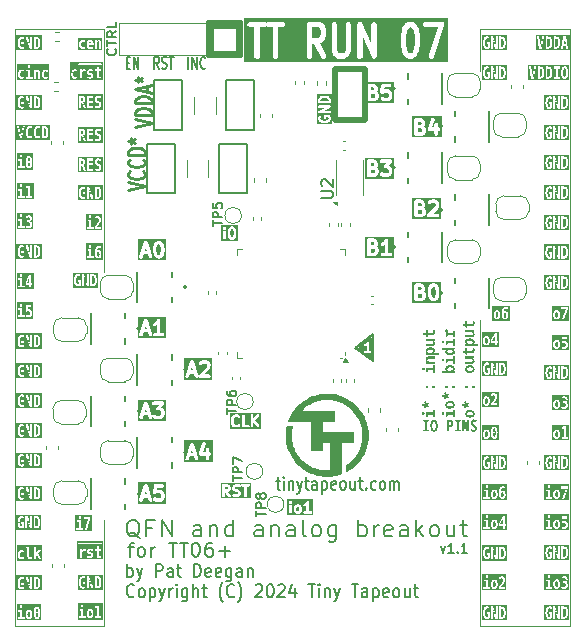
<source format=gbr>
%TF.GenerationSoftware,KiCad,Pcbnew,8.0.7-8.0.7-0~ubuntu22.04.1*%
%TF.CreationDate,2024-12-10T17:00:38-05:00*%
%TF.ProjectId,breakout-tt07-qfn,62726561-6b6f-4757-942d-747430372d71,1.1*%
%TF.SameCoordinates,PX2b64660PY42c1d80*%
%TF.FileFunction,Legend,Top*%
%TF.FilePolarity,Positive*%
%FSLAX46Y46*%
G04 Gerber Fmt 4.6, Leading zero omitted, Abs format (unit mm)*
G04 Created by KiCad (PCBNEW 8.0.7-8.0.7-0~ubuntu22.04.1) date 2024-12-10 17:00:38*
%MOMM*%
%LPD*%
G01*
G04 APERTURE LIST*
%ADD10C,0.120000*%
%ADD11C,0.200000*%
%ADD12C,0.240000*%
%ADD13C,0.300000*%
%ADD14C,0.400000*%
%ADD15C,0.500000*%
%ADD16C,0.170000*%
%ADD17C,0.127000*%
%ADD18C,0.250000*%
%ADD19C,0.225000*%
%ADD20C,0.140000*%
%ADD21C,0.150000*%
%ADD22C,0.450000*%
%ADD23C,0.190000*%
%ADD24C,0.160000*%
%ADD25C,0.180000*%
%ADD26C,0.000000*%
G04 APERTURE END LIST*
D10*
X86427440Y-69500000D02*
X94000000Y-69500000D01*
X94000000Y-69500000D02*
X94000000Y-18972560D01*
D11*
X76950000Y-45300000D02*
X77200000Y-45300000D01*
D10*
X54572560Y-18972560D02*
X54572560Y-39500000D01*
D12*
X77000000Y-46770000D02*
X77250000Y-46770000D01*
D10*
X54572560Y-69500000D02*
X54572560Y-60500000D01*
X86427440Y-18972560D02*
X86427440Y-22500000D01*
D13*
X63350000Y-18400000D02*
X66150000Y-18400000D01*
X66150000Y-21200000D01*
X63350000Y-21200000D01*
X63350000Y-18400000D01*
D11*
X76440000Y-45640000D02*
X76440000Y-46240000D01*
D10*
X54572560Y-18972560D02*
X47000000Y-18972560D01*
D11*
X76900000Y-45200000D02*
X77300000Y-45200000D01*
D10*
X86427440Y-69500000D02*
X86427440Y-43600000D01*
X47000000Y-69500000D02*
X54572560Y-69500000D01*
X47000000Y-18972560D02*
X47000000Y-69500000D01*
D11*
X76710000Y-46610000D02*
X77232529Y-46611150D01*
X76280000Y-45735000D02*
X76280000Y-46185000D01*
D10*
X94000000Y-18972560D02*
X86427440Y-18972560D01*
D12*
X76975000Y-46600000D02*
X77225000Y-46600000D01*
D11*
X76660000Y-46500000D02*
X77260000Y-46500000D01*
D14*
X63605583Y-18661166D02*
X65894417Y-18661166D01*
X65894417Y-20950000D01*
X63605583Y-20950000D01*
X63605583Y-18661166D01*
D11*
X77300000Y-47100000D02*
X75800000Y-45950000D01*
X77300000Y-44800000D01*
X77300000Y-47100000D01*
X77300000Y-47000000D02*
X75900000Y-45950000D01*
X77300000Y-44900000D01*
X77300000Y-47000000D01*
D15*
X74150000Y-22300000D02*
X76650000Y-22300000D01*
X76650000Y-26700000D01*
X74150000Y-26700000D01*
X74150000Y-22300000D01*
D11*
X76110000Y-45950000D02*
X75900000Y-45950000D01*
D16*
X56473746Y-21794969D02*
X56700413Y-21794969D01*
X56797556Y-22318779D02*
X56473746Y-22318779D01*
X56473746Y-22318779D02*
X56473746Y-21318779D01*
X56473746Y-21318779D02*
X56797556Y-21318779D01*
X57088984Y-22318779D02*
X57088984Y-21318779D01*
X57088984Y-21318779D02*
X57477556Y-22318779D01*
X57477556Y-22318779D02*
X57477556Y-21318779D01*
X59226127Y-22318779D02*
X58999460Y-21842588D01*
X58837555Y-22318779D02*
X58837555Y-21318779D01*
X58837555Y-21318779D02*
X59096603Y-21318779D01*
X59096603Y-21318779D02*
X59161365Y-21366398D01*
X59161365Y-21366398D02*
X59193746Y-21414017D01*
X59193746Y-21414017D02*
X59226127Y-21509255D01*
X59226127Y-21509255D02*
X59226127Y-21652112D01*
X59226127Y-21652112D02*
X59193746Y-21747350D01*
X59193746Y-21747350D02*
X59161365Y-21794969D01*
X59161365Y-21794969D02*
X59096603Y-21842588D01*
X59096603Y-21842588D02*
X58837555Y-21842588D01*
X59485174Y-22271160D02*
X59582317Y-22318779D01*
X59582317Y-22318779D02*
X59744222Y-22318779D01*
X59744222Y-22318779D02*
X59808984Y-22271160D01*
X59808984Y-22271160D02*
X59841365Y-22223540D01*
X59841365Y-22223540D02*
X59873746Y-22128302D01*
X59873746Y-22128302D02*
X59873746Y-22033064D01*
X59873746Y-22033064D02*
X59841365Y-21937826D01*
X59841365Y-21937826D02*
X59808984Y-21890207D01*
X59808984Y-21890207D02*
X59744222Y-21842588D01*
X59744222Y-21842588D02*
X59614698Y-21794969D01*
X59614698Y-21794969D02*
X59549936Y-21747350D01*
X59549936Y-21747350D02*
X59517555Y-21699731D01*
X59517555Y-21699731D02*
X59485174Y-21604493D01*
X59485174Y-21604493D02*
X59485174Y-21509255D01*
X59485174Y-21509255D02*
X59517555Y-21414017D01*
X59517555Y-21414017D02*
X59549936Y-21366398D01*
X59549936Y-21366398D02*
X59614698Y-21318779D01*
X59614698Y-21318779D02*
X59776603Y-21318779D01*
X59776603Y-21318779D02*
X59873746Y-21366398D01*
X60068031Y-21318779D02*
X60456603Y-21318779D01*
X60262317Y-22318779D02*
X60262317Y-21318779D01*
X61719459Y-22318779D02*
X61719459Y-21318779D01*
X62043269Y-22318779D02*
X62043269Y-21318779D01*
X62043269Y-21318779D02*
X62431841Y-22318779D01*
X62431841Y-22318779D02*
X62431841Y-21318779D01*
X63144222Y-22223540D02*
X63111841Y-22271160D01*
X63111841Y-22271160D02*
X63014698Y-22318779D01*
X63014698Y-22318779D02*
X62949936Y-22318779D01*
X62949936Y-22318779D02*
X62852793Y-22271160D01*
X62852793Y-22271160D02*
X62788031Y-22175921D01*
X62788031Y-22175921D02*
X62755650Y-22080683D01*
X62755650Y-22080683D02*
X62723269Y-21890207D01*
X62723269Y-21890207D02*
X62723269Y-21747350D01*
X62723269Y-21747350D02*
X62755650Y-21556874D01*
X62755650Y-21556874D02*
X62788031Y-21461636D01*
X62788031Y-21461636D02*
X62852793Y-21366398D01*
X62852793Y-21366398D02*
X62949936Y-21318779D01*
X62949936Y-21318779D02*
X63014698Y-21318779D01*
X63014698Y-21318779D02*
X63111841Y-21366398D01*
X63111841Y-21366398D02*
X63144222Y-21414017D01*
D17*
G36*
X52710499Y-27580005D02*
G01*
X52750841Y-27588380D01*
X52786043Y-27611696D01*
X52794262Y-27622897D01*
X52810559Y-27669093D01*
X52814571Y-27719651D01*
X52814317Y-27733385D01*
X52807341Y-27784315D01*
X52785652Y-27827851D01*
X52771282Y-27840604D01*
X52731713Y-27856712D01*
X52690495Y-27860579D01*
X52614096Y-27860579D01*
X52614096Y-27579212D01*
X52690495Y-27579212D01*
X52710499Y-27580005D01*
G37*
G36*
X54447412Y-28565689D02*
G01*
X52340808Y-28565689D01*
X52340808Y-27860579D01*
X52451919Y-27860579D01*
X52451919Y-28438947D01*
X52614096Y-28438947D01*
X52614096Y-28032526D01*
X52665680Y-28032526D01*
X52690673Y-28038101D01*
X52723813Y-28065407D01*
X52748155Y-28103635D01*
X52767872Y-28149030D01*
X52779400Y-28179316D01*
X52878465Y-28438947D01*
X53056469Y-28438947D01*
X53144982Y-28438947D01*
X53655938Y-28438947D01*
X53655938Y-28267000D01*
X53306964Y-28267000D01*
X53306964Y-27970000D01*
X53622917Y-27970000D01*
X53622917Y-27798053D01*
X53306964Y-27798053D01*
X53306964Y-27691075D01*
X53797209Y-27691075D01*
X53797886Y-27717556D01*
X53804368Y-27772088D01*
X53817711Y-27819626D01*
X53840586Y-27864243D01*
X53859635Y-27888125D01*
X53893688Y-27919327D01*
X53931600Y-27946028D01*
X53970123Y-27968468D01*
X54006476Y-27986853D01*
X54086197Y-28024222D01*
X54118970Y-28044077D01*
X54149895Y-28077711D01*
X54164191Y-28106951D01*
X54171975Y-28156358D01*
X54171943Y-28160071D01*
X54163719Y-28209541D01*
X54138953Y-28249414D01*
X54125688Y-28260703D01*
X54087311Y-28277960D01*
X54046141Y-28282631D01*
X54005142Y-28279456D01*
X53963820Y-28269932D01*
X53925973Y-28255764D01*
X53910763Y-28248544D01*
X53872150Y-28226619D01*
X53836680Y-28202156D01*
X53800530Y-28173210D01*
X53800530Y-28376420D01*
X53807679Y-28381171D01*
X53843926Y-28402718D01*
X53881013Y-28420593D01*
X53918939Y-28434794D01*
X53957247Y-28445227D01*
X53999298Y-28452240D01*
X54041256Y-28454578D01*
X54068404Y-28453908D01*
X54110719Y-28449815D01*
X54149370Y-28442001D01*
X54190916Y-28427713D01*
X54227186Y-28408067D01*
X54262833Y-28378374D01*
X54287801Y-28347050D01*
X54310401Y-28303560D01*
X54325970Y-28252589D01*
X54333719Y-28202947D01*
X54336301Y-28147809D01*
X54334660Y-28106685D01*
X54327363Y-28056126D01*
X54312176Y-28005087D01*
X54289602Y-27960231D01*
X54283561Y-27951033D01*
X54255320Y-27916534D01*
X54220559Y-27885698D01*
X54184792Y-27861722D01*
X54144033Y-27840552D01*
X54074082Y-27807823D01*
X54052640Y-27797509D01*
X54013999Y-27775827D01*
X53978730Y-27746762D01*
X53965825Y-27726056D01*
X53956064Y-27676909D01*
X53962933Y-27631199D01*
X53987327Y-27592889D01*
X54000086Y-27582929D01*
X54037336Y-27567702D01*
X54077599Y-27563580D01*
X54104039Y-27565076D01*
X54143927Y-27572930D01*
X54184089Y-27587516D01*
X54217623Y-27604622D01*
X54254113Y-27628398D01*
X54290188Y-27657369D01*
X54290188Y-27454159D01*
X54255391Y-27436275D01*
X54216850Y-27420074D01*
X54178032Y-27407509D01*
X54146253Y-27399835D01*
X54107370Y-27393866D01*
X54064899Y-27391633D01*
X54019953Y-27394441D01*
X53978757Y-27402865D01*
X53941313Y-27416904D01*
X53902368Y-27440380D01*
X53868527Y-27471501D01*
X53847981Y-27497920D01*
X53825068Y-27539816D01*
X53808979Y-27587439D01*
X53799716Y-27640789D01*
X53797209Y-27691075D01*
X53306964Y-27691075D01*
X53306964Y-27579212D01*
X53655938Y-27579212D01*
X53655938Y-27407265D01*
X53144982Y-27407265D01*
X53144982Y-28438947D01*
X53056469Y-28438947D01*
X52907969Y-28068919D01*
X52888335Y-28023145D01*
X52864396Y-27981480D01*
X52858682Y-27974857D01*
X52822387Y-27952903D01*
X52836577Y-27950123D01*
X52875335Y-27936451D01*
X52911693Y-27911879D01*
X52940991Y-27877432D01*
X52952868Y-27856673D01*
X52970583Y-27808750D01*
X52979642Y-27758318D01*
X52982219Y-27707683D01*
X52981141Y-27669257D01*
X52975483Y-27616813D01*
X52962753Y-27563506D01*
X52943421Y-27518685D01*
X52913245Y-27477851D01*
X52894606Y-27461307D01*
X52855274Y-27437664D01*
X52814758Y-27422774D01*
X52776199Y-27414158D01*
X52733280Y-27408988D01*
X52686001Y-27407265D01*
X52451919Y-27407265D01*
X52451919Y-27860579D01*
X52340808Y-27860579D01*
X52340808Y-27280522D01*
X54447412Y-27280522D01*
X54447412Y-28565689D01*
G37*
G36*
X48862773Y-47553127D02*
G01*
X48902035Y-47565340D01*
X48937972Y-47590756D01*
X48965191Y-47628537D01*
X48967692Y-47633513D01*
X48984838Y-47680980D01*
X48995673Y-47733684D01*
X49001864Y-47787156D01*
X49004841Y-47837567D01*
X49005833Y-47893297D01*
X49005794Y-47904944D01*
X49004405Y-47959966D01*
X49001031Y-48009634D01*
X48994363Y-48062167D01*
X48982972Y-48113711D01*
X48965191Y-48159766D01*
X48941427Y-48194066D01*
X48906458Y-48220941D01*
X48868057Y-48234416D01*
X48828806Y-48238168D01*
X48784842Y-48238168D01*
X48784842Y-47550380D01*
X48828806Y-47550380D01*
X48862773Y-47553127D01*
G37*
G36*
X49285570Y-48536857D02*
G01*
X47153173Y-48536857D01*
X47153173Y-47894518D01*
X47264284Y-47894518D01*
X47264369Y-47910326D01*
X47266402Y-47971281D01*
X47271147Y-48028596D01*
X47278602Y-48082271D01*
X47288769Y-48132304D01*
X47305290Y-48189726D01*
X47326046Y-48241460D01*
X47351039Y-48287505D01*
X47362190Y-48304245D01*
X47392540Y-48341370D01*
X47426419Y-48371745D01*
X47463828Y-48395371D01*
X47504767Y-48412246D01*
X47549237Y-48422371D01*
X47597236Y-48425746D01*
X47636632Y-48423385D01*
X47678160Y-48415333D01*
X47693182Y-48410115D01*
X47939176Y-48410115D01*
X48082009Y-48410115D01*
X48082009Y-47660289D01*
X48311793Y-48410115D01*
X48484912Y-48410115D01*
X48484912Y-48238168D01*
X48622665Y-48238168D01*
X48622665Y-48410115D01*
X48796371Y-48410115D01*
X48844877Y-48408222D01*
X48889867Y-48402543D01*
X48931339Y-48393079D01*
X48978234Y-48375924D01*
X49019633Y-48352855D01*
X49055537Y-48323870D01*
X49085945Y-48288970D01*
X49101763Y-48264866D01*
X49124670Y-48218720D01*
X49143254Y-48165108D01*
X49155010Y-48116843D01*
X49164000Y-48063801D01*
X49170223Y-48005980D01*
X49173681Y-47943381D01*
X49174459Y-47893297D01*
X49174372Y-47876334D01*
X49172298Y-47811480D01*
X49167457Y-47751419D01*
X49159850Y-47696152D01*
X49149478Y-47645677D01*
X49132622Y-47589325D01*
X49111445Y-47540462D01*
X49085945Y-47499089D01*
X49080303Y-47491666D01*
X49048796Y-47458085D01*
X49011793Y-47430395D01*
X48969295Y-47408597D01*
X48931339Y-47395400D01*
X48889867Y-47385974D01*
X48844877Y-47380318D01*
X48796371Y-47378433D01*
X48622665Y-47378433D01*
X48622665Y-48238168D01*
X48484912Y-48238168D01*
X48484912Y-47378433D01*
X48341884Y-47378433D01*
X48341884Y-48128258D01*
X48113272Y-47378433D01*
X47939176Y-47378433D01*
X47939176Y-48410115D01*
X47693182Y-48410115D01*
X47717794Y-48401566D01*
X47752133Y-48384059D01*
X47787702Y-48359622D01*
X47820963Y-48329759D01*
X47820963Y-47863011D01*
X47568122Y-47863011D01*
X47568122Y-48034957D01*
X47679302Y-48034957D01*
X47679302Y-48230596D01*
X47649016Y-48248181D01*
X47644268Y-48249498D01*
X47605052Y-48253799D01*
X47574953Y-48250579D01*
X47535085Y-48233674D01*
X47501554Y-48202279D01*
X47477069Y-48162208D01*
X47471745Y-48150400D01*
X47455817Y-48103905D01*
X47444096Y-48049368D01*
X47437398Y-47996222D01*
X47434178Y-47947421D01*
X47433105Y-47894518D01*
X47433149Y-47883281D01*
X47434705Y-47829794D01*
X47438485Y-47780804D01*
X47445954Y-47727950D01*
X47458714Y-47674470D01*
X47478632Y-47624141D01*
X47500861Y-47589309D01*
X47535980Y-47557096D01*
X47573374Y-47540335D01*
X47616580Y-47534748D01*
X47636062Y-47535718D01*
X47676197Y-47544478D01*
X47713496Y-47562348D01*
X47732405Y-47575613D01*
X47764894Y-47607132D01*
X47791849Y-47644169D01*
X47791849Y-47425327D01*
X47775955Y-47414468D01*
X47740059Y-47394357D01*
X47702163Y-47378921D01*
X47684222Y-47373443D01*
X47644927Y-47365462D01*
X47605052Y-47362801D01*
X47584668Y-47363334D01*
X47536367Y-47369334D01*
X47491864Y-47382001D01*
X47451157Y-47401334D01*
X47414248Y-47427334D01*
X47381136Y-47460000D01*
X47351821Y-47499333D01*
X47341221Y-47516876D01*
X47317712Y-47564909D01*
X47298478Y-47618905D01*
X47286168Y-47666395D01*
X47276594Y-47717701D01*
X47269755Y-47772824D01*
X47265652Y-47831763D01*
X47264284Y-47894518D01*
X47153173Y-47894518D01*
X47153173Y-47251690D01*
X49285570Y-47251690D01*
X49285570Y-48536857D01*
G37*
G36*
X48586058Y-43485927D02*
G01*
X47167437Y-43485927D01*
X47167437Y-43202869D01*
X47278548Y-43202869D01*
X47278548Y-43359185D01*
X47840307Y-43359185D01*
X47840307Y-43202869D01*
X47640223Y-43202869D01*
X47640223Y-43140343D01*
X47952267Y-43140343D01*
X47952267Y-43327921D01*
X47983626Y-43340183D01*
X48021449Y-43352651D01*
X48062079Y-43363092D01*
X48088970Y-43368221D01*
X48129032Y-43373167D01*
X48168764Y-43374816D01*
X48194837Y-43374000D01*
X48235956Y-43369015D01*
X48281444Y-43357051D01*
X48322729Y-43338561D01*
X48359810Y-43313545D01*
X48392686Y-43282004D01*
X48402647Y-43270141D01*
X48428675Y-43231415D01*
X48448919Y-43187984D01*
X48463379Y-43139847D01*
X48472055Y-43087004D01*
X48474947Y-43029457D01*
X48474651Y-43010659D01*
X48470209Y-42956947D01*
X48460436Y-42907253D01*
X48445333Y-42861578D01*
X48424899Y-42819921D01*
X48399134Y-42782283D01*
X48389477Y-42770748D01*
X48358333Y-42740609D01*
X48323934Y-42717167D01*
X48286279Y-42700423D01*
X48245367Y-42690377D01*
X48201200Y-42687028D01*
X48193385Y-42687141D01*
X48153328Y-42691669D01*
X48149139Y-42692540D01*
X48111123Y-42705835D01*
X48111123Y-42499450D01*
X48425512Y-42499450D01*
X48425512Y-42327503D01*
X47979818Y-42327503D01*
X47979818Y-42905870D01*
X47990940Y-42900191D01*
X48029628Y-42883201D01*
X48067941Y-42870699D01*
X48073410Y-42869279D01*
X48114334Y-42861551D01*
X48155087Y-42858975D01*
X48198245Y-42863555D01*
X48239064Y-42879171D01*
X48272909Y-42905870D01*
X48294350Y-42934564D01*
X48312023Y-42980457D01*
X48317264Y-43030189D01*
X48314480Y-43069818D01*
X48299862Y-43119872D01*
X48272714Y-43158661D01*
X48260932Y-43169022D01*
X48221890Y-43190392D01*
X48182698Y-43200106D01*
X48142386Y-43202869D01*
X48124288Y-43202320D01*
X48085075Y-43197358D01*
X48045861Y-43187238D01*
X48027926Y-43180826D01*
X47989677Y-43163164D01*
X47952267Y-43140343D01*
X47640223Y-43140343D01*
X47640223Y-42593239D01*
X47321535Y-42593239D01*
X47321535Y-42749554D01*
X47479218Y-42749554D01*
X47479218Y-43202869D01*
X47278548Y-43202869D01*
X47167437Y-43202869D01*
X47167437Y-42452555D01*
X47479218Y-42452555D01*
X47640223Y-42452555D01*
X47640223Y-42218082D01*
X47479218Y-42218082D01*
X47479218Y-42452555D01*
X47167437Y-42452555D01*
X47167437Y-42106971D01*
X48586058Y-42106971D01*
X48586058Y-43485927D01*
G37*
D18*
X56615666Y-32590288D02*
X58015666Y-32256955D01*
X58015666Y-32256955D02*
X56615666Y-31923622D01*
X57882333Y-31018860D02*
X57949000Y-31066479D01*
X57949000Y-31066479D02*
X58015666Y-31209336D01*
X58015666Y-31209336D02*
X58015666Y-31304574D01*
X58015666Y-31304574D02*
X57949000Y-31447431D01*
X57949000Y-31447431D02*
X57815666Y-31542669D01*
X57815666Y-31542669D02*
X57682333Y-31590288D01*
X57682333Y-31590288D02*
X57415666Y-31637907D01*
X57415666Y-31637907D02*
X57215666Y-31637907D01*
X57215666Y-31637907D02*
X56949000Y-31590288D01*
X56949000Y-31590288D02*
X56815666Y-31542669D01*
X56815666Y-31542669D02*
X56682333Y-31447431D01*
X56682333Y-31447431D02*
X56615666Y-31304574D01*
X56615666Y-31304574D02*
X56615666Y-31209336D01*
X56615666Y-31209336D02*
X56682333Y-31066479D01*
X56682333Y-31066479D02*
X56749000Y-31018860D01*
X57882333Y-30018860D02*
X57949000Y-30066479D01*
X57949000Y-30066479D02*
X58015666Y-30209336D01*
X58015666Y-30209336D02*
X58015666Y-30304574D01*
X58015666Y-30304574D02*
X57949000Y-30447431D01*
X57949000Y-30447431D02*
X57815666Y-30542669D01*
X57815666Y-30542669D02*
X57682333Y-30590288D01*
X57682333Y-30590288D02*
X57415666Y-30637907D01*
X57415666Y-30637907D02*
X57215666Y-30637907D01*
X57215666Y-30637907D02*
X56949000Y-30590288D01*
X56949000Y-30590288D02*
X56815666Y-30542669D01*
X56815666Y-30542669D02*
X56682333Y-30447431D01*
X56682333Y-30447431D02*
X56615666Y-30304574D01*
X56615666Y-30304574D02*
X56615666Y-30209336D01*
X56615666Y-30209336D02*
X56682333Y-30066479D01*
X56682333Y-30066479D02*
X56749000Y-30018860D01*
X58015666Y-29590288D02*
X56615666Y-29590288D01*
X56615666Y-29590288D02*
X56615666Y-29352193D01*
X56615666Y-29352193D02*
X56682333Y-29209336D01*
X56682333Y-29209336D02*
X56815666Y-29114098D01*
X56815666Y-29114098D02*
X56949000Y-29066479D01*
X56949000Y-29066479D02*
X57215666Y-29018860D01*
X57215666Y-29018860D02*
X57415666Y-29018860D01*
X57415666Y-29018860D02*
X57682333Y-29066479D01*
X57682333Y-29066479D02*
X57815666Y-29114098D01*
X57815666Y-29114098D02*
X57949000Y-29209336D01*
X57949000Y-29209336D02*
X58015666Y-29352193D01*
X58015666Y-29352193D02*
X58015666Y-29590288D01*
X56615666Y-28447431D02*
X56949000Y-28447431D01*
X56815666Y-28685526D02*
X56949000Y-28447431D01*
X56949000Y-28447431D02*
X56815666Y-28209336D01*
X57215666Y-28590288D02*
X56949000Y-28447431D01*
X56949000Y-28447431D02*
X57215666Y-28304574D01*
D17*
G36*
X87639863Y-60638737D02*
G01*
X87675199Y-60659735D01*
X87703391Y-60698729D01*
X87712904Y-60719955D01*
X87727093Y-60769777D01*
X87734349Y-60823019D01*
X87736413Y-60877027D01*
X87735606Y-60911519D01*
X87730963Y-60961596D01*
X87720805Y-61010416D01*
X87703391Y-61055324D01*
X87685390Y-61083320D01*
X87652436Y-61110317D01*
X87612337Y-61119316D01*
X87588221Y-61116254D01*
X87549735Y-61094319D01*
X87521479Y-61055324D01*
X87512022Y-61034098D01*
X87497917Y-60984277D01*
X87490704Y-60931035D01*
X87488653Y-60877027D01*
X87489454Y-60842535D01*
X87494070Y-60792457D01*
X87504168Y-60743638D01*
X87521479Y-60698729D01*
X87539541Y-60670733D01*
X87572449Y-60643737D01*
X87612337Y-60634738D01*
X87639863Y-60638737D01*
G37*
G36*
X88328848Y-60869211D02*
G01*
X88121730Y-60869211D01*
X88328848Y-60457418D01*
X88328848Y-60869211D01*
G37*
G36*
X88685570Y-61386742D02*
G01*
X86567437Y-61386742D01*
X86567437Y-61103684D01*
X86678548Y-61103684D01*
X86678548Y-61260000D01*
X87240307Y-61260000D01*
X87240307Y-61103684D01*
X87040223Y-61103684D01*
X87040223Y-60877027D01*
X87327648Y-60877027D01*
X87328854Y-60921754D01*
X87333753Y-60974314D01*
X87342421Y-61023153D01*
X87357797Y-61076848D01*
X87378599Y-61125185D01*
X87404829Y-61168164D01*
X87419767Y-61187370D01*
X87452447Y-61220113D01*
X87488863Y-61245301D01*
X87529017Y-61262932D01*
X87572907Y-61273007D01*
X87612337Y-61275631D01*
X87628468Y-61275211D01*
X87674351Y-61268914D01*
X87716469Y-61255061D01*
X87754822Y-61233652D01*
X87789412Y-61204686D01*
X87820237Y-61168164D01*
X87842471Y-61132720D01*
X87864179Y-61085276D01*
X87880459Y-61032474D01*
X87889880Y-60984379D01*
X87895533Y-60932563D01*
X87897418Y-60877027D01*
X87896489Y-60842588D01*
X88003517Y-60842588D01*
X88003517Y-60869211D01*
X88003517Y-61041158D01*
X88328848Y-61041158D01*
X88328848Y-61260000D01*
X88484382Y-61260000D01*
X88484382Y-61041158D01*
X88574459Y-61041158D01*
X88574459Y-60869211D01*
X88484382Y-60869211D01*
X88484382Y-60228318D01*
X88314584Y-60228318D01*
X88003517Y-60842588D01*
X87896489Y-60842588D01*
X87896212Y-60832300D01*
X87891312Y-60779740D01*
X87882645Y-60730901D01*
X87867269Y-60677206D01*
X87846466Y-60628868D01*
X87820237Y-60585889D01*
X87805295Y-60566684D01*
X87772588Y-60533940D01*
X87736116Y-60508752D01*
X87695880Y-60491121D01*
X87651880Y-60481046D01*
X87612337Y-60478422D01*
X87596254Y-60478842D01*
X87550495Y-60485139D01*
X87508473Y-60498992D01*
X87470188Y-60520402D01*
X87435640Y-60549367D01*
X87404829Y-60585889D01*
X87382594Y-60621333D01*
X87360887Y-60668777D01*
X87344606Y-60721580D01*
X87335185Y-60769674D01*
X87329532Y-60821490D01*
X87327648Y-60877027D01*
X87040223Y-60877027D01*
X87040223Y-60494054D01*
X86721535Y-60494054D01*
X86721535Y-60650369D01*
X86879218Y-60650369D01*
X86879218Y-61103684D01*
X86678548Y-61103684D01*
X86567437Y-61103684D01*
X86567437Y-60353370D01*
X86879218Y-60353370D01*
X87040223Y-60353370D01*
X87040223Y-60118897D01*
X86879218Y-60118897D01*
X86879218Y-60353370D01*
X86567437Y-60353370D01*
X86567437Y-60007786D01*
X88685570Y-60007786D01*
X88685570Y-61386742D01*
G37*
G36*
X53530414Y-61441111D02*
G01*
X52119999Y-61441111D01*
X52119999Y-61173684D01*
X52231110Y-61173684D01*
X52231110Y-61330000D01*
X52792869Y-61330000D01*
X52792869Y-61173684D01*
X52592785Y-61173684D01*
X52592785Y-60564054D01*
X52274097Y-60564054D01*
X52274097Y-60720369D01*
X52431780Y-60720369D01*
X52431780Y-61173684D01*
X52231110Y-61173684D01*
X52119999Y-61173684D01*
X52119999Y-60470265D01*
X52900531Y-60470265D01*
X53242862Y-60470265D01*
X52975758Y-61330000D01*
X53141257Y-61330000D01*
X53419303Y-60442665D01*
X53419303Y-60298318D01*
X52900531Y-60298318D01*
X52900531Y-60470265D01*
X52119999Y-60470265D01*
X52119999Y-60423370D01*
X52431780Y-60423370D01*
X52592785Y-60423370D01*
X52592785Y-60188897D01*
X52431780Y-60188897D01*
X52431780Y-60423370D01*
X52119999Y-60423370D01*
X52119999Y-60077786D01*
X53530414Y-60077786D01*
X53530414Y-61441111D01*
G37*
G36*
X53641615Y-39873012D02*
G01*
X53680877Y-39885225D01*
X53716814Y-39910641D01*
X53744033Y-39948422D01*
X53746534Y-39953398D01*
X53763680Y-40000865D01*
X53774515Y-40053569D01*
X53780706Y-40107041D01*
X53783683Y-40157452D01*
X53784675Y-40213182D01*
X53784636Y-40224829D01*
X53783247Y-40279851D01*
X53779873Y-40329519D01*
X53773205Y-40382052D01*
X53761814Y-40433596D01*
X53744033Y-40479651D01*
X53720269Y-40513951D01*
X53685300Y-40540826D01*
X53646899Y-40554301D01*
X53607648Y-40558053D01*
X53563684Y-40558053D01*
X53563684Y-39870265D01*
X53607648Y-39870265D01*
X53641615Y-39873012D01*
G37*
G36*
X54064412Y-40856742D02*
G01*
X51932015Y-40856742D01*
X51932015Y-40214403D01*
X52043126Y-40214403D01*
X52043211Y-40230211D01*
X52045244Y-40291166D01*
X52049989Y-40348481D01*
X52057444Y-40402156D01*
X52067611Y-40452189D01*
X52084132Y-40509611D01*
X52104888Y-40561345D01*
X52129881Y-40607390D01*
X52141032Y-40624130D01*
X52171382Y-40661255D01*
X52205261Y-40691630D01*
X52242670Y-40715256D01*
X52283609Y-40732131D01*
X52328079Y-40742256D01*
X52376078Y-40745631D01*
X52415474Y-40743270D01*
X52457002Y-40735218D01*
X52472024Y-40730000D01*
X52718018Y-40730000D01*
X52860851Y-40730000D01*
X52860851Y-39980174D01*
X53090635Y-40730000D01*
X53263754Y-40730000D01*
X53263754Y-40558053D01*
X53401507Y-40558053D01*
X53401507Y-40730000D01*
X53575213Y-40730000D01*
X53623719Y-40728107D01*
X53668709Y-40722428D01*
X53710181Y-40712964D01*
X53757076Y-40695809D01*
X53798475Y-40672740D01*
X53834379Y-40643755D01*
X53864787Y-40608855D01*
X53880605Y-40584751D01*
X53903512Y-40538605D01*
X53922096Y-40484993D01*
X53933852Y-40436728D01*
X53942842Y-40383686D01*
X53949065Y-40325865D01*
X53952523Y-40263266D01*
X53953301Y-40213182D01*
X53953214Y-40196219D01*
X53951140Y-40131365D01*
X53946299Y-40071304D01*
X53938692Y-40016037D01*
X53928320Y-39965562D01*
X53911464Y-39909210D01*
X53890287Y-39860347D01*
X53864787Y-39818974D01*
X53859145Y-39811551D01*
X53827638Y-39777970D01*
X53790635Y-39750280D01*
X53748137Y-39728482D01*
X53710181Y-39715285D01*
X53668709Y-39705859D01*
X53623719Y-39700203D01*
X53575213Y-39698318D01*
X53401507Y-39698318D01*
X53401507Y-40558053D01*
X53263754Y-40558053D01*
X53263754Y-39698318D01*
X53120726Y-39698318D01*
X53120726Y-40448143D01*
X52892114Y-39698318D01*
X52718018Y-39698318D01*
X52718018Y-40730000D01*
X52472024Y-40730000D01*
X52496636Y-40721451D01*
X52530975Y-40703944D01*
X52566544Y-40679507D01*
X52599805Y-40649644D01*
X52599805Y-40182896D01*
X52346964Y-40182896D01*
X52346964Y-40354842D01*
X52458144Y-40354842D01*
X52458144Y-40550481D01*
X52427858Y-40568066D01*
X52423110Y-40569383D01*
X52383894Y-40573684D01*
X52353795Y-40570464D01*
X52313927Y-40553559D01*
X52280396Y-40522164D01*
X52255911Y-40482093D01*
X52250587Y-40470285D01*
X52234659Y-40423790D01*
X52222938Y-40369253D01*
X52216240Y-40316107D01*
X52213020Y-40267306D01*
X52211947Y-40214403D01*
X52211991Y-40203166D01*
X52213547Y-40149679D01*
X52217327Y-40100689D01*
X52224796Y-40047835D01*
X52237556Y-39994355D01*
X52257474Y-39944026D01*
X52279703Y-39909194D01*
X52314822Y-39876981D01*
X52352216Y-39860220D01*
X52395422Y-39854633D01*
X52414904Y-39855603D01*
X52455039Y-39864363D01*
X52492338Y-39882233D01*
X52511247Y-39895498D01*
X52543736Y-39927017D01*
X52570691Y-39964054D01*
X52570691Y-39745212D01*
X52554797Y-39734353D01*
X52518901Y-39714242D01*
X52481005Y-39698806D01*
X52463064Y-39693328D01*
X52423769Y-39685347D01*
X52383894Y-39682686D01*
X52363510Y-39683219D01*
X52315209Y-39689219D01*
X52270706Y-39701886D01*
X52229999Y-39721219D01*
X52193090Y-39747219D01*
X52159978Y-39779885D01*
X52130663Y-39819218D01*
X52120063Y-39836761D01*
X52096554Y-39884794D01*
X52077320Y-39938790D01*
X52065010Y-39986280D01*
X52055436Y-40037586D01*
X52048597Y-40092709D01*
X52044494Y-40151648D01*
X52043126Y-40214403D01*
X51932015Y-40214403D01*
X51932015Y-39571575D01*
X54064412Y-39571575D01*
X54064412Y-40856742D01*
G37*
G36*
X49536492Y-27349407D02*
G01*
X49575754Y-27361620D01*
X49611691Y-27387036D01*
X49638911Y-27424817D01*
X49641411Y-27429793D01*
X49658557Y-27477260D01*
X49669392Y-27529964D01*
X49675584Y-27583436D01*
X49678561Y-27633847D01*
X49679553Y-27689577D01*
X49679513Y-27701224D01*
X49678124Y-27756246D01*
X49674750Y-27805914D01*
X49668083Y-27858447D01*
X49656692Y-27909991D01*
X49638911Y-27956046D01*
X49615146Y-27990346D01*
X49580178Y-28017221D01*
X49541777Y-28030696D01*
X49502526Y-28034448D01*
X49458562Y-28034448D01*
X49458562Y-27346660D01*
X49502526Y-27346660D01*
X49536492Y-27349407D01*
G37*
G36*
X49959289Y-28333137D02*
G01*
X47120152Y-28333137D01*
X47120152Y-27174713D01*
X47231263Y-27174713D01*
X47426461Y-28206395D01*
X47651165Y-28206395D01*
X47748718Y-27690798D01*
X47957348Y-27690798D01*
X47957433Y-27706814D01*
X47959480Y-27768505D01*
X47964257Y-27826394D01*
X47971762Y-27880482D01*
X47981998Y-27930770D01*
X47998630Y-27988284D01*
X48019527Y-28039859D01*
X48044689Y-28085494D01*
X48061756Y-28109894D01*
X48093269Y-28145227D01*
X48128617Y-28173893D01*
X48167801Y-28195893D01*
X48210820Y-28211226D01*
X48257675Y-28219893D01*
X48297920Y-28222026D01*
X48306637Y-28221923D01*
X48346270Y-28218717D01*
X48386824Y-28210302D01*
X48392109Y-28208791D01*
X48430772Y-28194537D01*
X48467718Y-28175131D01*
X48467718Y-27956290D01*
X48454713Y-27970847D01*
X48421480Y-28002778D01*
X48386629Y-28027609D01*
X48384172Y-28028991D01*
X48346720Y-28044461D01*
X48305540Y-28050079D01*
X48273733Y-28046893D01*
X48231767Y-28030169D01*
X48196693Y-27999109D01*
X48171304Y-27959465D01*
X48163203Y-27941665D01*
X48147399Y-27894187D01*
X48137306Y-27846869D01*
X48130400Y-27793437D01*
X48127080Y-27744240D01*
X48125973Y-27690798D01*
X48631067Y-27690798D01*
X48631152Y-27706814D01*
X48633200Y-27768505D01*
X48637976Y-27826394D01*
X48645482Y-27880482D01*
X48655717Y-27930770D01*
X48672350Y-27988284D01*
X48693247Y-28039859D01*
X48718408Y-28085494D01*
X48735475Y-28109894D01*
X48766988Y-28145227D01*
X48802337Y-28173893D01*
X48841521Y-28195893D01*
X48884540Y-28211226D01*
X48931394Y-28219893D01*
X48971639Y-28222026D01*
X48980356Y-28221923D01*
X49019989Y-28218717D01*
X49060544Y-28210302D01*
X49065829Y-28208791D01*
X49104491Y-28194537D01*
X49141437Y-28175131D01*
X49141437Y-28034448D01*
X49296385Y-28034448D01*
X49296385Y-28206395D01*
X49470090Y-28206395D01*
X49518597Y-28204502D01*
X49563586Y-28198823D01*
X49605059Y-28189359D01*
X49651953Y-28172204D01*
X49693353Y-28149135D01*
X49729256Y-28120150D01*
X49759665Y-28085250D01*
X49775483Y-28061146D01*
X49798389Y-28015000D01*
X49816974Y-27961388D01*
X49828729Y-27913123D01*
X49837719Y-27860081D01*
X49843943Y-27802260D01*
X49847400Y-27739661D01*
X49848178Y-27689577D01*
X49848092Y-27672614D01*
X49846017Y-27607760D01*
X49841177Y-27547699D01*
X49833570Y-27492432D01*
X49823197Y-27441957D01*
X49806342Y-27385605D01*
X49785164Y-27336742D01*
X49759665Y-27295369D01*
X49754023Y-27287946D01*
X49722515Y-27254365D01*
X49685512Y-27226675D01*
X49643014Y-27204877D01*
X49605059Y-27191680D01*
X49563586Y-27182254D01*
X49518597Y-27176598D01*
X49470090Y-27174713D01*
X49296385Y-27174713D01*
X49296385Y-28034448D01*
X49141437Y-28034448D01*
X49141437Y-27956290D01*
X49128432Y-27970847D01*
X49095200Y-28002778D01*
X49060348Y-28027609D01*
X49057891Y-28028991D01*
X49020439Y-28044461D01*
X48979260Y-28050079D01*
X48947453Y-28046893D01*
X48905486Y-28030169D01*
X48870413Y-27999109D01*
X48845024Y-27959465D01*
X48836923Y-27941665D01*
X48821119Y-27894187D01*
X48811025Y-27846869D01*
X48804119Y-27793437D01*
X48800799Y-27744240D01*
X48799692Y-27690798D01*
X48799737Y-27679725D01*
X48801286Y-27626936D01*
X48806067Y-27569257D01*
X48814036Y-27517759D01*
X48827361Y-27465493D01*
X48845024Y-27421642D01*
X48863555Y-27390848D01*
X48897096Y-27356602D01*
X48937531Y-27336692D01*
X48979260Y-27331028D01*
X48981871Y-27331050D01*
X49022971Y-27337439D01*
X49060348Y-27353743D01*
X49077652Y-27364824D01*
X49110433Y-27392039D01*
X49141437Y-27424817D01*
X49141437Y-27205976D01*
X49136750Y-27203091D01*
X49100185Y-27184372D01*
X49061130Y-27170805D01*
X49053072Y-27168710D01*
X49011753Y-27161325D01*
X48971639Y-27159081D01*
X48951210Y-27159614D01*
X48902821Y-27165614D01*
X48858268Y-27178281D01*
X48817550Y-27197614D01*
X48780667Y-27223614D01*
X48747620Y-27256280D01*
X48718408Y-27295613D01*
X48707832Y-27313156D01*
X48684376Y-27361189D01*
X48665185Y-27415185D01*
X48652903Y-27462675D01*
X48643350Y-27513981D01*
X48636526Y-27569104D01*
X48632432Y-27628043D01*
X48631067Y-27690798D01*
X48125973Y-27690798D01*
X48126017Y-27679725D01*
X48127567Y-27626936D01*
X48132348Y-27569257D01*
X48140316Y-27517759D01*
X48153641Y-27465493D01*
X48171304Y-27421642D01*
X48189836Y-27390848D01*
X48223377Y-27356602D01*
X48263811Y-27336692D01*
X48305540Y-27331028D01*
X48308151Y-27331050D01*
X48349251Y-27337439D01*
X48386629Y-27353743D01*
X48403933Y-27364824D01*
X48436714Y-27392039D01*
X48467718Y-27424817D01*
X48467718Y-27205976D01*
X48463030Y-27203091D01*
X48426466Y-27184372D01*
X48387411Y-27170805D01*
X48379353Y-27168710D01*
X48338034Y-27161325D01*
X48297920Y-27159081D01*
X48277491Y-27159614D01*
X48229102Y-27165614D01*
X48184549Y-27178281D01*
X48143831Y-27197614D01*
X48106948Y-27223614D01*
X48073901Y-27256280D01*
X48044689Y-27295613D01*
X48034112Y-27313156D01*
X48010657Y-27361189D01*
X47991465Y-27415185D01*
X47979183Y-27462675D01*
X47969630Y-27513981D01*
X47962807Y-27569104D01*
X47958712Y-27628043D01*
X47957348Y-27690798D01*
X47748718Y-27690798D01*
X47846364Y-27174713D01*
X47683014Y-27174713D01*
X47538618Y-28036401D01*
X47394612Y-27174713D01*
X47231263Y-27174713D01*
X47120152Y-27174713D01*
X47120152Y-27047970D01*
X49959289Y-27047970D01*
X49959289Y-28333137D01*
G37*
G36*
X48862773Y-37451267D02*
G01*
X48902035Y-37463480D01*
X48937972Y-37488896D01*
X48965191Y-37526677D01*
X48967692Y-37531653D01*
X48984838Y-37579120D01*
X48995673Y-37631824D01*
X49001864Y-37685296D01*
X49004841Y-37735707D01*
X49005833Y-37791437D01*
X49005794Y-37803084D01*
X49004405Y-37858106D01*
X49001031Y-37907774D01*
X48994363Y-37960307D01*
X48982972Y-38011851D01*
X48965191Y-38057906D01*
X48941427Y-38092206D01*
X48906458Y-38119081D01*
X48868057Y-38132556D01*
X48828806Y-38136308D01*
X48784842Y-38136308D01*
X48784842Y-37448520D01*
X48828806Y-37448520D01*
X48862773Y-37451267D01*
G37*
G36*
X49285570Y-38434997D02*
G01*
X47153173Y-38434997D01*
X47153173Y-37792658D01*
X47264284Y-37792658D01*
X47264369Y-37808466D01*
X47266402Y-37869421D01*
X47271147Y-37926736D01*
X47278602Y-37980411D01*
X47288769Y-38030444D01*
X47305290Y-38087866D01*
X47326046Y-38139600D01*
X47351039Y-38185645D01*
X47362190Y-38202385D01*
X47392540Y-38239510D01*
X47426419Y-38269885D01*
X47463828Y-38293511D01*
X47504767Y-38310386D01*
X47549237Y-38320511D01*
X47597236Y-38323886D01*
X47636632Y-38321525D01*
X47678160Y-38313473D01*
X47693182Y-38308255D01*
X47939176Y-38308255D01*
X48082009Y-38308255D01*
X48082009Y-37558429D01*
X48311793Y-38308255D01*
X48484912Y-38308255D01*
X48484912Y-38136308D01*
X48622665Y-38136308D01*
X48622665Y-38308255D01*
X48796371Y-38308255D01*
X48844877Y-38306362D01*
X48889867Y-38300683D01*
X48931339Y-38291219D01*
X48978234Y-38274064D01*
X49019633Y-38250995D01*
X49055537Y-38222010D01*
X49085945Y-38187110D01*
X49101763Y-38163006D01*
X49124670Y-38116860D01*
X49143254Y-38063248D01*
X49155010Y-38014983D01*
X49164000Y-37961941D01*
X49170223Y-37904120D01*
X49173681Y-37841521D01*
X49174459Y-37791437D01*
X49174372Y-37774474D01*
X49172298Y-37709620D01*
X49167457Y-37649559D01*
X49159850Y-37594292D01*
X49149478Y-37543817D01*
X49132622Y-37487465D01*
X49111445Y-37438602D01*
X49085945Y-37397229D01*
X49080303Y-37389806D01*
X49048796Y-37356225D01*
X49011793Y-37328535D01*
X48969295Y-37306737D01*
X48931339Y-37293540D01*
X48889867Y-37284114D01*
X48844877Y-37278458D01*
X48796371Y-37276573D01*
X48622665Y-37276573D01*
X48622665Y-38136308D01*
X48484912Y-38136308D01*
X48484912Y-37276573D01*
X48341884Y-37276573D01*
X48341884Y-38026398D01*
X48113272Y-37276573D01*
X47939176Y-37276573D01*
X47939176Y-38308255D01*
X47693182Y-38308255D01*
X47717794Y-38299706D01*
X47752133Y-38282199D01*
X47787702Y-38257762D01*
X47820963Y-38227899D01*
X47820963Y-37761151D01*
X47568122Y-37761151D01*
X47568122Y-37933097D01*
X47679302Y-37933097D01*
X47679302Y-38128736D01*
X47649016Y-38146321D01*
X47644268Y-38147638D01*
X47605052Y-38151939D01*
X47574953Y-38148719D01*
X47535085Y-38131814D01*
X47501554Y-38100419D01*
X47477069Y-38060348D01*
X47471745Y-38048540D01*
X47455817Y-38002045D01*
X47444096Y-37947508D01*
X47437398Y-37894362D01*
X47434178Y-37845561D01*
X47433105Y-37792658D01*
X47433149Y-37781421D01*
X47434705Y-37727934D01*
X47438485Y-37678944D01*
X47445954Y-37626090D01*
X47458714Y-37572610D01*
X47478632Y-37522281D01*
X47500861Y-37487449D01*
X47535980Y-37455236D01*
X47573374Y-37438475D01*
X47616580Y-37432888D01*
X47636062Y-37433858D01*
X47676197Y-37442618D01*
X47713496Y-37460488D01*
X47732405Y-37473753D01*
X47764894Y-37505272D01*
X47791849Y-37542309D01*
X47791849Y-37323467D01*
X47775955Y-37312608D01*
X47740059Y-37292497D01*
X47702163Y-37277061D01*
X47684222Y-37271583D01*
X47644927Y-37263602D01*
X47605052Y-37260941D01*
X47584668Y-37261474D01*
X47536367Y-37267474D01*
X47491864Y-37280141D01*
X47451157Y-37299474D01*
X47414248Y-37325474D01*
X47381136Y-37358140D01*
X47351821Y-37397473D01*
X47341221Y-37415016D01*
X47317712Y-37463049D01*
X47298478Y-37517045D01*
X47286168Y-37564535D01*
X47276594Y-37615841D01*
X47269755Y-37670964D01*
X47265652Y-37729903D01*
X47264284Y-37792658D01*
X47153173Y-37792658D01*
X47153173Y-37149830D01*
X49285570Y-37149830D01*
X49285570Y-38434997D01*
G37*
D19*
G36*
X65024240Y-57713471D02*
G01*
X65041281Y-57730511D01*
X65064097Y-57776142D01*
X65064097Y-57851599D01*
X65041281Y-57897230D01*
X65024240Y-57914270D01*
X64978611Y-57937085D01*
X64774811Y-57937085D01*
X64774811Y-57690657D01*
X64978611Y-57690657D01*
X65024240Y-57713471D01*
G37*
G36*
X67028007Y-58703157D02*
G01*
X64437311Y-58703157D01*
X64437311Y-57578157D01*
X64549811Y-57578157D01*
X64549811Y-58478157D01*
X64551973Y-58500105D01*
X64568771Y-58540659D01*
X64599809Y-58571697D01*
X64640363Y-58588495D01*
X64684259Y-58588495D01*
X64724813Y-58571697D01*
X64755851Y-58540659D01*
X64772649Y-58500105D01*
X64774811Y-58478157D01*
X64774811Y-58162085D01*
X64818023Y-58162085D01*
X65084434Y-58542672D01*
X65098791Y-58559412D01*
X65135809Y-58583003D01*
X65179035Y-58590631D01*
X65221891Y-58581136D01*
X65257852Y-58555963D01*
X65281443Y-58518946D01*
X65289071Y-58475719D01*
X65279576Y-58432863D01*
X65268761Y-58413643D01*
X65076869Y-58139512D01*
X65141194Y-58107351D01*
X65150640Y-58101404D01*
X65153384Y-58100268D01*
X65156474Y-58097731D01*
X65159858Y-58095602D01*
X65161802Y-58093359D01*
X65170433Y-58086278D01*
X65213290Y-58043420D01*
X65220367Y-58034795D01*
X65222614Y-58032847D01*
X65224746Y-58029458D01*
X65227280Y-58026372D01*
X65228415Y-58023631D01*
X65234363Y-58014183D01*
X65277220Y-57928469D01*
X65285102Y-57907871D01*
X65285388Y-57903838D01*
X65286935Y-57900105D01*
X65289097Y-57878157D01*
X65289097Y-57749585D01*
X65406954Y-57749585D01*
X65406954Y-57835300D01*
X65409116Y-57857248D01*
X65410662Y-57860981D01*
X65410949Y-57865014D01*
X65418831Y-57885612D01*
X65461688Y-57971325D01*
X65467634Y-57980771D01*
X65468771Y-57983515D01*
X65471307Y-57986605D01*
X65473437Y-57989989D01*
X65475679Y-57991933D01*
X65482761Y-58000564D01*
X65525619Y-58043421D01*
X65534247Y-58050501D01*
X65536193Y-58052745D01*
X65539576Y-58054875D01*
X65542667Y-58057411D01*
X65545410Y-58058547D01*
X65554857Y-58064494D01*
X65640572Y-58107351D01*
X65642177Y-58107965D01*
X65642829Y-58108448D01*
X65652034Y-58111737D01*
X65661170Y-58115233D01*
X65661978Y-58115290D01*
X65663598Y-58115869D01*
X65823046Y-58155731D01*
X65881384Y-58184899D01*
X65898423Y-58201939D01*
X65921240Y-58247571D01*
X65921240Y-58280170D01*
X65898423Y-58325802D01*
X65881384Y-58342842D01*
X65835754Y-58365657D01*
X65666283Y-58365657D01*
X65555029Y-58328573D01*
X65533524Y-58323684D01*
X65489739Y-58326795D01*
X65450479Y-58346426D01*
X65421719Y-58379587D01*
X65407838Y-58421230D01*
X65410949Y-58465015D01*
X65430580Y-58504275D01*
X65463741Y-58533035D01*
X65483879Y-58542027D01*
X65612451Y-58584884D01*
X65623335Y-58587359D01*
X65626078Y-58588495D01*
X65630053Y-58588886D01*
X65633956Y-58589774D01*
X65636921Y-58589563D01*
X65648026Y-58590657D01*
X65862311Y-58590657D01*
X65884259Y-58588495D01*
X65887992Y-58586948D01*
X65892024Y-58586662D01*
X65912622Y-58578780D01*
X65998337Y-58535923D01*
X66007781Y-58529977D01*
X66010528Y-58528840D01*
X66013620Y-58526301D01*
X66017001Y-58524174D01*
X66018945Y-58521931D01*
X66027576Y-58514849D01*
X66070434Y-58471990D01*
X66077511Y-58463365D01*
X66079757Y-58461418D01*
X66081889Y-58458030D01*
X66084424Y-58454942D01*
X66085559Y-58452199D01*
X66091506Y-58442754D01*
X66134363Y-58357040D01*
X66142245Y-58336442D01*
X66142531Y-58332409D01*
X66144078Y-58328676D01*
X66146240Y-58306728D01*
X66146240Y-58221014D01*
X66144078Y-58199066D01*
X66142531Y-58195332D01*
X66142245Y-58191300D01*
X66134363Y-58170702D01*
X66091506Y-58084988D01*
X66085559Y-58075542D01*
X66084424Y-58072800D01*
X66081889Y-58069711D01*
X66079757Y-58066324D01*
X66077511Y-58064376D01*
X66070434Y-58055752D01*
X66027576Y-58012893D01*
X66018945Y-58005810D01*
X66017001Y-58003568D01*
X66013620Y-58001440D01*
X66010528Y-57998902D01*
X66007781Y-57997764D01*
X65998337Y-57991819D01*
X65912622Y-57948962D01*
X65911016Y-57948347D01*
X65910365Y-57947865D01*
X65901159Y-57944575D01*
X65892024Y-57941080D01*
X65891215Y-57941022D01*
X65889596Y-57940444D01*
X65730147Y-57900581D01*
X65671809Y-57871413D01*
X65654769Y-57854372D01*
X65631954Y-57808742D01*
X65631954Y-57776143D01*
X65654769Y-57730512D01*
X65671809Y-57713471D01*
X65717440Y-57690657D01*
X65886912Y-57690657D01*
X65998165Y-57727741D01*
X66019670Y-57732631D01*
X66063455Y-57729519D01*
X66102715Y-57709888D01*
X66131476Y-57676728D01*
X66145357Y-57635084D01*
X66142245Y-57591299D01*
X66124700Y-57556209D01*
X66180545Y-57556209D01*
X66180545Y-57600105D01*
X66197343Y-57640659D01*
X66228381Y-57671697D01*
X66268935Y-57688495D01*
X66290883Y-57690657D01*
X66435526Y-57690657D01*
X66435526Y-58478157D01*
X66437688Y-58500105D01*
X66454486Y-58540659D01*
X66485524Y-58571697D01*
X66526078Y-58588495D01*
X66569974Y-58588495D01*
X66610528Y-58571697D01*
X66641566Y-58540659D01*
X66658364Y-58500105D01*
X66660526Y-58478157D01*
X66660526Y-57690657D01*
X66805169Y-57690657D01*
X66827117Y-57688495D01*
X66867671Y-57671697D01*
X66898709Y-57640659D01*
X66915507Y-57600105D01*
X66915507Y-57556209D01*
X66898709Y-57515655D01*
X66867671Y-57484617D01*
X66827117Y-57467819D01*
X66805169Y-57465657D01*
X66290883Y-57465657D01*
X66268935Y-57467819D01*
X66228381Y-57484617D01*
X66197343Y-57515655D01*
X66180545Y-57556209D01*
X66124700Y-57556209D01*
X66122615Y-57552039D01*
X66089454Y-57523279D01*
X66069316Y-57514287D01*
X65940743Y-57471430D01*
X65929861Y-57468956D01*
X65927116Y-57467819D01*
X65923134Y-57467426D01*
X65919238Y-57466541D01*
X65916277Y-57466751D01*
X65905168Y-57465657D01*
X65690883Y-57465657D01*
X65668935Y-57467819D01*
X65665201Y-57469365D01*
X65661170Y-57469652D01*
X65640572Y-57477534D01*
X65554857Y-57520391D01*
X65545410Y-57526337D01*
X65542667Y-57527474D01*
X65539576Y-57530009D01*
X65536193Y-57532140D01*
X65534247Y-57534383D01*
X65525619Y-57541464D01*
X65482761Y-57584321D01*
X65475679Y-57592951D01*
X65473437Y-57594896D01*
X65471307Y-57598279D01*
X65468771Y-57601370D01*
X65467634Y-57604113D01*
X65461688Y-57613560D01*
X65418831Y-57699273D01*
X65410949Y-57719871D01*
X65410662Y-57723903D01*
X65409116Y-57727637D01*
X65406954Y-57749585D01*
X65289097Y-57749585D01*
X65286935Y-57727637D01*
X65285388Y-57723903D01*
X65285102Y-57719871D01*
X65277220Y-57699273D01*
X65234363Y-57613559D01*
X65228415Y-57604110D01*
X65227280Y-57601370D01*
X65224746Y-57598283D01*
X65222614Y-57594895D01*
X65220367Y-57592946D01*
X65213290Y-57584322D01*
X65170433Y-57541464D01*
X65161802Y-57534382D01*
X65159858Y-57532140D01*
X65156474Y-57530010D01*
X65153384Y-57527474D01*
X65150640Y-57526337D01*
X65141194Y-57520391D01*
X65055479Y-57477534D01*
X65034881Y-57469652D01*
X65030849Y-57469365D01*
X65027116Y-57467819D01*
X65005168Y-57465657D01*
X64662311Y-57465657D01*
X64640363Y-57467819D01*
X64599809Y-57484617D01*
X64568771Y-57515655D01*
X64551973Y-57556209D01*
X64549811Y-57578157D01*
X64437311Y-57578157D01*
X64437311Y-57353157D01*
X67028007Y-57353157D01*
X67028007Y-58703157D01*
G37*
D17*
G36*
X93541615Y-62943012D02*
G01*
X93580877Y-62955225D01*
X93616814Y-62980641D01*
X93644033Y-63018422D01*
X93646534Y-63023398D01*
X93663680Y-63070865D01*
X93674515Y-63123569D01*
X93680706Y-63177041D01*
X93683683Y-63227452D01*
X93684675Y-63283182D01*
X93684636Y-63294829D01*
X93683247Y-63349851D01*
X93679873Y-63399519D01*
X93673205Y-63452052D01*
X93661814Y-63503596D01*
X93644033Y-63549651D01*
X93620269Y-63583951D01*
X93585300Y-63610826D01*
X93546899Y-63624301D01*
X93507648Y-63628053D01*
X93463684Y-63628053D01*
X93463684Y-62940265D01*
X93507648Y-62940265D01*
X93541615Y-62943012D01*
G37*
G36*
X93964412Y-63926742D02*
G01*
X91832015Y-63926742D01*
X91832015Y-63284403D01*
X91943126Y-63284403D01*
X91943211Y-63300211D01*
X91945244Y-63361166D01*
X91949989Y-63418481D01*
X91957444Y-63472156D01*
X91967611Y-63522189D01*
X91984132Y-63579611D01*
X92004888Y-63631345D01*
X92029881Y-63677390D01*
X92041032Y-63694130D01*
X92071382Y-63731255D01*
X92105261Y-63761630D01*
X92142670Y-63785256D01*
X92183609Y-63802131D01*
X92228079Y-63812256D01*
X92276078Y-63815631D01*
X92315474Y-63813270D01*
X92357002Y-63805218D01*
X92372024Y-63800000D01*
X92618018Y-63800000D01*
X92760851Y-63800000D01*
X92760851Y-63050174D01*
X92990635Y-63800000D01*
X93163754Y-63800000D01*
X93163754Y-63628053D01*
X93301507Y-63628053D01*
X93301507Y-63800000D01*
X93475213Y-63800000D01*
X93523719Y-63798107D01*
X93568709Y-63792428D01*
X93610181Y-63782964D01*
X93657076Y-63765809D01*
X93698475Y-63742740D01*
X93734379Y-63713755D01*
X93764787Y-63678855D01*
X93780605Y-63654751D01*
X93803512Y-63608605D01*
X93822096Y-63554993D01*
X93833852Y-63506728D01*
X93842842Y-63453686D01*
X93849065Y-63395865D01*
X93852523Y-63333266D01*
X93853301Y-63283182D01*
X93853214Y-63266219D01*
X93851140Y-63201365D01*
X93846299Y-63141304D01*
X93838692Y-63086037D01*
X93828320Y-63035562D01*
X93811464Y-62979210D01*
X93790287Y-62930347D01*
X93764787Y-62888974D01*
X93759145Y-62881551D01*
X93727638Y-62847970D01*
X93690635Y-62820280D01*
X93648137Y-62798482D01*
X93610181Y-62785285D01*
X93568709Y-62775859D01*
X93523719Y-62770203D01*
X93475213Y-62768318D01*
X93301507Y-62768318D01*
X93301507Y-63628053D01*
X93163754Y-63628053D01*
X93163754Y-62768318D01*
X93020726Y-62768318D01*
X93020726Y-63518143D01*
X92792114Y-62768318D01*
X92618018Y-62768318D01*
X92618018Y-63800000D01*
X92372024Y-63800000D01*
X92396636Y-63791451D01*
X92430975Y-63773944D01*
X92466544Y-63749507D01*
X92499805Y-63719644D01*
X92499805Y-63252896D01*
X92246964Y-63252896D01*
X92246964Y-63424842D01*
X92358144Y-63424842D01*
X92358144Y-63620481D01*
X92327858Y-63638066D01*
X92323110Y-63639383D01*
X92283894Y-63643684D01*
X92253795Y-63640464D01*
X92213927Y-63623559D01*
X92180396Y-63592164D01*
X92155911Y-63552093D01*
X92150587Y-63540285D01*
X92134659Y-63493790D01*
X92122938Y-63439253D01*
X92116240Y-63386107D01*
X92113020Y-63337306D01*
X92111947Y-63284403D01*
X92111991Y-63273166D01*
X92113547Y-63219679D01*
X92117327Y-63170689D01*
X92124796Y-63117835D01*
X92137556Y-63064355D01*
X92157474Y-63014026D01*
X92179703Y-62979194D01*
X92214822Y-62946981D01*
X92252216Y-62930220D01*
X92295422Y-62924633D01*
X92314904Y-62925603D01*
X92355039Y-62934363D01*
X92392338Y-62952233D01*
X92411247Y-62965498D01*
X92443736Y-62997017D01*
X92470691Y-63034054D01*
X92470691Y-62815212D01*
X92454797Y-62804353D01*
X92418901Y-62784242D01*
X92381005Y-62768806D01*
X92363064Y-62763328D01*
X92323769Y-62755347D01*
X92283894Y-62752686D01*
X92263510Y-62753219D01*
X92215209Y-62759219D01*
X92170706Y-62771886D01*
X92129999Y-62791219D01*
X92093090Y-62817219D01*
X92059978Y-62849885D01*
X92030663Y-62889218D01*
X92020063Y-62906761D01*
X91996554Y-62954794D01*
X91977320Y-63008790D01*
X91965010Y-63056280D01*
X91955436Y-63107586D01*
X91948597Y-63162709D01*
X91944494Y-63221648D01*
X91943126Y-63284403D01*
X91832015Y-63284403D01*
X91832015Y-62641575D01*
X93964412Y-62641575D01*
X93964412Y-63926742D01*
G37*
G36*
X93536059Y-37491663D02*
G01*
X93575321Y-37504486D01*
X93611258Y-37531173D01*
X93638477Y-37570844D01*
X93640978Y-37576068D01*
X93658124Y-37625909D01*
X93668959Y-37681247D01*
X93675150Y-37737393D01*
X93678127Y-37790324D01*
X93679119Y-37848841D01*
X93679080Y-37861070D01*
X93677691Y-37918844D01*
X93674317Y-37970995D01*
X93667649Y-38026155D01*
X93656258Y-38080275D01*
X93638477Y-38128633D01*
X93614713Y-38164649D01*
X93579744Y-38192867D01*
X93541343Y-38207016D01*
X93502092Y-38210955D01*
X93458128Y-38210955D01*
X93458128Y-37488778D01*
X93502092Y-37488778D01*
X93536059Y-37491663D01*
G37*
G36*
X93964412Y-38524580D02*
G01*
X91820903Y-38524580D01*
X91820903Y-37850123D01*
X91937570Y-37850123D01*
X91937655Y-37866721D01*
X91939688Y-37930725D01*
X91944433Y-37990906D01*
X91951888Y-38047264D01*
X91962055Y-38099799D01*
X91978576Y-38160092D01*
X91999332Y-38214412D01*
X92024325Y-38262759D01*
X92035476Y-38280336D01*
X92065826Y-38319318D01*
X92099705Y-38351212D01*
X92137114Y-38376019D01*
X92178053Y-38393737D01*
X92222523Y-38404369D01*
X92270522Y-38407913D01*
X92309918Y-38405433D01*
X92351446Y-38396978D01*
X92366467Y-38391500D01*
X92612462Y-38391500D01*
X92755295Y-38391500D01*
X92755295Y-37604183D01*
X92985079Y-38391500D01*
X93158198Y-38391500D01*
X93158198Y-38210955D01*
X93295951Y-38210955D01*
X93295951Y-38391500D01*
X93469657Y-38391500D01*
X93518163Y-38389512D01*
X93563153Y-38383549D01*
X93604625Y-38373612D01*
X93651520Y-38355600D01*
X93692919Y-38331377D01*
X93728823Y-38300943D01*
X93759231Y-38264298D01*
X93775049Y-38238988D01*
X93797956Y-38190535D01*
X93816540Y-38134243D01*
X93828296Y-38083565D01*
X93837286Y-38027870D01*
X93843509Y-37967158D01*
X93846967Y-37901430D01*
X93847745Y-37848841D01*
X93847658Y-37831030D01*
X93845584Y-37762933D01*
X93840743Y-37699869D01*
X93833136Y-37641838D01*
X93822764Y-37588840D01*
X93805908Y-37529670D01*
X93784731Y-37478364D01*
X93759231Y-37434922D01*
X93753589Y-37427128D01*
X93722082Y-37391868D01*
X93685079Y-37362794D01*
X93642581Y-37339906D01*
X93604625Y-37326049D01*
X93563153Y-37316152D01*
X93518163Y-37310213D01*
X93469657Y-37308234D01*
X93295951Y-37308234D01*
X93295951Y-38210955D01*
X93158198Y-38210955D01*
X93158198Y-37308234D01*
X93015170Y-37308234D01*
X93015170Y-38095550D01*
X92786558Y-37308234D01*
X92612462Y-37308234D01*
X92612462Y-38391500D01*
X92366467Y-38391500D01*
X92391080Y-38382524D01*
X92425419Y-38364141D01*
X92460988Y-38338482D01*
X92494249Y-38307126D01*
X92494249Y-37817040D01*
X92241408Y-37817040D01*
X92241408Y-37997585D01*
X92352588Y-37997585D01*
X92352588Y-38203005D01*
X92322302Y-38221470D01*
X92317554Y-38222852D01*
X92278338Y-38227368D01*
X92248239Y-38223987D01*
X92208371Y-38206237D01*
X92174840Y-38173272D01*
X92150355Y-38131198D01*
X92145031Y-38118800D01*
X92129103Y-38069979D01*
X92117382Y-38012715D01*
X92110684Y-37956912D01*
X92107464Y-37905672D01*
X92106391Y-37850123D01*
X92106435Y-37838324D01*
X92107991Y-37782163D01*
X92111771Y-37730723D01*
X92119240Y-37675227D01*
X92132000Y-37619073D01*
X92151918Y-37566227D01*
X92174147Y-37529654D01*
X92209266Y-37495830D01*
X92246660Y-37478231D01*
X92289866Y-37472365D01*
X92309348Y-37473384D01*
X92349483Y-37482581D01*
X92386782Y-37501344D01*
X92405691Y-37515273D01*
X92438180Y-37548368D01*
X92465135Y-37587257D01*
X92465135Y-37357473D01*
X92449241Y-37346071D01*
X92413345Y-37324954D01*
X92375449Y-37308747D01*
X92357508Y-37302994D01*
X92318213Y-37294614D01*
X92278338Y-37291821D01*
X92257954Y-37292380D01*
X92209653Y-37298680D01*
X92165150Y-37311980D01*
X92124443Y-37332280D01*
X92087534Y-37359580D01*
X92054422Y-37393879D01*
X92025107Y-37435179D01*
X92014507Y-37453600D01*
X91990998Y-37504034D01*
X91971764Y-37560730D01*
X91959454Y-37610594D01*
X91949880Y-37664466D01*
X91943041Y-37722344D01*
X91938938Y-37784230D01*
X91937570Y-37850123D01*
X91820903Y-37850123D01*
X91820903Y-37175154D01*
X93964412Y-37175154D01*
X93964412Y-38524580D01*
G37*
G36*
X86966144Y-53018737D02*
G01*
X87001480Y-53039735D01*
X87029672Y-53078729D01*
X87039185Y-53099955D01*
X87053374Y-53149777D01*
X87060629Y-53203019D01*
X87062693Y-53257027D01*
X87061887Y-53291519D01*
X87057243Y-53341596D01*
X87047085Y-53390416D01*
X87029672Y-53435324D01*
X87011671Y-53463320D01*
X86978716Y-53490317D01*
X86938618Y-53499316D01*
X86914502Y-53496254D01*
X86876015Y-53474319D01*
X86847759Y-53435324D01*
X86838303Y-53414098D01*
X86824198Y-53364277D01*
X86816985Y-53311035D01*
X86814933Y-53257027D01*
X86815735Y-53222535D01*
X86820351Y-53172457D01*
X86830449Y-53123638D01*
X86847759Y-53078729D01*
X86865821Y-53050733D01*
X86898730Y-53023737D01*
X86938618Y-53014738D01*
X86966144Y-53018737D01*
G37*
G36*
X87644635Y-52773005D02*
G01*
X87675482Y-52805154D01*
X87694598Y-52850362D01*
X87696197Y-52855821D01*
X87707161Y-52906699D01*
X87714089Y-52961737D01*
X87718048Y-53016726D01*
X87719951Y-53068060D01*
X87720586Y-53124403D01*
X87720560Y-53136042D01*
X87719672Y-53191247D01*
X87717515Y-53241467D01*
X87713251Y-53295151D01*
X87705968Y-53348709D01*
X87694598Y-53397955D01*
X87679785Y-53435461D01*
X87650375Y-53471628D01*
X87612337Y-53483684D01*
X87580227Y-53475312D01*
X87549452Y-53443164D01*
X87530272Y-53397955D01*
X87528685Y-53392497D01*
X87517804Y-53341656D01*
X87510928Y-53286702D01*
X87506998Y-53231822D01*
X87505109Y-53180605D01*
X87504480Y-53124403D01*
X87504497Y-53116587D01*
X87544145Y-53116587D01*
X87545378Y-53134157D01*
X87563879Y-53177892D01*
X87574309Y-53188578D01*
X87612337Y-53202316D01*
X87626308Y-53200759D01*
X87661186Y-53177404D01*
X87669820Y-53164260D01*
X87680921Y-53116587D01*
X87679687Y-53099108D01*
X87661186Y-53055282D01*
X87650732Y-53044383D01*
X87612337Y-53030369D01*
X87598538Y-53031926D01*
X87563879Y-53055282D01*
X87555245Y-53068456D01*
X87544145Y-53116587D01*
X87504497Y-53116587D01*
X87504505Y-53112734D01*
X87505386Y-53057393D01*
X87507527Y-53007060D01*
X87511759Y-52953274D01*
X87518988Y-52899638D01*
X87530272Y-52850362D01*
X87543081Y-52816958D01*
X87571740Y-52778782D01*
X87612337Y-52764633D01*
X87644635Y-52773005D01*
G37*
G36*
X87994851Y-53766742D02*
G01*
X86542817Y-53766742D01*
X86542817Y-53257027D01*
X86653928Y-53257027D01*
X86655134Y-53301754D01*
X86660033Y-53354314D01*
X86668701Y-53403153D01*
X86684077Y-53456848D01*
X86704880Y-53505185D01*
X86731109Y-53548164D01*
X86746048Y-53567370D01*
X86778727Y-53600113D01*
X86815144Y-53625301D01*
X86855297Y-53642932D01*
X86899188Y-53653007D01*
X86938618Y-53655631D01*
X86954748Y-53655211D01*
X87000631Y-53648914D01*
X87042749Y-53635061D01*
X87081103Y-53613652D01*
X87115692Y-53584686D01*
X87146517Y-53548164D01*
X87168752Y-53512720D01*
X87190459Y-53465276D01*
X87206739Y-53412474D01*
X87216161Y-53364379D01*
X87221814Y-53312563D01*
X87223698Y-53257027D01*
X87222492Y-53212300D01*
X87217593Y-53159740D01*
X87211321Y-53124403D01*
X87341325Y-53124403D01*
X87341391Y-53140882D01*
X87342976Y-53204202D01*
X87346673Y-53263369D01*
X87352483Y-53318385D01*
X87360406Y-53369249D01*
X87373280Y-53426989D01*
X87389455Y-53478242D01*
X87408932Y-53523007D01*
X87422207Y-53546709D01*
X87452355Y-53587117D01*
X87487297Y-53618201D01*
X87527033Y-53639960D01*
X87571565Y-53652393D01*
X87612337Y-53655631D01*
X87637270Y-53654468D01*
X87676146Y-53647357D01*
X87718376Y-53630293D01*
X87755784Y-53603920D01*
X87788370Y-53568240D01*
X87816133Y-53523251D01*
X87824320Y-53506180D01*
X87842476Y-53458919D01*
X87857331Y-53405110D01*
X87866838Y-53357349D01*
X87874233Y-53305398D01*
X87879515Y-53249257D01*
X87882684Y-53188925D01*
X87883740Y-53124403D01*
X87883674Y-53107849D01*
X87882089Y-53044264D01*
X87878392Y-52984885D01*
X87872582Y-52929711D01*
X87864660Y-52878742D01*
X87851785Y-52820945D01*
X87835610Y-52769720D01*
X87816133Y-52725066D01*
X87802854Y-52701408D01*
X87772680Y-52661074D01*
X87737683Y-52630047D01*
X87697864Y-52608329D01*
X87653222Y-52595918D01*
X87612337Y-52592686D01*
X87587474Y-52593854D01*
X87548700Y-52600990D01*
X87506566Y-52618118D01*
X87469226Y-52644588D01*
X87436682Y-52680400D01*
X87408932Y-52725554D01*
X87400745Y-52742654D01*
X87382589Y-52789970D01*
X87367734Y-52843810D01*
X87358227Y-52891578D01*
X87350833Y-52943522D01*
X87345551Y-52999641D01*
X87342382Y-53059934D01*
X87341325Y-53124403D01*
X87211321Y-53124403D01*
X87208925Y-53110901D01*
X87193549Y-53057206D01*
X87172747Y-53008868D01*
X87146517Y-52965889D01*
X87131575Y-52946684D01*
X87098868Y-52913940D01*
X87062397Y-52888752D01*
X87022161Y-52871121D01*
X86978160Y-52861046D01*
X86938618Y-52858422D01*
X86922534Y-52858842D01*
X86876775Y-52865139D01*
X86834754Y-52878992D01*
X86796468Y-52900402D01*
X86761920Y-52929367D01*
X86731109Y-52965889D01*
X86708874Y-53001333D01*
X86687167Y-53048777D01*
X86670887Y-53101580D01*
X86661466Y-53149674D01*
X86655813Y-53201490D01*
X86653928Y-53257027D01*
X86542817Y-53257027D01*
X86542817Y-52481575D01*
X87994851Y-52481575D01*
X87994851Y-53766742D01*
G37*
G36*
X93603868Y-22294677D02*
G01*
X93634802Y-22324807D01*
X93655952Y-22369630D01*
X93657720Y-22375044D01*
X93669837Y-22425728D01*
X93677495Y-22480821D01*
X93681870Y-22536025D01*
X93683974Y-22587656D01*
X93684675Y-22644403D01*
X93684647Y-22656132D01*
X93683666Y-22711719D01*
X93681281Y-22762215D01*
X93676569Y-22816088D01*
X93668519Y-22869671D01*
X93655952Y-22918688D01*
X93634802Y-22963510D01*
X93603868Y-22993641D01*
X93564899Y-23003684D01*
X93526129Y-22993641D01*
X93495255Y-22963510D01*
X93474040Y-22918688D01*
X93472285Y-22913273D01*
X93460250Y-22862627D01*
X93452645Y-22807618D01*
X93448299Y-22752523D01*
X93446209Y-22701009D01*
X93445513Y-22644403D01*
X93445541Y-22632644D01*
X93446516Y-22576920D01*
X93448884Y-22526313D01*
X93453564Y-22472337D01*
X93461560Y-22418677D01*
X93474040Y-22369630D01*
X93495255Y-22324807D01*
X93526129Y-22294677D01*
X93564899Y-22284633D01*
X93603868Y-22294677D01*
G37*
G36*
X91520456Y-22303012D02*
G01*
X91559718Y-22315225D01*
X91595655Y-22340641D01*
X91622875Y-22378422D01*
X91625375Y-22383398D01*
X91642521Y-22430865D01*
X91653356Y-22483569D01*
X91659548Y-22537041D01*
X91662525Y-22587452D01*
X91663517Y-22643182D01*
X91663477Y-22654829D01*
X91662088Y-22709851D01*
X91658715Y-22759519D01*
X91652047Y-22812052D01*
X91640656Y-22863596D01*
X91622875Y-22909651D01*
X91599110Y-22943951D01*
X91564142Y-22970826D01*
X91525741Y-22984301D01*
X91486490Y-22988053D01*
X91442526Y-22988053D01*
X91442526Y-22300265D01*
X91486490Y-22300265D01*
X91520456Y-22303012D01*
G37*
G36*
X92194176Y-22303012D02*
G01*
X92233438Y-22315225D01*
X92269375Y-22340641D01*
X92296594Y-22378422D01*
X92299095Y-22383398D01*
X92316241Y-22430865D01*
X92327076Y-22483569D01*
X92333267Y-22537041D01*
X92336244Y-22587452D01*
X92337236Y-22643182D01*
X92337197Y-22654829D01*
X92335808Y-22709851D01*
X92332434Y-22759519D01*
X92325766Y-22812052D01*
X92314375Y-22863596D01*
X92296594Y-22909651D01*
X92272830Y-22943951D01*
X92237861Y-22970826D01*
X92199460Y-22984301D01*
X92160209Y-22988053D01*
X92116245Y-22988053D01*
X92116245Y-22300265D01*
X92160209Y-22300265D01*
X92194176Y-22303012D01*
G37*
G36*
X93964412Y-23286742D02*
G01*
X90451555Y-23286742D01*
X90451555Y-22128318D01*
X90562666Y-22128318D01*
X90757864Y-23160000D01*
X90982568Y-23160000D01*
X91015101Y-22988053D01*
X91280349Y-22988053D01*
X91280349Y-23160000D01*
X91454054Y-23160000D01*
X91502561Y-23158107D01*
X91547550Y-23152428D01*
X91589023Y-23142964D01*
X91635918Y-23125809D01*
X91677317Y-23102740D01*
X91713220Y-23073755D01*
X91743629Y-23038855D01*
X91759447Y-23014751D01*
X91772699Y-22988053D01*
X91954068Y-22988053D01*
X91954068Y-23160000D01*
X92127774Y-23160000D01*
X92176280Y-23158107D01*
X92221270Y-23152428D01*
X92262742Y-23142964D01*
X92309637Y-23125809D01*
X92351036Y-23102740D01*
X92386940Y-23073755D01*
X92417348Y-23038855D01*
X92433166Y-23014751D01*
X92456073Y-22968605D01*
X92474657Y-22914993D01*
X92486413Y-22866728D01*
X92495403Y-22813686D01*
X92501626Y-22755865D01*
X92505084Y-22693266D01*
X92505862Y-22643182D01*
X92505775Y-22626219D01*
X92503701Y-22561365D01*
X92498860Y-22501304D01*
X92491253Y-22446037D01*
X92480881Y-22395562D01*
X92464025Y-22339210D01*
X92447146Y-22300265D01*
X92647132Y-22300265D01*
X92810286Y-22300265D01*
X92810286Y-22988053D01*
X92647132Y-22988053D01*
X92647132Y-23160000D01*
X93135617Y-23160000D01*
X93135617Y-22988053D01*
X92972463Y-22988053D01*
X92972463Y-22644403D01*
X93276887Y-22644403D01*
X93276958Y-22660673D01*
X93278662Y-22723258D01*
X93282637Y-22781852D01*
X93288884Y-22836453D01*
X93297402Y-22887063D01*
X93311243Y-22944712D01*
X93328634Y-22996123D01*
X93349574Y-23041297D01*
X93368882Y-23072782D01*
X93401918Y-23112137D01*
X93439846Y-23142048D01*
X93482665Y-23162513D01*
X93522084Y-23172351D01*
X93564899Y-23175631D01*
X93599511Y-23173532D01*
X93639694Y-23165005D01*
X93683392Y-23146114D01*
X93722158Y-23117778D01*
X93755991Y-23079997D01*
X93780419Y-23041297D01*
X93789244Y-23023976D01*
X93808817Y-22976307D01*
X93824831Y-22922401D01*
X93835080Y-22874785D01*
X93843052Y-22823177D01*
X93848745Y-22767578D01*
X93852162Y-22707986D01*
X93853301Y-22644403D01*
X93853229Y-22628103D01*
X93851521Y-22565413D01*
X93847536Y-22506737D01*
X93841272Y-22452076D01*
X93832731Y-22401430D01*
X93818852Y-22343769D01*
X93801415Y-22292380D01*
X93780419Y-22247264D01*
X93761151Y-22215722D01*
X93728139Y-22176295D01*
X93690195Y-22146331D01*
X93647319Y-22125829D01*
X93607821Y-22115972D01*
X93564899Y-22112686D01*
X93530375Y-22114789D01*
X93490277Y-22123331D01*
X93446643Y-22142256D01*
X93407900Y-22170644D01*
X93374048Y-22208494D01*
X93349574Y-22247264D01*
X93340772Y-22264558D01*
X93321252Y-22312182D01*
X93305281Y-22366080D01*
X93295059Y-22413715D01*
X93287109Y-22465365D01*
X93281430Y-22521030D01*
X93278023Y-22580709D01*
X93276887Y-22644403D01*
X92972463Y-22644403D01*
X92972463Y-22300265D01*
X93135617Y-22300265D01*
X93135617Y-22128318D01*
X92647132Y-22128318D01*
X92647132Y-22300265D01*
X92447146Y-22300265D01*
X92442848Y-22290347D01*
X92417348Y-22248974D01*
X92411706Y-22241551D01*
X92380199Y-22207970D01*
X92343196Y-22180280D01*
X92300698Y-22158482D01*
X92262742Y-22145285D01*
X92221270Y-22135859D01*
X92176280Y-22130203D01*
X92127774Y-22128318D01*
X91954068Y-22128318D01*
X91954068Y-22988053D01*
X91772699Y-22988053D01*
X91782353Y-22968605D01*
X91800938Y-22914993D01*
X91812693Y-22866728D01*
X91821683Y-22813686D01*
X91827907Y-22755865D01*
X91831364Y-22693266D01*
X91832142Y-22643182D01*
X91832056Y-22626219D01*
X91829981Y-22561365D01*
X91825141Y-22501304D01*
X91817534Y-22446037D01*
X91807161Y-22395562D01*
X91790306Y-22339210D01*
X91769128Y-22290347D01*
X91743629Y-22248974D01*
X91737987Y-22241551D01*
X91706479Y-22207970D01*
X91669476Y-22180280D01*
X91626978Y-22158482D01*
X91589023Y-22145285D01*
X91547550Y-22135859D01*
X91502561Y-22130203D01*
X91454054Y-22128318D01*
X91280349Y-22128318D01*
X91280349Y-22988053D01*
X91015101Y-22988053D01*
X91177767Y-22128318D01*
X91014417Y-22128318D01*
X90870021Y-22990006D01*
X90726015Y-22128318D01*
X90562666Y-22128318D01*
X90451555Y-22128318D01*
X90451555Y-22001575D01*
X93964412Y-22001575D01*
X93964412Y-23286742D01*
G37*
G36*
X88262773Y-22303012D02*
G01*
X88302035Y-22315225D01*
X88337972Y-22340641D01*
X88365191Y-22378422D01*
X88367692Y-22383398D01*
X88384838Y-22430865D01*
X88395673Y-22483569D01*
X88401864Y-22537041D01*
X88404841Y-22587452D01*
X88405833Y-22643182D01*
X88405794Y-22654829D01*
X88404405Y-22709851D01*
X88401031Y-22759519D01*
X88394363Y-22812052D01*
X88382972Y-22863596D01*
X88365191Y-22909651D01*
X88341427Y-22943951D01*
X88306458Y-22970826D01*
X88268057Y-22984301D01*
X88228806Y-22988053D01*
X88184842Y-22988053D01*
X88184842Y-22300265D01*
X88228806Y-22300265D01*
X88262773Y-22303012D01*
G37*
G36*
X88685570Y-23286742D02*
G01*
X86553173Y-23286742D01*
X86553173Y-22644403D01*
X86664284Y-22644403D01*
X86664369Y-22660211D01*
X86666402Y-22721166D01*
X86671147Y-22778481D01*
X86678602Y-22832156D01*
X86688769Y-22882189D01*
X86705290Y-22939611D01*
X86726046Y-22991345D01*
X86751039Y-23037390D01*
X86762190Y-23054130D01*
X86792540Y-23091255D01*
X86826419Y-23121630D01*
X86863828Y-23145256D01*
X86904767Y-23162131D01*
X86949237Y-23172256D01*
X86997236Y-23175631D01*
X87036632Y-23173270D01*
X87078160Y-23165218D01*
X87093182Y-23160000D01*
X87339176Y-23160000D01*
X87482009Y-23160000D01*
X87482009Y-22410174D01*
X87711793Y-23160000D01*
X87884912Y-23160000D01*
X87884912Y-22988053D01*
X88022665Y-22988053D01*
X88022665Y-23160000D01*
X88196371Y-23160000D01*
X88244877Y-23158107D01*
X88289867Y-23152428D01*
X88331339Y-23142964D01*
X88378234Y-23125809D01*
X88419633Y-23102740D01*
X88455537Y-23073755D01*
X88485945Y-23038855D01*
X88501763Y-23014751D01*
X88524670Y-22968605D01*
X88543254Y-22914993D01*
X88555010Y-22866728D01*
X88564000Y-22813686D01*
X88570223Y-22755865D01*
X88573681Y-22693266D01*
X88574459Y-22643182D01*
X88574372Y-22626219D01*
X88572298Y-22561365D01*
X88567457Y-22501304D01*
X88559850Y-22446037D01*
X88549478Y-22395562D01*
X88532622Y-22339210D01*
X88511445Y-22290347D01*
X88485945Y-22248974D01*
X88480303Y-22241551D01*
X88448796Y-22207970D01*
X88411793Y-22180280D01*
X88369295Y-22158482D01*
X88331339Y-22145285D01*
X88289867Y-22135859D01*
X88244877Y-22130203D01*
X88196371Y-22128318D01*
X88022665Y-22128318D01*
X88022665Y-22988053D01*
X87884912Y-22988053D01*
X87884912Y-22128318D01*
X87741884Y-22128318D01*
X87741884Y-22878143D01*
X87513272Y-22128318D01*
X87339176Y-22128318D01*
X87339176Y-23160000D01*
X87093182Y-23160000D01*
X87117794Y-23151451D01*
X87152133Y-23133944D01*
X87187702Y-23109507D01*
X87220963Y-23079644D01*
X87220963Y-22612896D01*
X86968122Y-22612896D01*
X86968122Y-22784842D01*
X87079302Y-22784842D01*
X87079302Y-22980481D01*
X87049016Y-22998066D01*
X87044268Y-22999383D01*
X87005052Y-23003684D01*
X86974953Y-23000464D01*
X86935085Y-22983559D01*
X86901554Y-22952164D01*
X86877069Y-22912093D01*
X86871745Y-22900285D01*
X86855817Y-22853790D01*
X86844096Y-22799253D01*
X86837398Y-22746107D01*
X86834178Y-22697306D01*
X86833105Y-22644403D01*
X86833149Y-22633166D01*
X86834705Y-22579679D01*
X86838485Y-22530689D01*
X86845954Y-22477835D01*
X86858714Y-22424355D01*
X86878632Y-22374026D01*
X86900861Y-22339194D01*
X86935980Y-22306981D01*
X86973374Y-22290220D01*
X87016580Y-22284633D01*
X87036062Y-22285603D01*
X87076197Y-22294363D01*
X87113496Y-22312233D01*
X87132405Y-22325498D01*
X87164894Y-22357017D01*
X87191849Y-22394054D01*
X87191849Y-22175212D01*
X87175955Y-22164353D01*
X87140059Y-22144242D01*
X87102163Y-22128806D01*
X87084222Y-22123328D01*
X87044927Y-22115347D01*
X87005052Y-22112686D01*
X86984668Y-22113219D01*
X86936367Y-22119219D01*
X86891864Y-22131886D01*
X86851157Y-22151219D01*
X86814248Y-22177219D01*
X86781136Y-22209885D01*
X86751821Y-22249218D01*
X86741221Y-22266761D01*
X86717712Y-22314794D01*
X86698478Y-22368790D01*
X86686168Y-22416280D01*
X86676594Y-22467586D01*
X86669755Y-22522709D01*
X86665652Y-22581648D01*
X86664284Y-22644403D01*
X86553173Y-22644403D01*
X86553173Y-22001575D01*
X88685570Y-22001575D01*
X88685570Y-23286742D01*
G37*
G36*
X86966144Y-50208737D02*
G01*
X87001480Y-50229735D01*
X87029672Y-50268729D01*
X87039185Y-50289955D01*
X87053374Y-50339777D01*
X87060629Y-50393019D01*
X87062693Y-50447027D01*
X87061887Y-50481519D01*
X87057243Y-50531596D01*
X87047085Y-50580416D01*
X87029672Y-50625324D01*
X87011671Y-50653320D01*
X86978716Y-50680317D01*
X86938618Y-50689316D01*
X86914502Y-50686254D01*
X86876015Y-50664319D01*
X86847759Y-50625324D01*
X86838303Y-50604098D01*
X86824198Y-50554277D01*
X86816985Y-50501035D01*
X86814933Y-50447027D01*
X86815735Y-50412535D01*
X86820351Y-50362457D01*
X86830449Y-50313638D01*
X86847759Y-50268729D01*
X86865821Y-50240733D01*
X86898730Y-50213737D01*
X86938618Y-50204738D01*
X86966144Y-50208737D01*
G37*
G36*
X87969059Y-50956742D02*
G01*
X86542817Y-50956742D01*
X86542817Y-50447027D01*
X86653928Y-50447027D01*
X86655134Y-50491754D01*
X86660033Y-50544314D01*
X86668701Y-50593153D01*
X86684077Y-50646848D01*
X86704880Y-50695185D01*
X86731109Y-50738164D01*
X86746048Y-50757370D01*
X86778727Y-50790113D01*
X86815144Y-50815301D01*
X86855297Y-50832932D01*
X86899188Y-50843007D01*
X86938618Y-50845631D01*
X86954748Y-50845211D01*
X87000631Y-50838914D01*
X87042749Y-50825061D01*
X87081103Y-50803652D01*
X87115692Y-50774686D01*
X87146517Y-50738164D01*
X87168752Y-50702720D01*
X87186730Y-50663426D01*
X87336831Y-50663426D01*
X87336831Y-50830000D01*
X87857948Y-50830000D01*
X87857948Y-50658053D01*
X87512295Y-50658053D01*
X87535010Y-50629049D01*
X87564885Y-50591018D01*
X87595281Y-50552413D01*
X87624842Y-50514926D01*
X87632925Y-50504707D01*
X87663268Y-50466140D01*
X87696722Y-50423125D01*
X87725206Y-50385883D01*
X87756733Y-50343441D01*
X87784870Y-50302435D01*
X87801026Y-50274370D01*
X87823543Y-50228924D01*
X87840558Y-50183489D01*
X87844359Y-50169998D01*
X87853671Y-50120918D01*
X87856775Y-50068939D01*
X87855612Y-50036657D01*
X87847979Y-49984369D01*
X87833221Y-49937434D01*
X87811338Y-49895852D01*
X87782330Y-49859623D01*
X87777623Y-49854889D01*
X87741615Y-49825963D01*
X87700259Y-49804400D01*
X87660554Y-49791777D01*
X87616920Y-49784565D01*
X87577557Y-49782686D01*
X87551460Y-49783694D01*
X87511169Y-49788983D01*
X87469504Y-49798806D01*
X87430516Y-49811452D01*
X87390927Y-49827562D01*
X87354417Y-49845212D01*
X87354417Y-50032791D01*
X87390717Y-50010742D01*
X87429590Y-49990566D01*
X87467355Y-49974661D01*
X87484006Y-49968891D01*
X87524844Y-49958467D01*
X87564856Y-49954633D01*
X87583286Y-49955545D01*
X87624819Y-49966457D01*
X87659232Y-49992002D01*
X87667017Y-50001772D01*
X87686967Y-50047110D01*
X87692449Y-50097515D01*
X87688456Y-50139579D01*
X87674277Y-50187641D01*
X87663750Y-50211195D01*
X87640497Y-50253052D01*
X87614877Y-50291933D01*
X87604598Y-50306392D01*
X87577337Y-50343690D01*
X87550642Y-50379677D01*
X87517925Y-50423451D01*
X87487418Y-50464077D01*
X87453058Y-50509688D01*
X87424759Y-50547166D01*
X87336831Y-50663426D01*
X87186730Y-50663426D01*
X87190459Y-50655276D01*
X87206739Y-50602474D01*
X87216161Y-50554379D01*
X87221814Y-50502563D01*
X87223698Y-50447027D01*
X87222492Y-50402300D01*
X87217593Y-50349740D01*
X87208925Y-50300901D01*
X87193549Y-50247206D01*
X87172747Y-50198868D01*
X87146517Y-50155889D01*
X87131575Y-50136684D01*
X87098868Y-50103940D01*
X87062397Y-50078752D01*
X87022161Y-50061121D01*
X86978160Y-50051046D01*
X86938618Y-50048422D01*
X86922534Y-50048842D01*
X86876775Y-50055139D01*
X86834754Y-50068992D01*
X86796468Y-50090402D01*
X86761920Y-50119367D01*
X86731109Y-50155889D01*
X86708874Y-50191333D01*
X86687167Y-50238777D01*
X86670887Y-50291580D01*
X86661466Y-50339674D01*
X86655813Y-50391490D01*
X86653928Y-50447027D01*
X86542817Y-50447027D01*
X86542817Y-49671575D01*
X87969059Y-49671575D01*
X87969059Y-50956742D01*
G37*
G36*
X92918705Y-58098737D02*
G01*
X92954041Y-58119735D01*
X92982233Y-58158729D01*
X92991746Y-58179955D01*
X93005935Y-58229777D01*
X93013191Y-58283019D01*
X93015255Y-58337027D01*
X93014448Y-58371519D01*
X93009805Y-58421596D01*
X92999647Y-58470416D01*
X92982233Y-58515324D01*
X92964232Y-58543320D01*
X92931278Y-58570317D01*
X92891179Y-58579316D01*
X92867063Y-58576254D01*
X92828577Y-58554319D01*
X92800321Y-58515324D01*
X92790864Y-58494098D01*
X92776759Y-58444277D01*
X92769546Y-58391035D01*
X92767495Y-58337027D01*
X92768296Y-58302535D01*
X92772912Y-58252457D01*
X92783010Y-58203638D01*
X92800321Y-58158729D01*
X92818383Y-58130733D01*
X92851291Y-58103737D01*
X92891179Y-58094738D01*
X92918705Y-58098737D01*
G37*
G36*
X93930413Y-58846742D02*
G01*
X91846279Y-58846742D01*
X91846279Y-58563684D01*
X91957390Y-58563684D01*
X91957390Y-58720000D01*
X92519149Y-58720000D01*
X92519149Y-58563684D01*
X92319065Y-58563684D01*
X92319065Y-58337027D01*
X92606490Y-58337027D01*
X92607696Y-58381754D01*
X92612595Y-58434314D01*
X92621263Y-58483153D01*
X92636639Y-58536848D01*
X92657441Y-58585185D01*
X92683671Y-58628164D01*
X92698609Y-58647370D01*
X92731289Y-58680113D01*
X92767705Y-58705301D01*
X92807859Y-58722932D01*
X92851749Y-58733007D01*
X92891179Y-58735631D01*
X92907310Y-58735211D01*
X92953193Y-58728914D01*
X92995311Y-58715061D01*
X93033664Y-58693652D01*
X93068254Y-58664686D01*
X93099079Y-58628164D01*
X93121313Y-58592720D01*
X93143021Y-58545276D01*
X93159301Y-58492474D01*
X93168722Y-58444379D01*
X93174375Y-58392563D01*
X93176260Y-58337027D01*
X93175054Y-58292300D01*
X93170154Y-58239740D01*
X93161487Y-58190901D01*
X93146111Y-58137206D01*
X93125308Y-58088868D01*
X93099079Y-58045889D01*
X93084137Y-58026684D01*
X93051430Y-57993940D01*
X93014958Y-57968752D01*
X92974722Y-57951121D01*
X92930722Y-57941046D01*
X92891179Y-57938422D01*
X92875096Y-57938842D01*
X92829337Y-57945139D01*
X92787315Y-57958992D01*
X92749030Y-57980402D01*
X92714482Y-58009367D01*
X92683671Y-58045889D01*
X92661436Y-58081333D01*
X92639729Y-58128777D01*
X92623448Y-58181580D01*
X92614027Y-58229674D01*
X92608374Y-58281490D01*
X92606490Y-58337027D01*
X92319065Y-58337027D01*
X92319065Y-57954054D01*
X92000377Y-57954054D01*
X92000377Y-58110369D01*
X92158060Y-58110369D01*
X92158060Y-58563684D01*
X91957390Y-58563684D01*
X91846279Y-58563684D01*
X91846279Y-57860265D01*
X93300530Y-57860265D01*
X93642861Y-57860265D01*
X93375757Y-58720000D01*
X93541256Y-58720000D01*
X93819302Y-57832665D01*
X93819302Y-57688318D01*
X93300530Y-57688318D01*
X93300530Y-57860265D01*
X91846279Y-57860265D01*
X91846279Y-57813370D01*
X92158060Y-57813370D01*
X92319065Y-57813370D01*
X92319065Y-57578897D01*
X92158060Y-57578897D01*
X92158060Y-57813370D01*
X91846279Y-57813370D01*
X91846279Y-57467786D01*
X93930413Y-57467786D01*
X93930413Y-58846742D01*
G37*
G36*
X48841615Y-60373012D02*
G01*
X48880877Y-60385225D01*
X48916814Y-60410641D01*
X48944033Y-60448422D01*
X48946534Y-60453398D01*
X48963680Y-60500865D01*
X48974515Y-60553569D01*
X48980706Y-60607041D01*
X48983683Y-60657452D01*
X48984675Y-60713182D01*
X48984636Y-60724829D01*
X48983247Y-60779851D01*
X48979873Y-60829519D01*
X48973205Y-60882052D01*
X48961814Y-60933596D01*
X48944033Y-60979651D01*
X48920269Y-61013951D01*
X48885300Y-61040826D01*
X48846899Y-61054301D01*
X48807648Y-61058053D01*
X48763684Y-61058053D01*
X48763684Y-60370265D01*
X48807648Y-60370265D01*
X48841615Y-60373012D01*
G37*
G36*
X49264412Y-61356742D02*
G01*
X47132015Y-61356742D01*
X47132015Y-60714403D01*
X47243126Y-60714403D01*
X47243211Y-60730211D01*
X47245244Y-60791166D01*
X47249989Y-60848481D01*
X47257444Y-60902156D01*
X47267611Y-60952189D01*
X47284132Y-61009611D01*
X47304888Y-61061345D01*
X47329881Y-61107390D01*
X47341032Y-61124130D01*
X47371382Y-61161255D01*
X47405261Y-61191630D01*
X47442670Y-61215256D01*
X47483609Y-61232131D01*
X47528079Y-61242256D01*
X47576078Y-61245631D01*
X47615474Y-61243270D01*
X47657002Y-61235218D01*
X47672024Y-61230000D01*
X47918018Y-61230000D01*
X48060851Y-61230000D01*
X48060851Y-60480174D01*
X48290635Y-61230000D01*
X48463754Y-61230000D01*
X48463754Y-61058053D01*
X48601507Y-61058053D01*
X48601507Y-61230000D01*
X48775213Y-61230000D01*
X48823719Y-61228107D01*
X48868709Y-61222428D01*
X48910181Y-61212964D01*
X48957076Y-61195809D01*
X48998475Y-61172740D01*
X49034379Y-61143755D01*
X49064787Y-61108855D01*
X49080605Y-61084751D01*
X49103512Y-61038605D01*
X49122096Y-60984993D01*
X49133852Y-60936728D01*
X49142842Y-60883686D01*
X49149065Y-60825865D01*
X49152523Y-60763266D01*
X49153301Y-60713182D01*
X49153214Y-60696219D01*
X49151140Y-60631365D01*
X49146299Y-60571304D01*
X49138692Y-60516037D01*
X49128320Y-60465562D01*
X49111464Y-60409210D01*
X49090287Y-60360347D01*
X49064787Y-60318974D01*
X49059145Y-60311551D01*
X49027638Y-60277970D01*
X48990635Y-60250280D01*
X48948137Y-60228482D01*
X48910181Y-60215285D01*
X48868709Y-60205859D01*
X48823719Y-60200203D01*
X48775213Y-60198318D01*
X48601507Y-60198318D01*
X48601507Y-61058053D01*
X48463754Y-61058053D01*
X48463754Y-60198318D01*
X48320726Y-60198318D01*
X48320726Y-60948143D01*
X48092114Y-60198318D01*
X47918018Y-60198318D01*
X47918018Y-61230000D01*
X47672024Y-61230000D01*
X47696636Y-61221451D01*
X47730975Y-61203944D01*
X47766544Y-61179507D01*
X47799805Y-61149644D01*
X47799805Y-60682896D01*
X47546964Y-60682896D01*
X47546964Y-60854842D01*
X47658144Y-60854842D01*
X47658144Y-61050481D01*
X47627858Y-61068066D01*
X47623110Y-61069383D01*
X47583894Y-61073684D01*
X47553795Y-61070464D01*
X47513927Y-61053559D01*
X47480396Y-61022164D01*
X47455911Y-60982093D01*
X47450587Y-60970285D01*
X47434659Y-60923790D01*
X47422938Y-60869253D01*
X47416240Y-60816107D01*
X47413020Y-60767306D01*
X47411947Y-60714403D01*
X47411991Y-60703166D01*
X47413547Y-60649679D01*
X47417327Y-60600689D01*
X47424796Y-60547835D01*
X47437556Y-60494355D01*
X47457474Y-60444026D01*
X47479703Y-60409194D01*
X47514822Y-60376981D01*
X47552216Y-60360220D01*
X47595422Y-60354633D01*
X47614904Y-60355603D01*
X47655039Y-60364363D01*
X47692338Y-60382233D01*
X47711247Y-60395498D01*
X47743736Y-60427017D01*
X47770691Y-60464054D01*
X47770691Y-60245212D01*
X47754797Y-60234353D01*
X47718901Y-60214242D01*
X47681005Y-60198806D01*
X47663064Y-60193328D01*
X47623769Y-60185347D01*
X47583894Y-60182686D01*
X47563510Y-60183219D01*
X47515209Y-60189219D01*
X47470706Y-60201886D01*
X47429999Y-60221219D01*
X47393090Y-60247219D01*
X47359978Y-60279885D01*
X47330663Y-60319218D01*
X47320063Y-60336761D01*
X47296554Y-60384794D01*
X47277320Y-60438790D01*
X47265010Y-60486280D01*
X47255436Y-60537586D01*
X47248597Y-60592709D01*
X47244494Y-60651648D01*
X47243126Y-60714403D01*
X47132015Y-60714403D01*
X47132015Y-60071575D01*
X49264412Y-60071575D01*
X49264412Y-61356742D01*
G37*
G36*
X48244635Y-29864865D02*
G01*
X48275482Y-29897014D01*
X48294598Y-29942222D01*
X48296197Y-29947681D01*
X48307161Y-29998559D01*
X48314089Y-30053597D01*
X48318048Y-30108586D01*
X48319951Y-30159920D01*
X48320586Y-30216263D01*
X48320560Y-30227902D01*
X48319672Y-30283107D01*
X48317515Y-30333327D01*
X48313251Y-30387011D01*
X48305968Y-30440569D01*
X48294598Y-30489815D01*
X48279785Y-30527321D01*
X48250375Y-30563488D01*
X48212337Y-30575544D01*
X48180227Y-30567172D01*
X48149452Y-30535024D01*
X48130272Y-30489815D01*
X48128685Y-30484357D01*
X48117804Y-30433516D01*
X48110928Y-30378562D01*
X48106998Y-30323682D01*
X48105109Y-30272465D01*
X48104480Y-30216263D01*
X48104497Y-30208447D01*
X48144145Y-30208447D01*
X48145378Y-30226017D01*
X48163879Y-30269752D01*
X48174309Y-30280438D01*
X48212337Y-30294176D01*
X48226308Y-30292619D01*
X48261186Y-30269264D01*
X48269820Y-30256120D01*
X48280921Y-30208447D01*
X48279687Y-30190968D01*
X48261186Y-30147142D01*
X48250732Y-30136243D01*
X48212337Y-30122229D01*
X48198538Y-30123786D01*
X48163879Y-30147142D01*
X48155245Y-30160316D01*
X48144145Y-30208447D01*
X48104497Y-30208447D01*
X48104505Y-30204594D01*
X48105386Y-30149253D01*
X48107527Y-30098920D01*
X48111759Y-30045134D01*
X48118988Y-29991498D01*
X48130272Y-29942222D01*
X48143081Y-29908818D01*
X48171740Y-29870642D01*
X48212337Y-29856493D01*
X48244635Y-29864865D01*
G37*
G36*
X48594851Y-30858602D02*
G01*
X47167437Y-30858602D01*
X47167437Y-30575544D01*
X47278548Y-30575544D01*
X47278548Y-30731860D01*
X47840307Y-30731860D01*
X47840307Y-30575544D01*
X47640223Y-30575544D01*
X47640223Y-30216263D01*
X47941325Y-30216263D01*
X47941391Y-30232742D01*
X47942976Y-30296062D01*
X47946673Y-30355229D01*
X47952483Y-30410245D01*
X47960406Y-30461109D01*
X47973280Y-30518849D01*
X47989455Y-30570102D01*
X48008932Y-30614867D01*
X48022207Y-30638569D01*
X48052355Y-30678977D01*
X48087297Y-30710061D01*
X48127033Y-30731820D01*
X48171565Y-30744253D01*
X48212337Y-30747491D01*
X48237270Y-30746328D01*
X48276146Y-30739217D01*
X48318376Y-30722153D01*
X48355784Y-30695780D01*
X48388370Y-30660100D01*
X48416133Y-30615111D01*
X48424320Y-30598040D01*
X48442476Y-30550779D01*
X48457331Y-30496970D01*
X48466838Y-30449209D01*
X48474233Y-30397258D01*
X48479515Y-30341117D01*
X48482684Y-30280785D01*
X48483740Y-30216263D01*
X48483674Y-30199709D01*
X48482089Y-30136124D01*
X48478392Y-30076745D01*
X48472582Y-30021571D01*
X48464660Y-29970602D01*
X48451785Y-29912805D01*
X48435610Y-29861580D01*
X48416133Y-29816926D01*
X48402854Y-29793268D01*
X48372680Y-29752934D01*
X48337683Y-29721907D01*
X48297864Y-29700189D01*
X48253222Y-29687778D01*
X48212337Y-29684546D01*
X48187474Y-29685714D01*
X48148700Y-29692850D01*
X48106566Y-29709978D01*
X48069226Y-29736448D01*
X48036682Y-29772260D01*
X48008932Y-29817414D01*
X48000745Y-29834514D01*
X47982589Y-29881830D01*
X47967734Y-29935670D01*
X47958227Y-29983438D01*
X47950833Y-30035382D01*
X47945551Y-30091501D01*
X47942382Y-30151794D01*
X47941325Y-30216263D01*
X47640223Y-30216263D01*
X47640223Y-29965914D01*
X47321535Y-29965914D01*
X47321535Y-30122229D01*
X47479218Y-30122229D01*
X47479218Y-30575544D01*
X47278548Y-30575544D01*
X47167437Y-30575544D01*
X47167437Y-29825230D01*
X47479218Y-29825230D01*
X47640223Y-29825230D01*
X47640223Y-29590757D01*
X47479218Y-29590757D01*
X47479218Y-29825230D01*
X47167437Y-29825230D01*
X47167437Y-29479646D01*
X48594851Y-29479646D01*
X48594851Y-30858602D01*
G37*
G36*
X92918706Y-45408737D02*
G01*
X92954042Y-45429735D01*
X92982234Y-45468729D01*
X92991747Y-45489955D01*
X93005936Y-45539777D01*
X93013191Y-45593019D01*
X93015255Y-45647027D01*
X93014449Y-45681519D01*
X93009805Y-45731596D01*
X92999647Y-45780416D01*
X92982234Y-45825324D01*
X92964233Y-45853320D01*
X92931278Y-45880317D01*
X92891180Y-45889316D01*
X92867064Y-45886254D01*
X92828577Y-45864319D01*
X92800321Y-45825324D01*
X92790865Y-45804098D01*
X92776760Y-45754277D01*
X92769547Y-45701035D01*
X92767495Y-45647027D01*
X92768297Y-45612535D01*
X92772913Y-45562457D01*
X92783011Y-45513638D01*
X92800321Y-45468729D01*
X92818383Y-45440733D01*
X92851292Y-45413737D01*
X92891180Y-45404738D01*
X92918706Y-45408737D01*
G37*
G36*
X93938620Y-46156742D02*
G01*
X92495379Y-46156742D01*
X92495379Y-45647027D01*
X92606490Y-45647027D01*
X92607696Y-45691754D01*
X92612595Y-45744314D01*
X92621263Y-45793153D01*
X92636639Y-45846848D01*
X92657442Y-45895185D01*
X92683671Y-45938164D01*
X92698610Y-45957370D01*
X92731289Y-45990113D01*
X92767706Y-46015301D01*
X92807859Y-46032932D01*
X92851750Y-46043007D01*
X92891180Y-46045631D01*
X92907310Y-46045211D01*
X92953193Y-46038914D01*
X92995311Y-46025061D01*
X93033665Y-46003652D01*
X93068254Y-45974686D01*
X93099079Y-45938164D01*
X93121314Y-45902720D01*
X93143021Y-45855276D01*
X93156624Y-45811158D01*
X93304829Y-45811158D01*
X93304829Y-45998736D01*
X93336188Y-46010998D01*
X93374011Y-46023466D01*
X93414641Y-46033907D01*
X93441532Y-46039036D01*
X93481594Y-46043982D01*
X93521326Y-46045631D01*
X93547399Y-46044815D01*
X93588518Y-46039830D01*
X93634006Y-46027866D01*
X93675291Y-46009376D01*
X93712372Y-45984360D01*
X93745248Y-45952819D01*
X93755209Y-45940956D01*
X93781237Y-45902230D01*
X93801481Y-45858799D01*
X93815941Y-45810662D01*
X93824617Y-45757819D01*
X93827509Y-45700272D01*
X93827213Y-45681474D01*
X93822771Y-45627762D01*
X93812998Y-45578068D01*
X93797895Y-45532393D01*
X93777461Y-45490736D01*
X93751696Y-45453098D01*
X93742039Y-45441563D01*
X93710895Y-45411424D01*
X93676496Y-45387982D01*
X93638841Y-45371238D01*
X93597929Y-45361192D01*
X93553762Y-45357843D01*
X93545947Y-45357956D01*
X93505890Y-45362484D01*
X93501701Y-45363355D01*
X93463685Y-45376650D01*
X93463685Y-45170265D01*
X93778074Y-45170265D01*
X93778074Y-44998318D01*
X93332380Y-44998318D01*
X93332380Y-45576685D01*
X93343502Y-45571006D01*
X93382190Y-45554016D01*
X93420503Y-45541514D01*
X93425972Y-45540094D01*
X93466896Y-45532366D01*
X93507649Y-45529790D01*
X93550807Y-45534370D01*
X93591626Y-45549986D01*
X93625471Y-45576685D01*
X93646912Y-45605379D01*
X93664585Y-45651272D01*
X93669826Y-45701004D01*
X93667042Y-45740633D01*
X93652424Y-45790687D01*
X93625276Y-45829476D01*
X93613494Y-45839837D01*
X93574452Y-45861207D01*
X93535260Y-45870921D01*
X93494948Y-45873684D01*
X93476850Y-45873135D01*
X93437637Y-45868173D01*
X93398423Y-45858053D01*
X93380488Y-45851641D01*
X93342239Y-45833979D01*
X93304829Y-45811158D01*
X93156624Y-45811158D01*
X93159301Y-45802474D01*
X93168723Y-45754379D01*
X93174376Y-45702563D01*
X93176260Y-45647027D01*
X93175054Y-45602300D01*
X93170155Y-45549740D01*
X93161487Y-45500901D01*
X93146111Y-45447206D01*
X93125309Y-45398868D01*
X93099079Y-45355889D01*
X93084137Y-45336684D01*
X93051430Y-45303940D01*
X93014959Y-45278752D01*
X92974723Y-45261121D01*
X92930722Y-45251046D01*
X92891180Y-45248422D01*
X92875096Y-45248842D01*
X92829337Y-45255139D01*
X92787316Y-45268992D01*
X92749030Y-45290402D01*
X92714482Y-45319367D01*
X92683671Y-45355889D01*
X92661436Y-45391333D01*
X92639729Y-45438777D01*
X92623449Y-45491580D01*
X92614028Y-45539674D01*
X92608375Y-45591490D01*
X92606490Y-45647027D01*
X92495379Y-45647027D01*
X92495379Y-44887207D01*
X93938620Y-44887207D01*
X93938620Y-46156742D01*
G37*
G36*
X49316833Y-63965804D02*
G01*
X47181310Y-63965804D01*
X47181310Y-63456821D01*
X47292421Y-63456821D01*
X47293673Y-63502262D01*
X47298758Y-63555489D01*
X47307755Y-63604744D01*
X47323715Y-63658608D01*
X47345307Y-63706753D01*
X47372533Y-63749180D01*
X47393577Y-63773910D01*
X47428773Y-63804822D01*
X47468325Y-63828315D01*
X47512231Y-63844389D01*
X47552147Y-63852117D01*
X47595087Y-63854693D01*
X47615056Y-63854143D01*
X47656578Y-63849182D01*
X47695715Y-63839062D01*
X47707295Y-63834909D01*
X47746335Y-63816530D01*
X47783056Y-63792167D01*
X47783056Y-63604588D01*
X47771594Y-63618805D01*
X47740810Y-63650244D01*
X47706071Y-63675175D01*
X47698397Y-63679321D01*
X47658432Y-63693936D01*
X47618729Y-63698378D01*
X47604319Y-63697828D01*
X47564901Y-63689585D01*
X47527811Y-63668824D01*
X47497780Y-63635851D01*
X47481335Y-63605913D01*
X47466127Y-63559831D01*
X47458213Y-63511700D01*
X47455575Y-63456821D01*
X47456606Y-63421650D01*
X47462541Y-63370832D01*
X47475524Y-63321690D01*
X47497780Y-63277059D01*
X47506048Y-63265754D01*
X47538197Y-63236101D01*
X47577405Y-63218804D01*
X47618729Y-63213800D01*
X47627165Y-63214014D01*
X47668518Y-63221528D01*
X47705875Y-63238224D01*
X47718836Y-63246293D01*
X47753351Y-63274343D01*
X47783056Y-63307589D01*
X47783056Y-63120011D01*
X47765970Y-63108605D01*
X47728855Y-63087957D01*
X47691612Y-63072872D01*
X47677176Y-63068439D01*
X47635844Y-63060024D01*
X47596259Y-63057484D01*
X47570127Y-63058416D01*
X47528970Y-63064109D01*
X47483536Y-63077774D01*
X47442417Y-63098891D01*
X47405611Y-63127462D01*
X47373119Y-63163486D01*
X47349871Y-63198532D01*
X47327175Y-63245862D01*
X47310152Y-63298945D01*
X47300302Y-63347575D01*
X47294391Y-63400201D01*
X47292421Y-63456821D01*
X47181310Y-63456821D01*
X47181310Y-62932432D01*
X47923154Y-62932432D01*
X48086308Y-62932432D01*
X48086308Y-63518615D01*
X48087529Y-63570033D01*
X48092219Y-63625423D01*
X48100425Y-63673926D01*
X48114445Y-63721810D01*
X48136329Y-63765056D01*
X48146278Y-63778282D01*
X48178384Y-63807190D01*
X48218598Y-63826848D01*
X48260438Y-63836460D01*
X48301242Y-63839062D01*
X48474947Y-63839062D01*
X48642986Y-63839062D01*
X48803991Y-63839062D01*
X48803991Y-63546459D01*
X48859092Y-63480757D01*
X49027718Y-63839062D01*
X49205722Y-63839062D01*
X48959525Y-63358880D01*
X49192630Y-63073116D01*
X48997431Y-63073116D01*
X48803991Y-63333723D01*
X48803991Y-62776117D01*
X48642986Y-62776117D01*
X48642986Y-63839062D01*
X48474947Y-63839062D01*
X48474947Y-63682746D01*
X48346378Y-63682746D01*
X48343050Y-63682710D01*
X48302829Y-63674589D01*
X48269979Y-63645621D01*
X48259116Y-63620467D01*
X48249703Y-63569534D01*
X48247508Y-63518615D01*
X48247508Y-62776117D01*
X47923154Y-62776117D01*
X47923154Y-62932432D01*
X47181310Y-62932432D01*
X47181310Y-62665006D01*
X49316833Y-62665006D01*
X49316833Y-63965804D01*
G37*
D19*
G36*
X67830001Y-52803157D02*
G01*
X65194454Y-52803157D01*
X65194454Y-52063871D01*
X65306954Y-52063871D01*
X65306954Y-52192442D01*
X65307331Y-52196269D01*
X65307087Y-52197910D01*
X65308302Y-52206127D01*
X65309116Y-52214390D01*
X65309750Y-52215921D01*
X65310313Y-52219727D01*
X65353170Y-52391156D01*
X65353748Y-52392774D01*
X65353806Y-52393585D01*
X65357307Y-52402734D01*
X65360591Y-52411925D01*
X65361072Y-52412575D01*
X65361688Y-52414183D01*
X65404545Y-52499896D01*
X65410491Y-52509342D01*
X65411628Y-52512086D01*
X65414164Y-52515176D01*
X65416294Y-52518560D01*
X65418536Y-52520504D01*
X65425618Y-52529135D01*
X65511333Y-52614849D01*
X65528382Y-52628840D01*
X65532114Y-52630386D01*
X65535169Y-52633035D01*
X65555307Y-52642027D01*
X65683879Y-52684884D01*
X65694760Y-52687357D01*
X65697506Y-52688495D01*
X65701487Y-52688887D01*
X65705384Y-52689773D01*
X65708344Y-52689562D01*
X65719454Y-52690657D01*
X65805168Y-52690657D01*
X65816277Y-52689562D01*
X65819238Y-52689773D01*
X65823134Y-52688887D01*
X65827116Y-52688495D01*
X65829861Y-52687357D01*
X65840743Y-52684884D01*
X65969316Y-52642027D01*
X65989454Y-52633035D01*
X65992507Y-52630386D01*
X65996242Y-52628840D01*
X66013290Y-52614849D01*
X66056148Y-52571990D01*
X66070138Y-52554942D01*
X66086936Y-52514388D01*
X66086935Y-52470493D01*
X66070137Y-52429939D01*
X66039097Y-52398901D01*
X65998543Y-52382103D01*
X65954649Y-52382104D01*
X65914095Y-52398902D01*
X65897047Y-52412893D01*
X65872968Y-52436971D01*
X65786912Y-52465657D01*
X65737711Y-52465657D01*
X65651653Y-52436971D01*
X65597626Y-52382943D01*
X65568456Y-52324604D01*
X65531954Y-52178593D01*
X65531954Y-52077719D01*
X65568456Y-51931708D01*
X65597626Y-51873368D01*
X65651652Y-51819343D01*
X65737711Y-51790657D01*
X65786912Y-51790657D01*
X65872968Y-51819342D01*
X65897048Y-51843421D01*
X65914096Y-51857411D01*
X65954650Y-51874209D01*
X65998544Y-51874209D01*
X66039098Y-51857411D01*
X66070137Y-51826372D01*
X66086935Y-51785818D01*
X66086935Y-51741924D01*
X66070137Y-51701370D01*
X66056147Y-51684322D01*
X66049982Y-51678157D01*
X66249811Y-51678157D01*
X66249811Y-52578157D01*
X66251973Y-52600105D01*
X66268771Y-52640659D01*
X66299809Y-52671697D01*
X66340363Y-52688495D01*
X66362311Y-52690657D01*
X66790883Y-52690657D01*
X66812831Y-52688495D01*
X66853385Y-52671697D01*
X66884423Y-52640659D01*
X66901221Y-52600105D01*
X66901221Y-52556209D01*
X66884423Y-52515655D01*
X66853385Y-52484617D01*
X66812831Y-52467819D01*
X66790883Y-52465657D01*
X66474811Y-52465657D01*
X66474811Y-51678157D01*
X66978382Y-51678157D01*
X66978382Y-52578157D01*
X66980544Y-52600105D01*
X66997342Y-52640659D01*
X67028380Y-52671697D01*
X67068934Y-52688495D01*
X67112830Y-52688495D01*
X67153384Y-52671697D01*
X67184422Y-52640659D01*
X67201220Y-52600105D01*
X67203382Y-52578157D01*
X67203382Y-52239041D01*
X67207281Y-52235141D01*
X67515168Y-52645657D01*
X67530066Y-52661918D01*
X67567837Y-52684282D01*
X67611290Y-52690490D01*
X67653812Y-52679596D01*
X67688929Y-52653258D01*
X67711293Y-52615488D01*
X67717501Y-52572035D01*
X67706607Y-52529513D01*
X67695168Y-52510657D01*
X67367996Y-52074427D01*
X67684718Y-51757706D01*
X67698709Y-51740658D01*
X67715507Y-51700104D01*
X67715507Y-51656210D01*
X67698709Y-51615656D01*
X67667670Y-51584616D01*
X67627116Y-51567818D01*
X67583221Y-51567818D01*
X67542667Y-51584616D01*
X67525619Y-51598607D01*
X67203382Y-51920843D01*
X67203382Y-51678157D01*
X67201220Y-51656209D01*
X67184422Y-51615655D01*
X67153384Y-51584617D01*
X67112830Y-51567819D01*
X67068934Y-51567819D01*
X67028380Y-51584617D01*
X66997342Y-51615655D01*
X66980544Y-51656209D01*
X66978382Y-51678157D01*
X66474811Y-51678157D01*
X66472649Y-51656209D01*
X66455851Y-51615655D01*
X66424813Y-51584617D01*
X66384259Y-51567819D01*
X66340363Y-51567819D01*
X66299809Y-51584617D01*
X66268771Y-51615655D01*
X66251973Y-51656209D01*
X66249811Y-51678157D01*
X66049982Y-51678157D01*
X66013290Y-51641464D01*
X65996241Y-51627474D01*
X65992508Y-51625927D01*
X65989454Y-51623279D01*
X65969316Y-51614287D01*
X65840743Y-51571430D01*
X65829861Y-51568956D01*
X65827116Y-51567819D01*
X65823134Y-51567426D01*
X65819238Y-51566541D01*
X65816277Y-51566751D01*
X65805168Y-51565657D01*
X65719454Y-51565657D01*
X65708344Y-51566751D01*
X65705384Y-51566541D01*
X65701487Y-51567426D01*
X65697506Y-51567819D01*
X65694760Y-51568956D01*
X65683879Y-51571430D01*
X65555307Y-51614287D01*
X65535169Y-51623279D01*
X65532116Y-51625926D01*
X65528383Y-51627473D01*
X65511334Y-51641464D01*
X65425619Y-51727178D01*
X65418536Y-51735808D01*
X65416294Y-51737753D01*
X65414166Y-51741133D01*
X65411628Y-51744226D01*
X65410490Y-51746972D01*
X65404545Y-51756417D01*
X65361688Y-51842130D01*
X65361072Y-51843737D01*
X65360591Y-51844388D01*
X65357307Y-51853578D01*
X65353806Y-51862728D01*
X65353748Y-51863538D01*
X65353170Y-51865157D01*
X65310313Y-52036586D01*
X65309750Y-52040391D01*
X65309116Y-52041923D01*
X65308302Y-52050185D01*
X65307087Y-52058403D01*
X65307331Y-52060043D01*
X65306954Y-52063871D01*
X65194454Y-52063871D01*
X65194454Y-51453157D01*
X67830001Y-51453157D01*
X67830001Y-52803157D01*
G37*
D13*
G36*
X62089253Y-54844685D02*
G01*
X61934052Y-54844685D01*
X62011652Y-54611882D01*
X62089253Y-54844685D01*
G37*
G36*
X63794485Y-55636364D02*
G01*
X61312831Y-55636364D01*
X61312831Y-55318781D01*
X61462831Y-55318781D01*
X61466980Y-55377162D01*
X61493154Y-55429509D01*
X61537368Y-55467856D01*
X61592892Y-55486364D01*
X61651273Y-55482215D01*
X61703620Y-55456041D01*
X61741967Y-55411827D01*
X61753955Y-55384976D01*
X61834052Y-55144685D01*
X62189253Y-55144685D01*
X62269350Y-55384976D01*
X62281339Y-55411827D01*
X62319686Y-55456041D01*
X62372033Y-55482215D01*
X62430414Y-55486364D01*
X62485938Y-55467856D01*
X62530152Y-55429509D01*
X62556326Y-55377161D01*
X62560475Y-55318781D01*
X62553955Y-55290108D01*
X62430179Y-54918781D01*
X62605688Y-54918781D01*
X62607392Y-54942758D01*
X62607392Y-54966806D01*
X62609454Y-54971786D01*
X62609837Y-54977162D01*
X62620589Y-54998666D01*
X62629790Y-55020878D01*
X62633600Y-55024688D01*
X62636011Y-55029509D01*
X62654172Y-55045260D01*
X62671174Y-55062262D01*
X62676153Y-55064324D01*
X62680225Y-55067856D01*
X62703031Y-55075458D01*
X62725246Y-55084660D01*
X62732897Y-55085413D01*
X62735749Y-55086364D01*
X62739698Y-55086083D01*
X62754510Y-55087542D01*
X63175939Y-55087542D01*
X63175939Y-55337542D01*
X63178821Y-55366806D01*
X63201219Y-55420878D01*
X63242603Y-55462262D01*
X63296675Y-55484660D01*
X63355203Y-55484660D01*
X63409275Y-55462262D01*
X63450659Y-55420878D01*
X63473057Y-55366806D01*
X63475939Y-55337542D01*
X63475939Y-55087542D01*
X63497367Y-55087542D01*
X63526631Y-55084660D01*
X63580703Y-55062262D01*
X63622087Y-55020878D01*
X63644485Y-54966806D01*
X63644485Y-54908278D01*
X63622087Y-54854206D01*
X63580703Y-54812822D01*
X63526631Y-54790424D01*
X63497367Y-54787542D01*
X63475939Y-54787542D01*
X63475939Y-54537542D01*
X63473057Y-54508278D01*
X63450659Y-54454206D01*
X63409275Y-54412822D01*
X63355203Y-54390424D01*
X63296675Y-54390424D01*
X63242603Y-54412822D01*
X63201219Y-54454206D01*
X63178821Y-54508278D01*
X63175939Y-54537542D01*
X63175939Y-54787542D01*
X62962623Y-54787542D01*
X63182526Y-54127834D01*
X63189046Y-54099161D01*
X63184897Y-54040780D01*
X63158723Y-53988433D01*
X63114509Y-53950086D01*
X63058985Y-53931578D01*
X63000604Y-53935727D01*
X62948257Y-53961901D01*
X62909910Y-54006115D01*
X62897922Y-54032966D01*
X62612208Y-54890108D01*
X62608909Y-54904615D01*
X62607392Y-54908278D01*
X62607392Y-54911287D01*
X62605688Y-54918781D01*
X62430179Y-54918781D01*
X62153955Y-54090108D01*
X62141967Y-54063257D01*
X62134944Y-54055160D01*
X62130152Y-54045575D01*
X62115943Y-54033251D01*
X62103620Y-54019043D01*
X62094034Y-54014250D01*
X62085938Y-54007228D01*
X62068096Y-54001280D01*
X62051273Y-53992869D01*
X62040581Y-53992109D01*
X62030414Y-53988720D01*
X62011653Y-53990053D01*
X61992892Y-53988720D01*
X61982724Y-53992109D01*
X61972033Y-53992869D01*
X61955209Y-54001280D01*
X61937368Y-54007228D01*
X61929271Y-54014250D01*
X61919686Y-54019043D01*
X61907362Y-54033251D01*
X61893154Y-54045575D01*
X61888361Y-54055160D01*
X61881339Y-54063257D01*
X61869350Y-54090108D01*
X61469351Y-55290108D01*
X61462831Y-55318781D01*
X61312831Y-55318781D01*
X61312831Y-53781578D01*
X63794485Y-53781578D01*
X63794485Y-55636364D01*
G37*
D17*
G36*
X48862773Y-57931144D02*
G01*
X48902035Y-57943357D01*
X48937972Y-57968773D01*
X48965191Y-58006554D01*
X48967692Y-58011530D01*
X48984838Y-58058997D01*
X48995673Y-58111701D01*
X49001864Y-58165173D01*
X49004841Y-58215584D01*
X49005833Y-58271314D01*
X49005794Y-58282961D01*
X49004405Y-58337983D01*
X49001031Y-58387651D01*
X48994363Y-58440184D01*
X48982972Y-58491728D01*
X48965191Y-58537783D01*
X48941427Y-58572083D01*
X48906458Y-58598958D01*
X48868057Y-58612433D01*
X48828806Y-58616185D01*
X48784842Y-58616185D01*
X48784842Y-57928397D01*
X48828806Y-57928397D01*
X48862773Y-57931144D01*
G37*
G36*
X49285570Y-58914874D02*
G01*
X47153173Y-58914874D01*
X47153173Y-58272535D01*
X47264284Y-58272535D01*
X47264369Y-58288343D01*
X47266402Y-58349298D01*
X47271147Y-58406613D01*
X47278602Y-58460288D01*
X47288769Y-58510321D01*
X47305290Y-58567743D01*
X47326046Y-58619477D01*
X47351039Y-58665522D01*
X47362190Y-58682262D01*
X47392540Y-58719387D01*
X47426419Y-58749762D01*
X47463828Y-58773388D01*
X47504767Y-58790263D01*
X47549237Y-58800388D01*
X47597236Y-58803763D01*
X47636632Y-58801402D01*
X47678160Y-58793350D01*
X47693182Y-58788132D01*
X47939176Y-58788132D01*
X48082009Y-58788132D01*
X48082009Y-58038306D01*
X48311793Y-58788132D01*
X48484912Y-58788132D01*
X48484912Y-58616185D01*
X48622665Y-58616185D01*
X48622665Y-58788132D01*
X48796371Y-58788132D01*
X48844877Y-58786239D01*
X48889867Y-58780560D01*
X48931339Y-58771096D01*
X48978234Y-58753941D01*
X49019633Y-58730872D01*
X49055537Y-58701887D01*
X49085945Y-58666987D01*
X49101763Y-58642883D01*
X49124670Y-58596737D01*
X49143254Y-58543125D01*
X49155010Y-58494860D01*
X49164000Y-58441818D01*
X49170223Y-58383997D01*
X49173681Y-58321398D01*
X49174459Y-58271314D01*
X49174372Y-58254351D01*
X49172298Y-58189497D01*
X49167457Y-58129436D01*
X49159850Y-58074169D01*
X49149478Y-58023694D01*
X49132622Y-57967342D01*
X49111445Y-57918479D01*
X49085945Y-57877106D01*
X49080303Y-57869683D01*
X49048796Y-57836102D01*
X49011793Y-57808412D01*
X48969295Y-57786614D01*
X48931339Y-57773417D01*
X48889867Y-57763991D01*
X48844877Y-57758335D01*
X48796371Y-57756450D01*
X48622665Y-57756450D01*
X48622665Y-58616185D01*
X48484912Y-58616185D01*
X48484912Y-57756450D01*
X48341884Y-57756450D01*
X48341884Y-58506275D01*
X48113272Y-57756450D01*
X47939176Y-57756450D01*
X47939176Y-58788132D01*
X47693182Y-58788132D01*
X47717794Y-58779583D01*
X47752133Y-58762076D01*
X47787702Y-58737639D01*
X47820963Y-58707776D01*
X47820963Y-58241028D01*
X47568122Y-58241028D01*
X47568122Y-58412974D01*
X47679302Y-58412974D01*
X47679302Y-58608613D01*
X47649016Y-58626198D01*
X47644268Y-58627515D01*
X47605052Y-58631816D01*
X47574953Y-58628596D01*
X47535085Y-58611691D01*
X47501554Y-58580296D01*
X47477069Y-58540225D01*
X47471745Y-58528417D01*
X47455817Y-58481922D01*
X47444096Y-58427385D01*
X47437398Y-58374239D01*
X47434178Y-58325438D01*
X47433105Y-58272535D01*
X47433149Y-58261298D01*
X47434705Y-58207811D01*
X47438485Y-58158821D01*
X47445954Y-58105967D01*
X47458714Y-58052487D01*
X47478632Y-58002158D01*
X47500861Y-57967326D01*
X47535980Y-57935113D01*
X47573374Y-57918352D01*
X47616580Y-57912765D01*
X47636062Y-57913735D01*
X47676197Y-57922495D01*
X47713496Y-57940365D01*
X47732405Y-57953630D01*
X47764894Y-57985149D01*
X47791849Y-58022186D01*
X47791849Y-57803344D01*
X47775955Y-57792485D01*
X47740059Y-57772374D01*
X47702163Y-57756938D01*
X47684222Y-57751460D01*
X47644927Y-57743479D01*
X47605052Y-57740818D01*
X47584668Y-57741351D01*
X47536367Y-57747351D01*
X47491864Y-57760018D01*
X47451157Y-57779351D01*
X47414248Y-57805351D01*
X47381136Y-57838017D01*
X47351821Y-57877350D01*
X47341221Y-57894893D01*
X47317712Y-57942926D01*
X47298478Y-57996922D01*
X47286168Y-58044412D01*
X47276594Y-58095718D01*
X47269755Y-58150841D01*
X47265652Y-58209780D01*
X47264284Y-58272535D01*
X47153173Y-58272535D01*
X47153173Y-57629707D01*
X49285570Y-57629707D01*
X49285570Y-58914874D01*
G37*
D20*
X83057142Y-62761481D02*
X83247618Y-63294815D01*
X83247618Y-63294815D02*
X83438095Y-62761481D01*
X84161904Y-63294815D02*
X83704761Y-63294815D01*
X83933333Y-63294815D02*
X83933333Y-62494815D01*
X83933333Y-62494815D02*
X83857142Y-62609100D01*
X83857142Y-62609100D02*
X83780952Y-62685291D01*
X83780952Y-62685291D02*
X83704761Y-62723386D01*
X84504762Y-63218624D02*
X84542857Y-63256720D01*
X84542857Y-63256720D02*
X84504762Y-63294815D01*
X84504762Y-63294815D02*
X84466666Y-63256720D01*
X84466666Y-63256720D02*
X84504762Y-63218624D01*
X84504762Y-63218624D02*
X84504762Y-63294815D01*
X85304761Y-63294815D02*
X84847618Y-63294815D01*
X85076190Y-63294815D02*
X85076190Y-62494815D01*
X85076190Y-62494815D02*
X84999999Y-62609100D01*
X84999999Y-62609100D02*
X84923809Y-62685291D01*
X84923809Y-62685291D02*
X84847618Y-62723386D01*
D11*
G36*
X73433706Y-24816250D02*
G01*
X73496067Y-24843966D01*
X73551659Y-24893381D01*
X73579457Y-24967507D01*
X73579457Y-25039850D01*
X72879457Y-25039850D01*
X72879457Y-24967507D01*
X72907254Y-24893380D01*
X72962846Y-24843966D01*
X73025204Y-24816250D01*
X73176150Y-24782707D01*
X73282763Y-24782707D01*
X73433706Y-24816250D01*
G37*
G36*
X73879457Y-27016041D02*
G01*
X72579457Y-27016041D01*
X72579457Y-26435088D01*
X72679457Y-26435088D01*
X72679457Y-26549374D01*
X72680843Y-26563458D01*
X72680773Y-26565545D01*
X72681211Y-26567187D01*
X72681378Y-26568883D01*
X72682178Y-26570815D01*
X72685824Y-26584486D01*
X72728681Y-26698772D01*
X72737330Y-26716364D01*
X72740528Y-26719787D01*
X72742573Y-26724004D01*
X72755878Y-26738401D01*
X72841591Y-26814591D01*
X72848576Y-26819668D01*
X72850367Y-26821552D01*
X72854033Y-26823633D01*
X72857449Y-26826116D01*
X72859907Y-26826968D01*
X72867414Y-26831231D01*
X72953128Y-26869326D01*
X72953332Y-26869393D01*
X72953421Y-26869456D01*
X72962613Y-26872470D01*
X72971736Y-26875494D01*
X72971843Y-26875496D01*
X72972049Y-26875564D01*
X73143478Y-26913660D01*
X73144995Y-26913843D01*
X73145662Y-26914120D01*
X73154294Y-26914969D01*
X73162939Y-26916017D01*
X73163652Y-26915891D01*
X73165171Y-26916041D01*
X73293742Y-26916041D01*
X73295260Y-26915891D01*
X73295974Y-26916017D01*
X73304618Y-26914969D01*
X73313251Y-26914120D01*
X73313917Y-26913843D01*
X73315435Y-26913660D01*
X73486864Y-26875564D01*
X73487069Y-26875496D01*
X73487177Y-26875494D01*
X73496299Y-26872470D01*
X73505492Y-26869456D01*
X73505580Y-26869393D01*
X73505785Y-26869326D01*
X73591498Y-26831231D01*
X73599003Y-26826970D01*
X73601463Y-26826117D01*
X73604875Y-26823636D01*
X73608546Y-26821553D01*
X73610339Y-26819665D01*
X73617321Y-26814591D01*
X73703036Y-26738401D01*
X73716341Y-26724005D01*
X73718385Y-26719788D01*
X73721584Y-26716365D01*
X73730233Y-26698772D01*
X73773090Y-26584487D01*
X73776735Y-26570814D01*
X73777536Y-26568883D01*
X73777702Y-26567187D01*
X73778141Y-26565545D01*
X73778070Y-26563458D01*
X73779457Y-26549374D01*
X73779457Y-26473183D01*
X73778070Y-26459098D01*
X73778141Y-26457011D01*
X73777702Y-26455367D01*
X73777536Y-26453674D01*
X73776736Y-26451743D01*
X73773090Y-26438070D01*
X73730233Y-26323786D01*
X73721584Y-26306193D01*
X73718384Y-26302768D01*
X73716341Y-26298554D01*
X73703036Y-26284157D01*
X73660178Y-26246061D01*
X73651125Y-26239481D01*
X73649299Y-26237655D01*
X73647702Y-26236993D01*
X73644321Y-26234536D01*
X73628613Y-26229086D01*
X73613251Y-26222723D01*
X73609090Y-26222313D01*
X73607458Y-26221747D01*
X73604879Y-26221898D01*
X73593742Y-26220802D01*
X73293742Y-26220802D01*
X73274233Y-26222723D01*
X73238185Y-26237655D01*
X73210595Y-26265245D01*
X73195663Y-26301293D01*
X73193742Y-26320802D01*
X73193742Y-26473183D01*
X73195663Y-26492692D01*
X73210595Y-26528740D01*
X73238185Y-26556330D01*
X73274233Y-26571262D01*
X73313251Y-26571262D01*
X73349299Y-26556330D01*
X73376889Y-26528740D01*
X73391821Y-26492692D01*
X73393742Y-26473183D01*
X73393742Y-26420802D01*
X73553014Y-26420802D01*
X73579457Y-26491316D01*
X73579457Y-26531240D01*
X73551659Y-26605366D01*
X73496067Y-26654781D01*
X73433706Y-26682497D01*
X73282763Y-26716041D01*
X73176150Y-26716041D01*
X73025204Y-26682497D01*
X72962846Y-26654781D01*
X72907254Y-26605367D01*
X72879457Y-26531240D01*
X72879457Y-26461282D01*
X72909471Y-26407925D01*
X72917361Y-26389979D01*
X72922020Y-26351240D01*
X72911500Y-26313667D01*
X72887402Y-26282980D01*
X72853395Y-26263851D01*
X72814656Y-26259192D01*
X72777082Y-26269712D01*
X72746395Y-26293810D01*
X72735156Y-26309872D01*
X72692300Y-26386062D01*
X72684409Y-26404007D01*
X72683688Y-26410001D01*
X72681378Y-26415579D01*
X72679457Y-26435088D01*
X72579457Y-26435088D01*
X72579457Y-25966066D01*
X72680165Y-25966066D01*
X72681378Y-25981732D01*
X72681378Y-25997454D01*
X72682875Y-26001068D01*
X72683177Y-26004968D01*
X72690295Y-26018982D01*
X72696310Y-26033502D01*
X72699075Y-26036267D01*
X72700847Y-26039755D01*
X72712785Y-26049977D01*
X72723900Y-26061092D01*
X72727513Y-26062588D01*
X72730485Y-26065133D01*
X72745424Y-26070007D01*
X72759948Y-26076024D01*
X72765551Y-26076575D01*
X72767578Y-26077237D01*
X72770202Y-26077033D01*
X72779457Y-26077945D01*
X73679457Y-26077945D01*
X73698966Y-26076024D01*
X73735014Y-26061092D01*
X73762604Y-26033502D01*
X73777536Y-25997454D01*
X73777536Y-25958436D01*
X73762604Y-25922388D01*
X73735014Y-25894798D01*
X73698966Y-25879866D01*
X73679457Y-25877945D01*
X73197148Y-25877945D01*
X73724743Y-25609960D01*
X73732580Y-25604957D01*
X73735014Y-25603949D01*
X73736522Y-25602440D01*
X73741267Y-25599412D01*
X73751489Y-25587473D01*
X73762604Y-25576359D01*
X73764100Y-25572745D01*
X73766645Y-25569774D01*
X73771519Y-25554834D01*
X73777536Y-25540311D01*
X73777536Y-25536398D01*
X73778749Y-25532681D01*
X73777536Y-25517014D01*
X73777536Y-25501293D01*
X73776038Y-25497678D01*
X73775737Y-25493779D01*
X73768618Y-25479764D01*
X73762604Y-25465245D01*
X73759838Y-25462479D01*
X73758067Y-25458992D01*
X73746128Y-25448769D01*
X73735014Y-25437655D01*
X73731400Y-25436158D01*
X73728429Y-25433614D01*
X73713489Y-25428739D01*
X73698966Y-25422723D01*
X73693362Y-25422171D01*
X73691336Y-25421510D01*
X73688711Y-25421713D01*
X73679457Y-25420802D01*
X72779457Y-25420802D01*
X72759948Y-25422723D01*
X72723900Y-25437655D01*
X72696310Y-25465245D01*
X72681378Y-25501293D01*
X72681378Y-25540311D01*
X72696310Y-25576359D01*
X72723900Y-25603949D01*
X72759948Y-25618881D01*
X72779457Y-25620802D01*
X73261765Y-25620802D01*
X72734170Y-25888787D01*
X72726332Y-25893790D01*
X72723900Y-25894798D01*
X72722392Y-25896305D01*
X72717647Y-25899335D01*
X72707424Y-25911273D01*
X72696310Y-25922388D01*
X72694813Y-25926001D01*
X72692269Y-25928973D01*
X72687394Y-25943912D01*
X72681378Y-25958436D01*
X72681378Y-25962348D01*
X72680165Y-25966066D01*
X72579457Y-25966066D01*
X72579457Y-24949374D01*
X72679457Y-24949374D01*
X72679457Y-25139850D01*
X72681378Y-25159359D01*
X72696310Y-25195407D01*
X72723900Y-25222997D01*
X72759948Y-25237929D01*
X72779457Y-25239850D01*
X73679457Y-25239850D01*
X73698966Y-25237929D01*
X73735014Y-25222997D01*
X73762604Y-25195407D01*
X73777536Y-25159359D01*
X73779457Y-25139850D01*
X73779457Y-24949374D01*
X73778070Y-24935289D01*
X73778141Y-24933203D01*
X73777702Y-24931560D01*
X73777536Y-24929865D01*
X73776735Y-24927933D01*
X73773090Y-24914261D01*
X73730233Y-24799976D01*
X73721584Y-24782383D01*
X73718385Y-24778959D01*
X73716341Y-24774743D01*
X73703036Y-24760347D01*
X73617321Y-24684157D01*
X73610339Y-24679082D01*
X73608546Y-24677195D01*
X73604875Y-24675111D01*
X73601463Y-24672631D01*
X73599003Y-24671777D01*
X73591498Y-24667517D01*
X73505785Y-24629422D01*
X73505580Y-24629354D01*
X73505492Y-24629292D01*
X73496299Y-24626277D01*
X73487177Y-24623254D01*
X73487069Y-24623251D01*
X73486864Y-24623184D01*
X73315435Y-24585088D01*
X73313917Y-24584904D01*
X73313251Y-24584628D01*
X73304618Y-24583778D01*
X73295974Y-24582731D01*
X73295260Y-24582856D01*
X73293742Y-24582707D01*
X73165171Y-24582707D01*
X73163652Y-24582856D01*
X73162939Y-24582731D01*
X73154294Y-24583778D01*
X73145662Y-24584628D01*
X73144995Y-24584904D01*
X73143478Y-24585088D01*
X72972049Y-24623184D01*
X72971843Y-24623251D01*
X72971736Y-24623254D01*
X72962613Y-24626277D01*
X72953421Y-24629292D01*
X72953332Y-24629354D01*
X72953128Y-24629422D01*
X72867414Y-24667517D01*
X72859907Y-24671779D01*
X72857449Y-24672632D01*
X72854033Y-24675114D01*
X72850367Y-24677196D01*
X72848576Y-24679079D01*
X72841591Y-24684157D01*
X72755878Y-24760347D01*
X72742573Y-24774744D01*
X72740528Y-24778960D01*
X72737330Y-24782384D01*
X72728681Y-24799976D01*
X72685824Y-24914262D01*
X72682178Y-24927932D01*
X72681378Y-24929865D01*
X72681211Y-24931560D01*
X72680773Y-24933203D01*
X72680843Y-24935289D01*
X72679457Y-24949374D01*
X72579457Y-24949374D01*
X72579457Y-24482707D01*
X73879457Y-24482707D01*
X73879457Y-27016041D01*
G37*
D17*
G36*
X54041615Y-32473012D02*
G01*
X54080877Y-32485225D01*
X54116814Y-32510641D01*
X54144033Y-32548422D01*
X54146534Y-32553398D01*
X54163680Y-32600865D01*
X54174515Y-32653569D01*
X54180706Y-32707041D01*
X54183683Y-32757452D01*
X54184675Y-32813182D01*
X54184636Y-32824829D01*
X54183247Y-32879851D01*
X54179873Y-32929519D01*
X54173205Y-32982052D01*
X54161814Y-33033596D01*
X54144033Y-33079651D01*
X54120269Y-33113951D01*
X54085300Y-33140826D01*
X54046899Y-33154301D01*
X54007648Y-33158053D01*
X53963684Y-33158053D01*
X53963684Y-32470265D01*
X54007648Y-32470265D01*
X54041615Y-32473012D01*
G37*
G36*
X54464412Y-33456742D02*
G01*
X52332015Y-33456742D01*
X52332015Y-32814403D01*
X52443126Y-32814403D01*
X52443211Y-32830211D01*
X52445244Y-32891166D01*
X52449989Y-32948481D01*
X52457444Y-33002156D01*
X52467611Y-33052189D01*
X52484132Y-33109611D01*
X52504888Y-33161345D01*
X52529881Y-33207390D01*
X52541032Y-33224130D01*
X52571382Y-33261255D01*
X52605261Y-33291630D01*
X52642670Y-33315256D01*
X52683609Y-33332131D01*
X52728079Y-33342256D01*
X52776078Y-33345631D01*
X52815474Y-33343270D01*
X52857002Y-33335218D01*
X52872024Y-33330000D01*
X53118018Y-33330000D01*
X53260851Y-33330000D01*
X53260851Y-32580174D01*
X53490635Y-33330000D01*
X53663754Y-33330000D01*
X53663754Y-33158053D01*
X53801507Y-33158053D01*
X53801507Y-33330000D01*
X53975213Y-33330000D01*
X54023719Y-33328107D01*
X54068709Y-33322428D01*
X54110181Y-33312964D01*
X54157076Y-33295809D01*
X54198475Y-33272740D01*
X54234379Y-33243755D01*
X54264787Y-33208855D01*
X54280605Y-33184751D01*
X54303512Y-33138605D01*
X54322096Y-33084993D01*
X54333852Y-33036728D01*
X54342842Y-32983686D01*
X54349065Y-32925865D01*
X54352523Y-32863266D01*
X54353301Y-32813182D01*
X54353214Y-32796219D01*
X54351140Y-32731365D01*
X54346299Y-32671304D01*
X54338692Y-32616037D01*
X54328320Y-32565562D01*
X54311464Y-32509210D01*
X54290287Y-32460347D01*
X54264787Y-32418974D01*
X54259145Y-32411551D01*
X54227638Y-32377970D01*
X54190635Y-32350280D01*
X54148137Y-32328482D01*
X54110181Y-32315285D01*
X54068709Y-32305859D01*
X54023719Y-32300203D01*
X53975213Y-32298318D01*
X53801507Y-32298318D01*
X53801507Y-33158053D01*
X53663754Y-33158053D01*
X53663754Y-32298318D01*
X53520726Y-32298318D01*
X53520726Y-33048143D01*
X53292114Y-32298318D01*
X53118018Y-32298318D01*
X53118018Y-33330000D01*
X52872024Y-33330000D01*
X52896636Y-33321451D01*
X52930975Y-33303944D01*
X52966544Y-33279507D01*
X52999805Y-33249644D01*
X52999805Y-32782896D01*
X52746964Y-32782896D01*
X52746964Y-32954842D01*
X52858144Y-32954842D01*
X52858144Y-33150481D01*
X52827858Y-33168066D01*
X52823110Y-33169383D01*
X52783894Y-33173684D01*
X52753795Y-33170464D01*
X52713927Y-33153559D01*
X52680396Y-33122164D01*
X52655911Y-33082093D01*
X52650587Y-33070285D01*
X52634659Y-33023790D01*
X52622938Y-32969253D01*
X52616240Y-32916107D01*
X52613020Y-32867306D01*
X52611947Y-32814403D01*
X52611991Y-32803166D01*
X52613547Y-32749679D01*
X52617327Y-32700689D01*
X52624796Y-32647835D01*
X52637556Y-32594355D01*
X52657474Y-32544026D01*
X52679703Y-32509194D01*
X52714822Y-32476981D01*
X52752216Y-32460220D01*
X52795422Y-32454633D01*
X52814904Y-32455603D01*
X52855039Y-32464363D01*
X52892338Y-32482233D01*
X52911247Y-32495498D01*
X52943736Y-32527017D01*
X52970691Y-32564054D01*
X52970691Y-32345212D01*
X52954797Y-32334353D01*
X52918901Y-32314242D01*
X52881005Y-32298806D01*
X52863064Y-32293328D01*
X52823769Y-32285347D01*
X52783894Y-32282686D01*
X52763510Y-32283219D01*
X52715209Y-32289219D01*
X52670706Y-32301886D01*
X52629999Y-32321219D01*
X52593090Y-32347219D01*
X52559978Y-32379885D01*
X52530663Y-32419218D01*
X52520063Y-32436761D01*
X52496554Y-32484794D01*
X52477320Y-32538790D01*
X52465010Y-32586280D01*
X52455436Y-32637586D01*
X52448597Y-32692709D01*
X52444494Y-32751648D01*
X52443126Y-32814403D01*
X52332015Y-32814403D01*
X52332015Y-32171575D01*
X54464412Y-32171575D01*
X54464412Y-33456742D01*
G37*
G36*
X92918705Y-60638737D02*
G01*
X92954041Y-60659735D01*
X92982233Y-60698729D01*
X92991746Y-60719955D01*
X93005935Y-60769777D01*
X93013191Y-60823019D01*
X93015255Y-60877027D01*
X93014448Y-60911519D01*
X93009805Y-60961596D01*
X92999647Y-61010416D01*
X92982233Y-61055324D01*
X92964232Y-61083320D01*
X92931278Y-61110317D01*
X92891179Y-61119316D01*
X92867063Y-61116254D01*
X92828577Y-61094319D01*
X92800321Y-61055324D01*
X92790864Y-61034098D01*
X92776759Y-60984277D01*
X92769546Y-60931035D01*
X92767495Y-60877027D01*
X92768296Y-60842535D01*
X92772912Y-60792457D01*
X92783010Y-60743638D01*
X92800321Y-60698729D01*
X92818383Y-60670733D01*
X92851291Y-60643737D01*
X92891179Y-60634738D01*
X92918705Y-60638737D01*
G37*
G36*
X93938620Y-61386742D02*
G01*
X91846279Y-61386742D01*
X91846279Y-61103684D01*
X91957390Y-61103684D01*
X91957390Y-61260000D01*
X92519149Y-61260000D01*
X92519149Y-61103684D01*
X92319065Y-61103684D01*
X92319065Y-60877027D01*
X92606490Y-60877027D01*
X92607696Y-60921754D01*
X92612595Y-60974314D01*
X92621263Y-61023153D01*
X92636639Y-61076848D01*
X92657441Y-61125185D01*
X92683671Y-61168164D01*
X92698609Y-61187370D01*
X92731289Y-61220113D01*
X92767705Y-61245301D01*
X92807859Y-61262932D01*
X92851749Y-61273007D01*
X92891179Y-61275631D01*
X92907310Y-61275211D01*
X92953193Y-61268914D01*
X92995311Y-61255061D01*
X93033664Y-61233652D01*
X93068254Y-61204686D01*
X93099079Y-61168164D01*
X93121313Y-61132720D01*
X93143021Y-61085276D01*
X93156624Y-61041158D01*
X93304829Y-61041158D01*
X93304829Y-61228736D01*
X93336187Y-61240998D01*
X93374011Y-61253466D01*
X93414641Y-61263907D01*
X93441532Y-61269036D01*
X93481594Y-61273982D01*
X93521326Y-61275631D01*
X93547398Y-61274815D01*
X93588517Y-61269830D01*
X93634006Y-61257866D01*
X93675290Y-61239376D01*
X93712371Y-61214360D01*
X93745248Y-61182819D01*
X93755209Y-61170956D01*
X93781237Y-61132230D01*
X93801481Y-61088799D01*
X93815941Y-61040662D01*
X93824617Y-60987819D01*
X93827509Y-60930272D01*
X93827212Y-60911474D01*
X93822770Y-60857762D01*
X93812998Y-60808068D01*
X93797894Y-60762393D01*
X93777460Y-60720736D01*
X93751696Y-60683098D01*
X93742038Y-60671563D01*
X93710895Y-60641424D01*
X93676496Y-60617982D01*
X93638840Y-60601238D01*
X93597929Y-60591192D01*
X93553761Y-60587843D01*
X93545946Y-60587956D01*
X93505890Y-60592484D01*
X93501701Y-60593355D01*
X93463684Y-60606650D01*
X93463684Y-60400265D01*
X93778074Y-60400265D01*
X93778074Y-60228318D01*
X93332380Y-60228318D01*
X93332380Y-60806685D01*
X93343502Y-60801006D01*
X93382189Y-60784016D01*
X93420502Y-60771514D01*
X93425972Y-60770094D01*
X93466896Y-60762366D01*
X93507648Y-60759790D01*
X93550807Y-60764370D01*
X93591625Y-60779986D01*
X93625471Y-60806685D01*
X93646912Y-60835379D01*
X93664584Y-60881272D01*
X93669825Y-60931004D01*
X93667041Y-60970633D01*
X93652423Y-61020687D01*
X93625276Y-61059476D01*
X93613494Y-61069837D01*
X93574451Y-61091207D01*
X93535260Y-61100921D01*
X93494948Y-61103684D01*
X93476849Y-61103135D01*
X93437636Y-61098173D01*
X93398423Y-61088053D01*
X93380487Y-61081641D01*
X93342239Y-61063979D01*
X93304829Y-61041158D01*
X93156624Y-61041158D01*
X93159301Y-61032474D01*
X93168722Y-60984379D01*
X93174375Y-60932563D01*
X93176260Y-60877027D01*
X93175054Y-60832300D01*
X93170154Y-60779740D01*
X93161487Y-60730901D01*
X93146111Y-60677206D01*
X93125308Y-60628868D01*
X93099079Y-60585889D01*
X93084137Y-60566684D01*
X93051430Y-60533940D01*
X93014958Y-60508752D01*
X92974722Y-60491121D01*
X92930722Y-60481046D01*
X92891179Y-60478422D01*
X92875096Y-60478842D01*
X92829337Y-60485139D01*
X92787315Y-60498992D01*
X92749030Y-60520402D01*
X92714482Y-60549367D01*
X92683671Y-60585889D01*
X92661436Y-60621333D01*
X92639729Y-60668777D01*
X92623448Y-60721580D01*
X92614027Y-60769674D01*
X92608374Y-60821490D01*
X92606490Y-60877027D01*
X92319065Y-60877027D01*
X92319065Y-60494054D01*
X92000377Y-60494054D01*
X92000377Y-60650369D01*
X92158060Y-60650369D01*
X92158060Y-61103684D01*
X91957390Y-61103684D01*
X91846279Y-61103684D01*
X91846279Y-60353370D01*
X92158060Y-60353370D01*
X92319065Y-60353370D01*
X92319065Y-60118897D01*
X92158060Y-60118897D01*
X92158060Y-60353370D01*
X91846279Y-60353370D01*
X91846279Y-60007786D01*
X93938620Y-60007786D01*
X93938620Y-61386742D01*
G37*
G36*
X48862773Y-50078592D02*
G01*
X48902035Y-50090805D01*
X48937972Y-50116221D01*
X48965191Y-50154002D01*
X48967692Y-50158978D01*
X48984838Y-50206445D01*
X48995673Y-50259149D01*
X49001864Y-50312621D01*
X49004841Y-50363032D01*
X49005833Y-50418762D01*
X49005794Y-50430409D01*
X49004405Y-50485431D01*
X49001031Y-50535099D01*
X48994363Y-50587632D01*
X48982972Y-50639176D01*
X48965191Y-50685231D01*
X48941427Y-50719531D01*
X48906458Y-50746406D01*
X48868057Y-50759881D01*
X48828806Y-50763633D01*
X48784842Y-50763633D01*
X48784842Y-50075845D01*
X48828806Y-50075845D01*
X48862773Y-50078592D01*
G37*
G36*
X49285570Y-51062322D02*
G01*
X47153173Y-51062322D01*
X47153173Y-50419983D01*
X47264284Y-50419983D01*
X47264369Y-50435791D01*
X47266402Y-50496746D01*
X47271147Y-50554061D01*
X47278602Y-50607736D01*
X47288769Y-50657769D01*
X47305290Y-50715191D01*
X47326046Y-50766925D01*
X47351039Y-50812970D01*
X47362190Y-50829710D01*
X47392540Y-50866835D01*
X47426419Y-50897210D01*
X47463828Y-50920836D01*
X47504767Y-50937711D01*
X47549237Y-50947836D01*
X47597236Y-50951211D01*
X47636632Y-50948850D01*
X47678160Y-50940798D01*
X47693182Y-50935580D01*
X47939176Y-50935580D01*
X48082009Y-50935580D01*
X48082009Y-50185754D01*
X48311793Y-50935580D01*
X48484912Y-50935580D01*
X48484912Y-50763633D01*
X48622665Y-50763633D01*
X48622665Y-50935580D01*
X48796371Y-50935580D01*
X48844877Y-50933687D01*
X48889867Y-50928008D01*
X48931339Y-50918544D01*
X48978234Y-50901389D01*
X49019633Y-50878320D01*
X49055537Y-50849335D01*
X49085945Y-50814435D01*
X49101763Y-50790331D01*
X49124670Y-50744185D01*
X49143254Y-50690573D01*
X49155010Y-50642308D01*
X49164000Y-50589266D01*
X49170223Y-50531445D01*
X49173681Y-50468846D01*
X49174459Y-50418762D01*
X49174372Y-50401799D01*
X49172298Y-50336945D01*
X49167457Y-50276884D01*
X49159850Y-50221617D01*
X49149478Y-50171142D01*
X49132622Y-50114790D01*
X49111445Y-50065927D01*
X49085945Y-50024554D01*
X49080303Y-50017131D01*
X49048796Y-49983550D01*
X49011793Y-49955860D01*
X48969295Y-49934062D01*
X48931339Y-49920865D01*
X48889867Y-49911439D01*
X48844877Y-49905783D01*
X48796371Y-49903898D01*
X48622665Y-49903898D01*
X48622665Y-50763633D01*
X48484912Y-50763633D01*
X48484912Y-49903898D01*
X48341884Y-49903898D01*
X48341884Y-50653723D01*
X48113272Y-49903898D01*
X47939176Y-49903898D01*
X47939176Y-50935580D01*
X47693182Y-50935580D01*
X47717794Y-50927031D01*
X47752133Y-50909524D01*
X47787702Y-50885087D01*
X47820963Y-50855224D01*
X47820963Y-50388476D01*
X47568122Y-50388476D01*
X47568122Y-50560422D01*
X47679302Y-50560422D01*
X47679302Y-50756061D01*
X47649016Y-50773646D01*
X47644268Y-50774963D01*
X47605052Y-50779264D01*
X47574953Y-50776044D01*
X47535085Y-50759139D01*
X47501554Y-50727744D01*
X47477069Y-50687673D01*
X47471745Y-50675865D01*
X47455817Y-50629370D01*
X47444096Y-50574833D01*
X47437398Y-50521687D01*
X47434178Y-50472886D01*
X47433105Y-50419983D01*
X47433149Y-50408746D01*
X47434705Y-50355259D01*
X47438485Y-50306269D01*
X47445954Y-50253415D01*
X47458714Y-50199935D01*
X47478632Y-50149606D01*
X47500861Y-50114774D01*
X47535980Y-50082561D01*
X47573374Y-50065800D01*
X47616580Y-50060213D01*
X47636062Y-50061183D01*
X47676197Y-50069943D01*
X47713496Y-50087813D01*
X47732405Y-50101078D01*
X47764894Y-50132597D01*
X47791849Y-50169634D01*
X47791849Y-49950792D01*
X47775955Y-49939933D01*
X47740059Y-49919822D01*
X47702163Y-49904386D01*
X47684222Y-49898908D01*
X47644927Y-49890927D01*
X47605052Y-49888266D01*
X47584668Y-49888799D01*
X47536367Y-49894799D01*
X47491864Y-49907466D01*
X47451157Y-49926799D01*
X47414248Y-49952799D01*
X47381136Y-49985465D01*
X47351821Y-50024798D01*
X47341221Y-50042341D01*
X47317712Y-50090374D01*
X47298478Y-50144370D01*
X47286168Y-50191860D01*
X47276594Y-50243166D01*
X47269755Y-50298289D01*
X47265652Y-50357228D01*
X47264284Y-50419983D01*
X47153173Y-50419983D01*
X47153173Y-49777155D01*
X49285570Y-49777155D01*
X49285570Y-51062322D01*
G37*
D21*
X56536779Y-65357580D02*
X56536779Y-64257580D01*
X56536779Y-64676628D02*
X56632017Y-64624247D01*
X56632017Y-64624247D02*
X56822493Y-64624247D01*
X56822493Y-64624247D02*
X56917731Y-64676628D01*
X56917731Y-64676628D02*
X56965350Y-64729009D01*
X56965350Y-64729009D02*
X57012969Y-64833771D01*
X57012969Y-64833771D02*
X57012969Y-65148057D01*
X57012969Y-65148057D02*
X56965350Y-65252819D01*
X56965350Y-65252819D02*
X56917731Y-65305200D01*
X56917731Y-65305200D02*
X56822493Y-65357580D01*
X56822493Y-65357580D02*
X56632017Y-65357580D01*
X56632017Y-65357580D02*
X56536779Y-65305200D01*
X57346303Y-64624247D02*
X57584398Y-65357580D01*
X57822493Y-64624247D02*
X57584398Y-65357580D01*
X57584398Y-65357580D02*
X57489160Y-65619485D01*
X57489160Y-65619485D02*
X57441541Y-65671866D01*
X57441541Y-65671866D02*
X57346303Y-65724247D01*
X58965351Y-65357580D02*
X58965351Y-64257580D01*
X58965351Y-64257580D02*
X59346303Y-64257580D01*
X59346303Y-64257580D02*
X59441541Y-64309961D01*
X59441541Y-64309961D02*
X59489160Y-64362342D01*
X59489160Y-64362342D02*
X59536779Y-64467104D01*
X59536779Y-64467104D02*
X59536779Y-64624247D01*
X59536779Y-64624247D02*
X59489160Y-64729009D01*
X59489160Y-64729009D02*
X59441541Y-64781390D01*
X59441541Y-64781390D02*
X59346303Y-64833771D01*
X59346303Y-64833771D02*
X58965351Y-64833771D01*
X60393922Y-65357580D02*
X60393922Y-64781390D01*
X60393922Y-64781390D02*
X60346303Y-64676628D01*
X60346303Y-64676628D02*
X60251065Y-64624247D01*
X60251065Y-64624247D02*
X60060589Y-64624247D01*
X60060589Y-64624247D02*
X59965351Y-64676628D01*
X60393922Y-65305200D02*
X60298684Y-65357580D01*
X60298684Y-65357580D02*
X60060589Y-65357580D01*
X60060589Y-65357580D02*
X59965351Y-65305200D01*
X59965351Y-65305200D02*
X59917732Y-65200438D01*
X59917732Y-65200438D02*
X59917732Y-65095676D01*
X59917732Y-65095676D02*
X59965351Y-64990914D01*
X59965351Y-64990914D02*
X60060589Y-64938533D01*
X60060589Y-64938533D02*
X60298684Y-64938533D01*
X60298684Y-64938533D02*
X60393922Y-64886152D01*
X60727256Y-64624247D02*
X61108208Y-64624247D01*
X60870113Y-64257580D02*
X60870113Y-65200438D01*
X60870113Y-65200438D02*
X60917732Y-65305200D01*
X60917732Y-65305200D02*
X61012970Y-65357580D01*
X61012970Y-65357580D02*
X61108208Y-65357580D01*
X62203447Y-65357580D02*
X62203447Y-64257580D01*
X62203447Y-64257580D02*
X62441542Y-64257580D01*
X62441542Y-64257580D02*
X62584399Y-64309961D01*
X62584399Y-64309961D02*
X62679637Y-64414723D01*
X62679637Y-64414723D02*
X62727256Y-64519485D01*
X62727256Y-64519485D02*
X62774875Y-64729009D01*
X62774875Y-64729009D02*
X62774875Y-64886152D01*
X62774875Y-64886152D02*
X62727256Y-65095676D01*
X62727256Y-65095676D02*
X62679637Y-65200438D01*
X62679637Y-65200438D02*
X62584399Y-65305200D01*
X62584399Y-65305200D02*
X62441542Y-65357580D01*
X62441542Y-65357580D02*
X62203447Y-65357580D01*
X63584399Y-65305200D02*
X63489161Y-65357580D01*
X63489161Y-65357580D02*
X63298685Y-65357580D01*
X63298685Y-65357580D02*
X63203447Y-65305200D01*
X63203447Y-65305200D02*
X63155828Y-65200438D01*
X63155828Y-65200438D02*
X63155828Y-64781390D01*
X63155828Y-64781390D02*
X63203447Y-64676628D01*
X63203447Y-64676628D02*
X63298685Y-64624247D01*
X63298685Y-64624247D02*
X63489161Y-64624247D01*
X63489161Y-64624247D02*
X63584399Y-64676628D01*
X63584399Y-64676628D02*
X63632018Y-64781390D01*
X63632018Y-64781390D02*
X63632018Y-64886152D01*
X63632018Y-64886152D02*
X63155828Y-64990914D01*
X64441542Y-65305200D02*
X64346304Y-65357580D01*
X64346304Y-65357580D02*
X64155828Y-65357580D01*
X64155828Y-65357580D02*
X64060590Y-65305200D01*
X64060590Y-65305200D02*
X64012971Y-65200438D01*
X64012971Y-65200438D02*
X64012971Y-64781390D01*
X64012971Y-64781390D02*
X64060590Y-64676628D01*
X64060590Y-64676628D02*
X64155828Y-64624247D01*
X64155828Y-64624247D02*
X64346304Y-64624247D01*
X64346304Y-64624247D02*
X64441542Y-64676628D01*
X64441542Y-64676628D02*
X64489161Y-64781390D01*
X64489161Y-64781390D02*
X64489161Y-64886152D01*
X64489161Y-64886152D02*
X64012971Y-64990914D01*
X65346304Y-64624247D02*
X65346304Y-65514723D01*
X65346304Y-65514723D02*
X65298685Y-65619485D01*
X65298685Y-65619485D02*
X65251066Y-65671866D01*
X65251066Y-65671866D02*
X65155828Y-65724247D01*
X65155828Y-65724247D02*
X65012971Y-65724247D01*
X65012971Y-65724247D02*
X64917733Y-65671866D01*
X65346304Y-65305200D02*
X65251066Y-65357580D01*
X65251066Y-65357580D02*
X65060590Y-65357580D01*
X65060590Y-65357580D02*
X64965352Y-65305200D01*
X64965352Y-65305200D02*
X64917733Y-65252819D01*
X64917733Y-65252819D02*
X64870114Y-65148057D01*
X64870114Y-65148057D02*
X64870114Y-64833771D01*
X64870114Y-64833771D02*
X64917733Y-64729009D01*
X64917733Y-64729009D02*
X64965352Y-64676628D01*
X64965352Y-64676628D02*
X65060590Y-64624247D01*
X65060590Y-64624247D02*
X65251066Y-64624247D01*
X65251066Y-64624247D02*
X65346304Y-64676628D01*
X66251066Y-65357580D02*
X66251066Y-64781390D01*
X66251066Y-64781390D02*
X66203447Y-64676628D01*
X66203447Y-64676628D02*
X66108209Y-64624247D01*
X66108209Y-64624247D02*
X65917733Y-64624247D01*
X65917733Y-64624247D02*
X65822495Y-64676628D01*
X66251066Y-65305200D02*
X66155828Y-65357580D01*
X66155828Y-65357580D02*
X65917733Y-65357580D01*
X65917733Y-65357580D02*
X65822495Y-65305200D01*
X65822495Y-65305200D02*
X65774876Y-65200438D01*
X65774876Y-65200438D02*
X65774876Y-65095676D01*
X65774876Y-65095676D02*
X65822495Y-64990914D01*
X65822495Y-64990914D02*
X65917733Y-64938533D01*
X65917733Y-64938533D02*
X66155828Y-64938533D01*
X66155828Y-64938533D02*
X66251066Y-64886152D01*
X66727257Y-64624247D02*
X66727257Y-65357580D01*
X66727257Y-64729009D02*
X66774876Y-64676628D01*
X66774876Y-64676628D02*
X66870114Y-64624247D01*
X66870114Y-64624247D02*
X67012971Y-64624247D01*
X67012971Y-64624247D02*
X67108209Y-64676628D01*
X67108209Y-64676628D02*
X67155828Y-64781390D01*
X67155828Y-64781390D02*
X67155828Y-65357580D01*
D17*
G36*
X93541615Y-32463012D02*
G01*
X93580877Y-32475225D01*
X93616814Y-32500641D01*
X93644033Y-32538422D01*
X93646534Y-32543398D01*
X93663680Y-32590865D01*
X93674515Y-32643569D01*
X93680706Y-32697041D01*
X93683683Y-32747452D01*
X93684675Y-32803182D01*
X93684636Y-32814829D01*
X93683247Y-32869851D01*
X93679873Y-32919519D01*
X93673205Y-32972052D01*
X93661814Y-33023596D01*
X93644033Y-33069651D01*
X93620269Y-33103951D01*
X93585300Y-33130826D01*
X93546899Y-33144301D01*
X93507648Y-33148053D01*
X93463684Y-33148053D01*
X93463684Y-32460265D01*
X93507648Y-32460265D01*
X93541615Y-32463012D01*
G37*
G36*
X93964412Y-33446742D02*
G01*
X91832015Y-33446742D01*
X91832015Y-32804403D01*
X91943126Y-32804403D01*
X91943211Y-32820211D01*
X91945244Y-32881166D01*
X91949989Y-32938481D01*
X91957444Y-32992156D01*
X91967611Y-33042189D01*
X91984132Y-33099611D01*
X92004888Y-33151345D01*
X92029881Y-33197390D01*
X92041032Y-33214130D01*
X92071382Y-33251255D01*
X92105261Y-33281630D01*
X92142670Y-33305256D01*
X92183609Y-33322131D01*
X92228079Y-33332256D01*
X92276078Y-33335631D01*
X92315474Y-33333270D01*
X92357002Y-33325218D01*
X92372024Y-33320000D01*
X92618018Y-33320000D01*
X92760851Y-33320000D01*
X92760851Y-32570174D01*
X92990635Y-33320000D01*
X93163754Y-33320000D01*
X93163754Y-33148053D01*
X93301507Y-33148053D01*
X93301507Y-33320000D01*
X93475213Y-33320000D01*
X93523719Y-33318107D01*
X93568709Y-33312428D01*
X93610181Y-33302964D01*
X93657076Y-33285809D01*
X93698475Y-33262740D01*
X93734379Y-33233755D01*
X93764787Y-33198855D01*
X93780605Y-33174751D01*
X93803512Y-33128605D01*
X93822096Y-33074993D01*
X93833852Y-33026728D01*
X93842842Y-32973686D01*
X93849065Y-32915865D01*
X93852523Y-32853266D01*
X93853301Y-32803182D01*
X93853214Y-32786219D01*
X93851140Y-32721365D01*
X93846299Y-32661304D01*
X93838692Y-32606037D01*
X93828320Y-32555562D01*
X93811464Y-32499210D01*
X93790287Y-32450347D01*
X93764787Y-32408974D01*
X93759145Y-32401551D01*
X93727638Y-32367970D01*
X93690635Y-32340280D01*
X93648137Y-32318482D01*
X93610181Y-32305285D01*
X93568709Y-32295859D01*
X93523719Y-32290203D01*
X93475213Y-32288318D01*
X93301507Y-32288318D01*
X93301507Y-33148053D01*
X93163754Y-33148053D01*
X93163754Y-32288318D01*
X93020726Y-32288318D01*
X93020726Y-33038143D01*
X92792114Y-32288318D01*
X92618018Y-32288318D01*
X92618018Y-33320000D01*
X92372024Y-33320000D01*
X92396636Y-33311451D01*
X92430975Y-33293944D01*
X92466544Y-33269507D01*
X92499805Y-33239644D01*
X92499805Y-32772896D01*
X92246964Y-32772896D01*
X92246964Y-32944842D01*
X92358144Y-32944842D01*
X92358144Y-33140481D01*
X92327858Y-33158066D01*
X92323110Y-33159383D01*
X92283894Y-33163684D01*
X92253795Y-33160464D01*
X92213927Y-33143559D01*
X92180396Y-33112164D01*
X92155911Y-33072093D01*
X92150587Y-33060285D01*
X92134659Y-33013790D01*
X92122938Y-32959253D01*
X92116240Y-32906107D01*
X92113020Y-32857306D01*
X92111947Y-32804403D01*
X92111991Y-32793166D01*
X92113547Y-32739679D01*
X92117327Y-32690689D01*
X92124796Y-32637835D01*
X92137556Y-32584355D01*
X92157474Y-32534026D01*
X92179703Y-32499194D01*
X92214822Y-32466981D01*
X92252216Y-32450220D01*
X92295422Y-32444633D01*
X92314904Y-32445603D01*
X92355039Y-32454363D01*
X92392338Y-32472233D01*
X92411247Y-32485498D01*
X92443736Y-32517017D01*
X92470691Y-32554054D01*
X92470691Y-32335212D01*
X92454797Y-32324353D01*
X92418901Y-32304242D01*
X92381005Y-32288806D01*
X92363064Y-32283328D01*
X92323769Y-32275347D01*
X92283894Y-32272686D01*
X92263510Y-32273219D01*
X92215209Y-32279219D01*
X92170706Y-32291886D01*
X92129999Y-32311219D01*
X92093090Y-32337219D01*
X92059978Y-32369885D01*
X92030663Y-32409218D01*
X92020063Y-32426761D01*
X91996554Y-32474794D01*
X91977320Y-32528790D01*
X91965010Y-32576280D01*
X91955436Y-32627586D01*
X91948597Y-32682709D01*
X91944494Y-32741648D01*
X91943126Y-32804403D01*
X91832015Y-32804403D01*
X91832015Y-32161575D01*
X93964412Y-32161575D01*
X93964412Y-33446742D01*
G37*
D13*
G36*
X77473481Y-24497217D02*
G01*
X77488374Y-24512110D01*
X77518796Y-24572953D01*
X77518796Y-24673561D01*
X77488375Y-24734403D01*
X77465656Y-24757121D01*
X77404815Y-24787542D01*
X77133082Y-24787542D01*
X77133082Y-24458971D01*
X77358742Y-24458971D01*
X77473481Y-24497217D01*
G37*
G36*
X77408513Y-23917962D02*
G01*
X77431231Y-23940681D01*
X77461653Y-24001524D01*
X77461653Y-24044988D01*
X77431230Y-24105832D01*
X77408513Y-24128550D01*
X77347672Y-24158971D01*
X77133082Y-24158971D01*
X77133082Y-23887542D01*
X77347672Y-23887542D01*
X77408513Y-23917962D01*
G37*
G36*
X79111653Y-25237542D02*
G01*
X76683082Y-25237542D01*
X76683082Y-23737542D01*
X76833082Y-23737542D01*
X76833082Y-24937542D01*
X76835964Y-24966806D01*
X76858362Y-25020878D01*
X76899746Y-25062262D01*
X76953818Y-25084660D01*
X76983082Y-25087542D01*
X77440225Y-25087542D01*
X77469489Y-25084660D01*
X77474467Y-25082597D01*
X77479843Y-25082216D01*
X77507307Y-25071706D01*
X77621591Y-25014564D01*
X77634184Y-25006637D01*
X77637845Y-25005121D01*
X77641963Y-25001740D01*
X77646477Y-24998900D01*
X77649074Y-24995905D01*
X77660576Y-24986466D01*
X77717719Y-24929323D01*
X77727159Y-24917820D01*
X77730152Y-24915225D01*
X77732990Y-24910715D01*
X77736374Y-24906593D01*
X77737890Y-24902930D01*
X77745817Y-24890339D01*
X77802960Y-24776053D01*
X77813470Y-24748589D01*
X77813851Y-24743213D01*
X77815914Y-24738235D01*
X77818796Y-24708971D01*
X77818796Y-24537542D01*
X77815914Y-24508278D01*
X77813852Y-24503300D01*
X77813470Y-24497923D01*
X77802960Y-24470460D01*
X77745817Y-24356174D01*
X77737890Y-24343581D01*
X77736374Y-24339921D01*
X77732991Y-24335799D01*
X77730152Y-24331289D01*
X77727159Y-24328693D01*
X77722857Y-24323451D01*
X77976639Y-24323451D01*
X77978821Y-24330682D01*
X77978821Y-24338234D01*
X77987212Y-24358493D01*
X77993546Y-24379483D01*
X77998327Y-24385326D01*
X78001218Y-24392306D01*
X78016721Y-24407809D01*
X78030606Y-24424780D01*
X78037263Y-24428351D01*
X78042604Y-24433692D01*
X78062858Y-24442081D01*
X78082181Y-24452447D01*
X78089698Y-24453198D01*
X78096676Y-24456089D01*
X78118600Y-24456089D01*
X78140419Y-24458271D01*
X78147650Y-24456089D01*
X78155202Y-24456089D01*
X78175461Y-24447697D01*
X78196451Y-24441364D01*
X78202294Y-24436582D01*
X78209274Y-24433692D01*
X78232005Y-24415037D01*
X78271936Y-24375106D01*
X78332778Y-24344685D01*
X78547672Y-24344685D01*
X78608513Y-24375105D01*
X78631231Y-24397824D01*
X78661653Y-24458667D01*
X78661653Y-24673561D01*
X78631231Y-24734403D01*
X78608513Y-24757122D01*
X78547672Y-24787542D01*
X78332778Y-24787542D01*
X78271934Y-24757120D01*
X78232005Y-24717191D01*
X78209274Y-24698536D01*
X78155202Y-24676139D01*
X78096676Y-24676139D01*
X78042604Y-24698536D01*
X78001218Y-24739922D01*
X77978821Y-24793994D01*
X77978821Y-24852520D01*
X78001218Y-24906592D01*
X78019873Y-24929323D01*
X78077016Y-24986466D01*
X78088519Y-24995906D01*
X78091115Y-24998900D01*
X78095625Y-25001739D01*
X78099746Y-25005121D01*
X78103406Y-25006637D01*
X78116001Y-25014565D01*
X78230287Y-25071706D01*
X78257750Y-25082216D01*
X78263125Y-25082597D01*
X78268104Y-25084660D01*
X78297368Y-25087542D01*
X78583082Y-25087542D01*
X78612346Y-25084660D01*
X78617324Y-25082597D01*
X78622700Y-25082216D01*
X78650163Y-25071707D01*
X78764449Y-25014565D01*
X78777047Y-25006634D01*
X78780704Y-25005120D01*
X78784820Y-25001742D01*
X78789335Y-24998900D01*
X78791932Y-24995904D01*
X78803435Y-24986465D01*
X78860577Y-24929322D01*
X78870015Y-24917820D01*
X78873009Y-24915225D01*
X78875849Y-24910712D01*
X78879232Y-24906591D01*
X78880748Y-24902930D01*
X78888674Y-24890339D01*
X78945817Y-24776053D01*
X78956327Y-24748589D01*
X78956708Y-24743213D01*
X78958771Y-24738235D01*
X78961653Y-24708971D01*
X78961653Y-24423257D01*
X78958771Y-24393993D01*
X78956708Y-24389014D01*
X78956327Y-24383639D01*
X78945817Y-24356175D01*
X78888674Y-24241889D01*
X78880748Y-24229297D01*
X78879232Y-24225637D01*
X78875849Y-24221515D01*
X78873009Y-24217003D01*
X78870015Y-24214407D01*
X78860577Y-24202906D01*
X78803435Y-24145763D01*
X78791933Y-24136323D01*
X78789336Y-24133329D01*
X78784821Y-24130487D01*
X78780704Y-24127108D01*
X78777045Y-24125592D01*
X78764450Y-24117664D01*
X78650164Y-24060521D01*
X78622701Y-24050011D01*
X78617323Y-24049628D01*
X78612346Y-24047567D01*
X78583082Y-24044685D01*
X78303116Y-24044685D01*
X78318831Y-23887542D01*
X78754510Y-23887542D01*
X78783774Y-23884660D01*
X78837846Y-23862262D01*
X78879230Y-23820878D01*
X78901628Y-23766806D01*
X78901628Y-23708278D01*
X78879230Y-23654206D01*
X78837846Y-23612822D01*
X78783774Y-23590424D01*
X78754510Y-23587542D01*
X78183082Y-23587542D01*
X78172259Y-23588607D01*
X78168602Y-23588242D01*
X78165029Y-23589319D01*
X78153818Y-23590424D01*
X78133558Y-23598815D01*
X78112570Y-23605149D01*
X78106725Y-23609930D01*
X78099746Y-23612822D01*
X78084240Y-23628327D01*
X78067273Y-23642210D01*
X78063702Y-23648865D01*
X78058362Y-23654206D01*
X78049971Y-23674461D01*
X78039606Y-23693784D01*
X78037390Y-23704833D01*
X78035964Y-23708278D01*
X78035964Y-23711951D01*
X78033826Y-23722616D01*
X77976683Y-24294045D01*
X77976639Y-24323451D01*
X77722857Y-24323451D01*
X77717719Y-24317191D01*
X77678923Y-24278395D01*
X77679232Y-24278019D01*
X77680747Y-24274359D01*
X77688674Y-24261768D01*
X77745817Y-24147482D01*
X77756327Y-24120019D01*
X77756709Y-24114641D01*
X77758771Y-24109664D01*
X77761653Y-24080400D01*
X77761653Y-23966114D01*
X77758771Y-23936850D01*
X77756708Y-23931871D01*
X77756327Y-23926496D01*
X77745817Y-23899032D01*
X77688674Y-23784746D01*
X77680748Y-23772154D01*
X77679232Y-23768494D01*
X77675849Y-23764372D01*
X77673009Y-23759860D01*
X77670015Y-23757264D01*
X77660577Y-23745763D01*
X77603435Y-23688620D01*
X77591933Y-23679180D01*
X77589336Y-23676186D01*
X77584821Y-23673344D01*
X77580704Y-23669965D01*
X77577045Y-23668449D01*
X77564450Y-23660521D01*
X77450164Y-23603378D01*
X77422701Y-23592868D01*
X77417323Y-23592485D01*
X77412346Y-23590424D01*
X77383082Y-23587542D01*
X76983082Y-23587542D01*
X76953818Y-23590424D01*
X76899746Y-23612822D01*
X76858362Y-23654206D01*
X76835964Y-23708278D01*
X76833082Y-23737542D01*
X76683082Y-23737542D01*
X76683082Y-23437542D01*
X79111653Y-23437542D01*
X79111653Y-25237542D01*
G37*
D17*
G36*
X92918706Y-53018737D02*
G01*
X92954042Y-53039735D01*
X92982234Y-53078729D01*
X92991747Y-53099955D01*
X93005936Y-53149777D01*
X93013191Y-53203019D01*
X93015255Y-53257027D01*
X93014449Y-53291519D01*
X93009805Y-53341596D01*
X92999647Y-53390416D01*
X92982234Y-53435324D01*
X92964233Y-53463320D01*
X92931278Y-53490317D01*
X92891180Y-53499316D01*
X92867064Y-53496254D01*
X92828577Y-53474319D01*
X92800321Y-53435324D01*
X92790865Y-53414098D01*
X92776760Y-53364277D01*
X92769547Y-53311035D01*
X92767495Y-53257027D01*
X92768297Y-53222535D01*
X92772913Y-53172457D01*
X92783011Y-53123638D01*
X92800321Y-53078729D01*
X92818383Y-53050733D01*
X92851292Y-53023737D01*
X92891180Y-53014738D01*
X92918706Y-53018737D01*
G37*
G36*
X93961091Y-53766742D02*
G01*
X92495379Y-53766742D01*
X92495379Y-53257027D01*
X92606490Y-53257027D01*
X92607696Y-53301754D01*
X92612595Y-53354314D01*
X92621263Y-53403153D01*
X92636639Y-53456848D01*
X92657442Y-53505185D01*
X92683671Y-53548164D01*
X92698610Y-53567370D01*
X92731289Y-53600113D01*
X92767706Y-53625301D01*
X92807859Y-53642932D01*
X92851750Y-53653007D01*
X92891180Y-53655631D01*
X92907310Y-53655211D01*
X92953193Y-53648914D01*
X92995311Y-53635061D01*
X93033665Y-53613652D01*
X93068254Y-53584686D01*
X93099079Y-53548164D01*
X93121314Y-53512720D01*
X93141750Y-53468053D01*
X93329645Y-53468053D01*
X93329645Y-53640000D01*
X93849980Y-53640000D01*
X93849980Y-53468053D01*
X93668654Y-53468053D01*
X93668654Y-52608318D01*
X93511947Y-52608318D01*
X93342150Y-52655212D01*
X93342150Y-52827159D01*
X93510970Y-52780265D01*
X93510970Y-53468053D01*
X93329645Y-53468053D01*
X93141750Y-53468053D01*
X93143021Y-53465276D01*
X93159301Y-53412474D01*
X93168723Y-53364379D01*
X93174376Y-53312563D01*
X93176260Y-53257027D01*
X93175054Y-53212300D01*
X93170155Y-53159740D01*
X93161487Y-53110901D01*
X93146111Y-53057206D01*
X93125309Y-53008868D01*
X93099079Y-52965889D01*
X93084137Y-52946684D01*
X93051430Y-52913940D01*
X93014959Y-52888752D01*
X92974723Y-52871121D01*
X92930722Y-52861046D01*
X92891180Y-52858422D01*
X92875096Y-52858842D01*
X92829337Y-52865139D01*
X92787316Y-52878992D01*
X92749030Y-52900402D01*
X92714482Y-52929367D01*
X92683671Y-52965889D01*
X92661436Y-53001333D01*
X92639729Y-53048777D01*
X92623449Y-53101580D01*
X92614028Y-53149674D01*
X92608375Y-53201490D01*
X92606490Y-53257027D01*
X92495379Y-53257027D01*
X92495379Y-52497207D01*
X93961091Y-52497207D01*
X93961091Y-53766742D01*
G37*
D13*
G36*
X58189253Y-44344685D02*
G01*
X58034052Y-44344685D01*
X58111652Y-44111882D01*
X58189253Y-44344685D01*
G37*
G36*
X59837342Y-45137542D02*
G01*
X57412831Y-45137542D01*
X57412831Y-44818781D01*
X57562831Y-44818781D01*
X57566980Y-44877162D01*
X57593154Y-44929509D01*
X57637368Y-44967856D01*
X57692892Y-44986364D01*
X57751273Y-44982215D01*
X57803620Y-44956041D01*
X57841967Y-44911827D01*
X57853955Y-44884976D01*
X57934052Y-44644685D01*
X58289253Y-44644685D01*
X58369350Y-44884976D01*
X58381339Y-44911827D01*
X58419686Y-44956041D01*
X58472033Y-44982215D01*
X58530414Y-44986364D01*
X58585938Y-44967856D01*
X58630152Y-44929509D01*
X58656326Y-44877161D01*
X58660475Y-44818781D01*
X58653955Y-44790108D01*
X58377798Y-43961638D01*
X58705688Y-43961638D01*
X58709836Y-44020019D01*
X58736011Y-44072368D01*
X58780226Y-44110714D01*
X58835748Y-44129222D01*
X58894129Y-44125074D01*
X58921592Y-44114564D01*
X59035878Y-44057421D01*
X59047367Y-44050189D01*
X59047367Y-44687542D01*
X58854510Y-44687542D01*
X58825246Y-44690424D01*
X58771174Y-44712822D01*
X58729790Y-44754206D01*
X58707392Y-44808278D01*
X58707392Y-44866806D01*
X58729790Y-44920878D01*
X58771174Y-44962262D01*
X58825246Y-44984660D01*
X58854510Y-44987542D01*
X59540224Y-44987542D01*
X59569488Y-44984660D01*
X59623560Y-44962262D01*
X59664944Y-44920878D01*
X59687342Y-44866806D01*
X59687342Y-44808278D01*
X59664944Y-44754206D01*
X59623560Y-44712822D01*
X59569488Y-44690424D01*
X59540224Y-44687542D01*
X59347367Y-44687542D01*
X59347367Y-43637542D01*
X59347356Y-43637436D01*
X59347367Y-43637384D01*
X59347336Y-43637230D01*
X59344485Y-43608278D01*
X59338801Y-43594557D01*
X59335889Y-43579995D01*
X59327711Y-43567783D01*
X59322087Y-43554206D01*
X59311585Y-43543704D01*
X59303322Y-43531365D01*
X59291094Y-43523213D01*
X59280703Y-43512822D01*
X59266981Y-43507138D01*
X59254624Y-43498900D01*
X59240209Y-43496048D01*
X59226631Y-43490424D01*
X59211778Y-43490424D01*
X59197209Y-43487542D01*
X59182799Y-43490424D01*
X59168103Y-43490424D01*
X59154382Y-43496107D01*
X59139820Y-43499020D01*
X59127608Y-43507197D01*
X59114031Y-43512822D01*
X59103529Y-43523323D01*
X59091190Y-43531587D01*
X59072753Y-43554099D01*
X59072647Y-43554206D01*
X59072627Y-43554253D01*
X59072559Y-43554337D01*
X58966510Y-43713409D01*
X58879941Y-43799979D01*
X58787428Y-43846236D01*
X58762542Y-43861901D01*
X58724196Y-43906116D01*
X58705688Y-43961638D01*
X58377798Y-43961638D01*
X58253955Y-43590108D01*
X58241967Y-43563257D01*
X58234944Y-43555160D01*
X58230152Y-43545575D01*
X58215943Y-43533251D01*
X58203620Y-43519043D01*
X58194034Y-43514250D01*
X58185938Y-43507228D01*
X58168096Y-43501280D01*
X58151273Y-43492869D01*
X58140581Y-43492109D01*
X58130414Y-43488720D01*
X58111653Y-43490053D01*
X58092892Y-43488720D01*
X58082724Y-43492109D01*
X58072033Y-43492869D01*
X58055209Y-43501280D01*
X58037368Y-43507228D01*
X58029271Y-43514250D01*
X58019686Y-43519043D01*
X58007362Y-43533251D01*
X57993154Y-43545575D01*
X57988361Y-43555160D01*
X57981339Y-43563257D01*
X57969350Y-43590108D01*
X57569351Y-44790108D01*
X57562831Y-44818781D01*
X57412831Y-44818781D01*
X57412831Y-43337542D01*
X59837342Y-43337542D01*
X59837342Y-45137542D01*
G37*
D17*
G36*
X48862773Y-24823942D02*
G01*
X48902035Y-24836155D01*
X48937972Y-24861571D01*
X48965191Y-24899352D01*
X48967692Y-24904328D01*
X48984838Y-24951795D01*
X48995673Y-25004499D01*
X49001864Y-25057971D01*
X49004841Y-25108382D01*
X49005833Y-25164112D01*
X49005794Y-25175759D01*
X49004405Y-25230781D01*
X49001031Y-25280449D01*
X48994363Y-25332982D01*
X48982972Y-25384526D01*
X48965191Y-25430581D01*
X48941427Y-25464881D01*
X48906458Y-25491756D01*
X48868057Y-25505231D01*
X48828806Y-25508983D01*
X48784842Y-25508983D01*
X48784842Y-24821195D01*
X48828806Y-24821195D01*
X48862773Y-24823942D01*
G37*
G36*
X49285570Y-25807672D02*
G01*
X47153173Y-25807672D01*
X47153173Y-25165333D01*
X47264284Y-25165333D01*
X47264369Y-25181141D01*
X47266402Y-25242096D01*
X47271147Y-25299411D01*
X47278602Y-25353086D01*
X47288769Y-25403119D01*
X47305290Y-25460541D01*
X47326046Y-25512275D01*
X47351039Y-25558320D01*
X47362190Y-25575060D01*
X47392540Y-25612185D01*
X47426419Y-25642560D01*
X47463828Y-25666186D01*
X47504767Y-25683061D01*
X47549237Y-25693186D01*
X47597236Y-25696561D01*
X47636632Y-25694200D01*
X47678160Y-25686148D01*
X47693182Y-25680930D01*
X47939176Y-25680930D01*
X48082009Y-25680930D01*
X48082009Y-24931104D01*
X48311793Y-25680930D01*
X48484912Y-25680930D01*
X48484912Y-25508983D01*
X48622665Y-25508983D01*
X48622665Y-25680930D01*
X48796371Y-25680930D01*
X48844877Y-25679037D01*
X48889867Y-25673358D01*
X48931339Y-25663894D01*
X48978234Y-25646739D01*
X49019633Y-25623670D01*
X49055537Y-25594685D01*
X49085945Y-25559785D01*
X49101763Y-25535681D01*
X49124670Y-25489535D01*
X49143254Y-25435923D01*
X49155010Y-25387658D01*
X49164000Y-25334616D01*
X49170223Y-25276795D01*
X49173681Y-25214196D01*
X49174459Y-25164112D01*
X49174372Y-25147149D01*
X49172298Y-25082295D01*
X49167457Y-25022234D01*
X49159850Y-24966967D01*
X49149478Y-24916492D01*
X49132622Y-24860140D01*
X49111445Y-24811277D01*
X49085945Y-24769904D01*
X49080303Y-24762481D01*
X49048796Y-24728900D01*
X49011793Y-24701210D01*
X48969295Y-24679412D01*
X48931339Y-24666215D01*
X48889867Y-24656789D01*
X48844877Y-24651133D01*
X48796371Y-24649248D01*
X48622665Y-24649248D01*
X48622665Y-25508983D01*
X48484912Y-25508983D01*
X48484912Y-24649248D01*
X48341884Y-24649248D01*
X48341884Y-25399073D01*
X48113272Y-24649248D01*
X47939176Y-24649248D01*
X47939176Y-25680930D01*
X47693182Y-25680930D01*
X47717794Y-25672381D01*
X47752133Y-25654874D01*
X47787702Y-25630437D01*
X47820963Y-25600574D01*
X47820963Y-25133826D01*
X47568122Y-25133826D01*
X47568122Y-25305772D01*
X47679302Y-25305772D01*
X47679302Y-25501411D01*
X47649016Y-25518996D01*
X47644268Y-25520313D01*
X47605052Y-25524614D01*
X47574953Y-25521394D01*
X47535085Y-25504489D01*
X47501554Y-25473094D01*
X47477069Y-25433023D01*
X47471745Y-25421215D01*
X47455817Y-25374720D01*
X47444096Y-25320183D01*
X47437398Y-25267037D01*
X47434178Y-25218236D01*
X47433105Y-25165333D01*
X47433149Y-25154096D01*
X47434705Y-25100609D01*
X47438485Y-25051619D01*
X47445954Y-24998765D01*
X47458714Y-24945285D01*
X47478632Y-24894956D01*
X47500861Y-24860124D01*
X47535980Y-24827911D01*
X47573374Y-24811150D01*
X47616580Y-24805563D01*
X47636062Y-24806533D01*
X47676197Y-24815293D01*
X47713496Y-24833163D01*
X47732405Y-24846428D01*
X47764894Y-24877947D01*
X47791849Y-24914984D01*
X47791849Y-24696142D01*
X47775955Y-24685283D01*
X47740059Y-24665172D01*
X47702163Y-24649736D01*
X47684222Y-24644258D01*
X47644927Y-24636277D01*
X47605052Y-24633616D01*
X47584668Y-24634149D01*
X47536367Y-24640149D01*
X47491864Y-24652816D01*
X47451157Y-24672149D01*
X47414248Y-24698149D01*
X47381136Y-24730815D01*
X47351821Y-24770148D01*
X47341221Y-24787691D01*
X47317712Y-24835724D01*
X47298478Y-24889720D01*
X47286168Y-24937210D01*
X47276594Y-24988516D01*
X47269755Y-25043639D01*
X47265652Y-25102578D01*
X47264284Y-25165333D01*
X47153173Y-25165333D01*
X47153173Y-24522505D01*
X49285570Y-24522505D01*
X49285570Y-25807672D01*
G37*
D13*
G36*
X58189253Y-58344685D02*
G01*
X58034052Y-58344685D01*
X58111652Y-58111882D01*
X58189253Y-58344685D01*
G37*
G36*
X59840224Y-59137542D02*
G01*
X57412831Y-59137542D01*
X57412831Y-58818781D01*
X57562831Y-58818781D01*
X57566980Y-58877162D01*
X57593154Y-58929509D01*
X57637368Y-58967856D01*
X57692892Y-58986364D01*
X57751273Y-58982215D01*
X57803620Y-58956041D01*
X57841967Y-58911827D01*
X57853955Y-58884976D01*
X57934052Y-58644685D01*
X58289253Y-58644685D01*
X58369350Y-58884976D01*
X58381339Y-58911827D01*
X58419686Y-58956041D01*
X58472033Y-58982215D01*
X58530414Y-58986364D01*
X58585938Y-58967856D01*
X58630152Y-58929509D01*
X58656326Y-58877161D01*
X58660475Y-58818781D01*
X58653955Y-58790108D01*
X58465069Y-58223451D01*
X58705210Y-58223451D01*
X58707392Y-58230682D01*
X58707392Y-58238234D01*
X58715783Y-58258493D01*
X58722117Y-58279483D01*
X58726898Y-58285326D01*
X58729789Y-58292306D01*
X58745292Y-58307809D01*
X58759177Y-58324780D01*
X58765834Y-58328351D01*
X58771175Y-58333692D01*
X58791429Y-58342081D01*
X58810752Y-58352447D01*
X58818269Y-58353198D01*
X58825247Y-58356089D01*
X58847171Y-58356089D01*
X58868990Y-58358271D01*
X58876221Y-58356089D01*
X58883773Y-58356089D01*
X58904032Y-58347697D01*
X58925022Y-58341364D01*
X58930865Y-58336582D01*
X58937845Y-58333692D01*
X58960576Y-58315037D01*
X59000507Y-58275106D01*
X59061349Y-58244685D01*
X59276243Y-58244685D01*
X59337084Y-58275105D01*
X59359802Y-58297824D01*
X59390224Y-58358667D01*
X59390224Y-58573561D01*
X59359802Y-58634403D01*
X59337084Y-58657122D01*
X59276243Y-58687542D01*
X59061349Y-58687542D01*
X59000505Y-58657120D01*
X58960576Y-58617191D01*
X58937845Y-58598536D01*
X58883773Y-58576139D01*
X58825247Y-58576139D01*
X58771175Y-58598536D01*
X58729789Y-58639922D01*
X58707392Y-58693994D01*
X58707392Y-58752520D01*
X58729789Y-58806592D01*
X58748444Y-58829323D01*
X58805587Y-58886466D01*
X58817090Y-58895906D01*
X58819686Y-58898900D01*
X58824196Y-58901739D01*
X58828317Y-58905121D01*
X58831977Y-58906637D01*
X58844572Y-58914565D01*
X58958858Y-58971706D01*
X58986321Y-58982216D01*
X58991696Y-58982597D01*
X58996675Y-58984660D01*
X59025939Y-58987542D01*
X59311653Y-58987542D01*
X59340917Y-58984660D01*
X59345895Y-58982597D01*
X59351271Y-58982216D01*
X59378734Y-58971707D01*
X59493020Y-58914565D01*
X59505618Y-58906634D01*
X59509275Y-58905120D01*
X59513391Y-58901742D01*
X59517906Y-58898900D01*
X59520503Y-58895904D01*
X59532006Y-58886465D01*
X59589148Y-58829322D01*
X59598586Y-58817820D01*
X59601580Y-58815225D01*
X59604420Y-58810712D01*
X59607803Y-58806591D01*
X59609319Y-58802930D01*
X59617245Y-58790339D01*
X59674388Y-58676053D01*
X59684898Y-58648589D01*
X59685279Y-58643213D01*
X59687342Y-58638235D01*
X59690224Y-58608971D01*
X59690224Y-58323257D01*
X59687342Y-58293993D01*
X59685279Y-58289014D01*
X59684898Y-58283639D01*
X59674388Y-58256175D01*
X59617245Y-58141889D01*
X59609319Y-58129297D01*
X59607803Y-58125637D01*
X59604420Y-58121515D01*
X59601580Y-58117003D01*
X59598586Y-58114407D01*
X59589148Y-58102906D01*
X59532006Y-58045763D01*
X59520504Y-58036323D01*
X59517907Y-58033329D01*
X59513392Y-58030487D01*
X59509275Y-58027108D01*
X59505616Y-58025592D01*
X59493021Y-58017664D01*
X59378735Y-57960521D01*
X59351272Y-57950011D01*
X59345894Y-57949628D01*
X59340917Y-57947567D01*
X59311653Y-57944685D01*
X59031687Y-57944685D01*
X59047402Y-57787542D01*
X59483081Y-57787542D01*
X59512345Y-57784660D01*
X59566417Y-57762262D01*
X59607801Y-57720878D01*
X59630199Y-57666806D01*
X59630199Y-57608278D01*
X59607801Y-57554206D01*
X59566417Y-57512822D01*
X59512345Y-57490424D01*
X59483081Y-57487542D01*
X58911653Y-57487542D01*
X58900830Y-57488607D01*
X58897173Y-57488242D01*
X58893600Y-57489319D01*
X58882389Y-57490424D01*
X58862129Y-57498815D01*
X58841141Y-57505149D01*
X58835296Y-57509930D01*
X58828317Y-57512822D01*
X58812811Y-57528327D01*
X58795844Y-57542210D01*
X58792273Y-57548865D01*
X58786933Y-57554206D01*
X58778542Y-57574461D01*
X58768177Y-57593784D01*
X58765961Y-57604833D01*
X58764535Y-57608278D01*
X58764535Y-57611951D01*
X58762397Y-57622616D01*
X58705254Y-58194045D01*
X58705210Y-58223451D01*
X58465069Y-58223451D01*
X58253955Y-57590108D01*
X58241967Y-57563257D01*
X58234944Y-57555160D01*
X58230152Y-57545575D01*
X58215943Y-57533251D01*
X58203620Y-57519043D01*
X58194034Y-57514250D01*
X58185938Y-57507228D01*
X58168096Y-57501280D01*
X58151273Y-57492869D01*
X58140581Y-57492109D01*
X58130414Y-57488720D01*
X58111653Y-57490053D01*
X58092892Y-57488720D01*
X58082724Y-57492109D01*
X58072033Y-57492869D01*
X58055209Y-57501280D01*
X58037368Y-57507228D01*
X58029271Y-57514250D01*
X58019686Y-57519043D01*
X58007362Y-57533251D01*
X57993154Y-57545575D01*
X57988361Y-57555160D01*
X57981339Y-57563257D01*
X57969350Y-57590108D01*
X57569351Y-58790108D01*
X57562831Y-58818781D01*
X57412831Y-58818781D01*
X57412831Y-57337542D01*
X59840224Y-57337542D01*
X59840224Y-59137542D01*
G37*
D17*
G36*
X88262773Y-47373012D02*
G01*
X88302035Y-47385225D01*
X88337972Y-47410641D01*
X88365191Y-47448422D01*
X88367692Y-47453398D01*
X88384838Y-47500865D01*
X88395673Y-47553569D01*
X88401864Y-47607041D01*
X88404841Y-47657452D01*
X88405833Y-47713182D01*
X88405794Y-47724829D01*
X88404405Y-47779851D01*
X88401031Y-47829519D01*
X88394363Y-47882052D01*
X88382972Y-47933596D01*
X88365191Y-47979651D01*
X88341427Y-48013951D01*
X88306458Y-48040826D01*
X88268057Y-48054301D01*
X88228806Y-48058053D01*
X88184842Y-48058053D01*
X88184842Y-47370265D01*
X88228806Y-47370265D01*
X88262773Y-47373012D01*
G37*
G36*
X88685570Y-48356742D02*
G01*
X86553173Y-48356742D01*
X86553173Y-47714403D01*
X86664284Y-47714403D01*
X86664369Y-47730211D01*
X86666402Y-47791166D01*
X86671147Y-47848481D01*
X86678602Y-47902156D01*
X86688769Y-47952189D01*
X86705290Y-48009611D01*
X86726046Y-48061345D01*
X86751039Y-48107390D01*
X86762190Y-48124130D01*
X86792540Y-48161255D01*
X86826419Y-48191630D01*
X86863828Y-48215256D01*
X86904767Y-48232131D01*
X86949237Y-48242256D01*
X86997236Y-48245631D01*
X87036632Y-48243270D01*
X87078160Y-48235218D01*
X87093182Y-48230000D01*
X87339176Y-48230000D01*
X87482009Y-48230000D01*
X87482009Y-47480174D01*
X87711793Y-48230000D01*
X87884912Y-48230000D01*
X87884912Y-48058053D01*
X88022665Y-48058053D01*
X88022665Y-48230000D01*
X88196371Y-48230000D01*
X88244877Y-48228107D01*
X88289867Y-48222428D01*
X88331339Y-48212964D01*
X88378234Y-48195809D01*
X88419633Y-48172740D01*
X88455537Y-48143755D01*
X88485945Y-48108855D01*
X88501763Y-48084751D01*
X88524670Y-48038605D01*
X88543254Y-47984993D01*
X88555010Y-47936728D01*
X88564000Y-47883686D01*
X88570223Y-47825865D01*
X88573681Y-47763266D01*
X88574459Y-47713182D01*
X88574372Y-47696219D01*
X88572298Y-47631365D01*
X88567457Y-47571304D01*
X88559850Y-47516037D01*
X88549478Y-47465562D01*
X88532622Y-47409210D01*
X88511445Y-47360347D01*
X88485945Y-47318974D01*
X88480303Y-47311551D01*
X88448796Y-47277970D01*
X88411793Y-47250280D01*
X88369295Y-47228482D01*
X88331339Y-47215285D01*
X88289867Y-47205859D01*
X88244877Y-47200203D01*
X88196371Y-47198318D01*
X88022665Y-47198318D01*
X88022665Y-48058053D01*
X87884912Y-48058053D01*
X87884912Y-47198318D01*
X87741884Y-47198318D01*
X87741884Y-47948143D01*
X87513272Y-47198318D01*
X87339176Y-47198318D01*
X87339176Y-48230000D01*
X87093182Y-48230000D01*
X87117794Y-48221451D01*
X87152133Y-48203944D01*
X87187702Y-48179507D01*
X87220963Y-48149644D01*
X87220963Y-47682896D01*
X86968122Y-47682896D01*
X86968122Y-47854842D01*
X87079302Y-47854842D01*
X87079302Y-48050481D01*
X87049016Y-48068066D01*
X87044268Y-48069383D01*
X87005052Y-48073684D01*
X86974953Y-48070464D01*
X86935085Y-48053559D01*
X86901554Y-48022164D01*
X86877069Y-47982093D01*
X86871745Y-47970285D01*
X86855817Y-47923790D01*
X86844096Y-47869253D01*
X86837398Y-47816107D01*
X86834178Y-47767306D01*
X86833105Y-47714403D01*
X86833149Y-47703166D01*
X86834705Y-47649679D01*
X86838485Y-47600689D01*
X86845954Y-47547835D01*
X86858714Y-47494355D01*
X86878632Y-47444026D01*
X86900861Y-47409194D01*
X86935980Y-47376981D01*
X86973374Y-47360220D01*
X87016580Y-47354633D01*
X87036062Y-47355603D01*
X87076197Y-47364363D01*
X87113496Y-47382233D01*
X87132405Y-47395498D01*
X87164894Y-47427017D01*
X87191849Y-47464054D01*
X87191849Y-47245212D01*
X87175955Y-47234353D01*
X87140059Y-47214242D01*
X87102163Y-47198806D01*
X87084222Y-47193328D01*
X87044927Y-47185347D01*
X87005052Y-47182686D01*
X86984668Y-47183219D01*
X86936367Y-47189219D01*
X86891864Y-47201886D01*
X86851157Y-47221219D01*
X86814248Y-47247219D01*
X86781136Y-47279885D01*
X86751821Y-47319218D01*
X86741221Y-47336761D01*
X86717712Y-47384794D01*
X86698478Y-47438790D01*
X86686168Y-47486280D01*
X86676594Y-47537586D01*
X86669755Y-47592709D01*
X86665652Y-47651648D01*
X86664284Y-47714403D01*
X86553173Y-47714403D01*
X86553173Y-47071575D01*
X88685570Y-47071575D01*
X88685570Y-48356742D01*
G37*
G36*
X48862773Y-65507539D02*
G01*
X48902035Y-65519752D01*
X48937972Y-65545168D01*
X48965191Y-65582949D01*
X48967692Y-65587925D01*
X48984838Y-65635392D01*
X48995673Y-65688096D01*
X49001864Y-65741568D01*
X49004841Y-65791979D01*
X49005833Y-65847709D01*
X49005794Y-65859356D01*
X49004405Y-65914378D01*
X49001031Y-65964046D01*
X48994363Y-66016579D01*
X48982972Y-66068123D01*
X48965191Y-66114178D01*
X48941427Y-66148478D01*
X48906458Y-66175353D01*
X48868057Y-66188828D01*
X48828806Y-66192580D01*
X48784842Y-66192580D01*
X48784842Y-65504792D01*
X48828806Y-65504792D01*
X48862773Y-65507539D01*
G37*
G36*
X49285570Y-66491269D02*
G01*
X47153173Y-66491269D01*
X47153173Y-65848930D01*
X47264284Y-65848930D01*
X47264369Y-65864738D01*
X47266402Y-65925693D01*
X47271147Y-65983008D01*
X47278602Y-66036683D01*
X47288769Y-66086716D01*
X47305290Y-66144138D01*
X47326046Y-66195872D01*
X47351039Y-66241917D01*
X47362190Y-66258657D01*
X47392540Y-66295782D01*
X47426419Y-66326157D01*
X47463828Y-66349783D01*
X47504767Y-66366658D01*
X47549237Y-66376783D01*
X47597236Y-66380158D01*
X47636632Y-66377797D01*
X47678160Y-66369745D01*
X47693182Y-66364527D01*
X47939176Y-66364527D01*
X48082009Y-66364527D01*
X48082009Y-65614701D01*
X48311793Y-66364527D01*
X48484912Y-66364527D01*
X48484912Y-66192580D01*
X48622665Y-66192580D01*
X48622665Y-66364527D01*
X48796371Y-66364527D01*
X48844877Y-66362634D01*
X48889867Y-66356955D01*
X48931339Y-66347491D01*
X48978234Y-66330336D01*
X49019633Y-66307267D01*
X49055537Y-66278282D01*
X49085945Y-66243382D01*
X49101763Y-66219278D01*
X49124670Y-66173132D01*
X49143254Y-66119520D01*
X49155010Y-66071255D01*
X49164000Y-66018213D01*
X49170223Y-65960392D01*
X49173681Y-65897793D01*
X49174459Y-65847709D01*
X49174372Y-65830746D01*
X49172298Y-65765892D01*
X49167457Y-65705831D01*
X49159850Y-65650564D01*
X49149478Y-65600089D01*
X49132622Y-65543737D01*
X49111445Y-65494874D01*
X49085945Y-65453501D01*
X49080303Y-65446078D01*
X49048796Y-65412497D01*
X49011793Y-65384807D01*
X48969295Y-65363009D01*
X48931339Y-65349812D01*
X48889867Y-65340386D01*
X48844877Y-65334730D01*
X48796371Y-65332845D01*
X48622665Y-65332845D01*
X48622665Y-66192580D01*
X48484912Y-66192580D01*
X48484912Y-65332845D01*
X48341884Y-65332845D01*
X48341884Y-66082670D01*
X48113272Y-65332845D01*
X47939176Y-65332845D01*
X47939176Y-66364527D01*
X47693182Y-66364527D01*
X47717794Y-66355978D01*
X47752133Y-66338471D01*
X47787702Y-66314034D01*
X47820963Y-66284171D01*
X47820963Y-65817423D01*
X47568122Y-65817423D01*
X47568122Y-65989369D01*
X47679302Y-65989369D01*
X47679302Y-66185008D01*
X47649016Y-66202593D01*
X47644268Y-66203910D01*
X47605052Y-66208211D01*
X47574953Y-66204991D01*
X47535085Y-66188086D01*
X47501554Y-66156691D01*
X47477069Y-66116620D01*
X47471745Y-66104812D01*
X47455817Y-66058317D01*
X47444096Y-66003780D01*
X47437398Y-65950634D01*
X47434178Y-65901833D01*
X47433105Y-65848930D01*
X47433149Y-65837693D01*
X47434705Y-65784206D01*
X47438485Y-65735216D01*
X47445954Y-65682362D01*
X47458714Y-65628882D01*
X47478632Y-65578553D01*
X47500861Y-65543721D01*
X47535980Y-65511508D01*
X47573374Y-65494747D01*
X47616580Y-65489160D01*
X47636062Y-65490130D01*
X47676197Y-65498890D01*
X47713496Y-65516760D01*
X47732405Y-65530025D01*
X47764894Y-65561544D01*
X47791849Y-65598581D01*
X47791849Y-65379739D01*
X47775955Y-65368880D01*
X47740059Y-65348769D01*
X47702163Y-65333333D01*
X47684222Y-65327855D01*
X47644927Y-65319874D01*
X47605052Y-65317213D01*
X47584668Y-65317746D01*
X47536367Y-65323746D01*
X47491864Y-65336413D01*
X47451157Y-65355746D01*
X47414248Y-65381746D01*
X47381136Y-65414412D01*
X47351821Y-65453745D01*
X47341221Y-65471288D01*
X47317712Y-65519321D01*
X47298478Y-65573317D01*
X47286168Y-65620807D01*
X47276594Y-65672113D01*
X47269755Y-65727236D01*
X47265652Y-65786175D01*
X47264284Y-65848930D01*
X47153173Y-65848930D01*
X47153173Y-65206102D01*
X49285570Y-65206102D01*
X49285570Y-66491269D01*
G37*
D21*
G36*
X81710265Y-51503007D02*
G01*
X81702937Y-51550996D01*
X81677177Y-51588595D01*
X81632870Y-51608840D01*
X81593028Y-51612697D01*
X81541737Y-51605690D01*
X81498231Y-51577225D01*
X81478654Y-51532886D01*
X81475792Y-51500589D01*
X81483027Y-51452119D01*
X81508465Y-51414144D01*
X81552219Y-51393696D01*
X81591563Y-51389801D01*
X81643495Y-51396876D01*
X81684183Y-51421751D01*
X81706092Y-51464535D01*
X81710265Y-51503007D01*
G37*
G36*
X82570000Y-51824382D02*
G01*
X82445436Y-51824382D01*
X82404159Y-51595111D01*
X81980642Y-51595111D01*
X81957194Y-51790310D01*
X81804054Y-51790310D01*
X81804054Y-51412442D01*
X82404159Y-51412442D01*
X82445436Y-51206912D01*
X82570000Y-51206912D01*
X82570000Y-51824382D01*
G37*
G36*
X82116929Y-50670994D02*
G01*
X81914940Y-50767934D01*
X82115708Y-50862456D01*
X82035840Y-50983356D01*
X81855833Y-50860038D01*
X81827501Y-51050181D01*
X81679979Y-51020066D01*
X81737620Y-50823328D01*
X81507055Y-50839815D01*
X81507055Y-50692316D01*
X81739085Y-50709902D01*
X81677292Y-50510966D01*
X81830432Y-50483269D01*
X81855833Y-50673412D01*
X82034375Y-50548775D01*
X82116929Y-50670994D01*
G37*
G36*
X82038527Y-49256022D02*
G01*
X82031336Y-49301659D01*
X82005799Y-49340652D01*
X81963442Y-49364150D01*
X81913475Y-49370767D01*
X81864748Y-49365276D01*
X81819685Y-49342081D01*
X81794406Y-49300732D01*
X81788422Y-49256022D01*
X81795614Y-49210736D01*
X81821151Y-49172491D01*
X81863508Y-49149336D01*
X81913475Y-49142815D01*
X81961836Y-49149481D01*
X82004577Y-49173150D01*
X82031067Y-49211538D01*
X82038527Y-49256022D01*
G37*
G36*
X82585631Y-49256022D02*
G01*
X82578440Y-49301659D01*
X82552903Y-49340652D01*
X82510546Y-49364150D01*
X82460579Y-49370767D01*
X82411852Y-49365276D01*
X82366789Y-49342081D01*
X82341510Y-49300732D01*
X82335526Y-49256022D01*
X82342718Y-49210736D01*
X82368255Y-49172491D01*
X82410611Y-49149336D01*
X82460579Y-49142815D01*
X82508940Y-49149481D01*
X82551681Y-49173150D01*
X82578171Y-49211538D01*
X82585631Y-49256022D01*
G37*
G36*
X81710265Y-47726524D02*
G01*
X81702937Y-47774513D01*
X81677177Y-47812112D01*
X81632870Y-47832357D01*
X81593028Y-47836214D01*
X81541737Y-47829207D01*
X81498231Y-47800742D01*
X81478654Y-47756403D01*
X81475792Y-47724106D01*
X81483027Y-47675636D01*
X81508465Y-47637661D01*
X81552219Y-47617213D01*
X81591563Y-47613318D01*
X81643495Y-47620393D01*
X81684183Y-47645268D01*
X81706092Y-47688052D01*
X81710265Y-47726524D01*
G37*
G36*
X82570000Y-48047899D02*
G01*
X82445436Y-48047899D01*
X82404159Y-47818628D01*
X81980642Y-47818628D01*
X81957194Y-48013827D01*
X81804054Y-48013827D01*
X81804054Y-47635959D01*
X82404159Y-47635959D01*
X82445436Y-47430429D01*
X82570000Y-47430429D01*
X82570000Y-48047899D01*
G37*
G36*
X82570000Y-47298977D02*
G01*
X81804054Y-47298977D01*
X81804054Y-47160272D01*
X81899309Y-47130157D01*
X81899309Y-47120045D01*
X81856102Y-47088531D01*
X81823507Y-47049191D01*
X81801525Y-47002025D01*
X81791130Y-46955369D01*
X81788422Y-46912096D01*
X81791894Y-46864065D01*
X81804361Y-46815664D01*
X81825897Y-46774187D01*
X81856500Y-46739634D01*
X81860963Y-46735802D01*
X81901110Y-46709259D01*
X81949256Y-46690300D01*
X81997946Y-46679931D01*
X82052760Y-46675369D01*
X82069546Y-46675132D01*
X82570000Y-46675132D01*
X82570000Y-46858021D01*
X82118394Y-46858021D01*
X82069637Y-46860984D01*
X82019302Y-46873692D01*
X81993098Y-46888356D01*
X81962873Y-46925121D01*
X81952955Y-46968199D01*
X81952798Y-46975184D01*
X81960821Y-47021433D01*
X81987875Y-47060867D01*
X82020697Y-47082896D01*
X82067976Y-47100515D01*
X82118807Y-47110794D01*
X82170575Y-47115492D01*
X82206078Y-47116308D01*
X82570000Y-47116308D01*
X82570000Y-47298977D01*
G37*
G36*
X82242534Y-45909029D02*
G01*
X82295451Y-45914197D01*
X82344314Y-45922810D01*
X82397597Y-45937694D01*
X82445042Y-45957540D01*
X82480118Y-45977868D01*
X82521231Y-46011095D01*
X82552246Y-46049034D01*
X82573163Y-46091686D01*
X82583982Y-46139050D01*
X82585631Y-46168230D01*
X82581600Y-46213584D01*
X82569507Y-46257487D01*
X82561207Y-46277260D01*
X82537815Y-46316832D01*
X82504689Y-46353281D01*
X82490865Y-46364748D01*
X82490865Y-46373541D01*
X82540824Y-46367831D01*
X82567069Y-46366067D01*
X82602240Y-46364748D01*
X82913893Y-46364748D01*
X82913893Y-46543681D01*
X81804054Y-46543681D01*
X81804054Y-46404975D01*
X81900530Y-46373541D01*
X81900530Y-46364748D01*
X81862119Y-46337185D01*
X81829732Y-46300558D01*
X81816266Y-46277920D01*
X81799299Y-46236148D01*
X81797195Y-46226043D01*
X81952798Y-46226043D01*
X81960491Y-46271123D01*
X81986190Y-46310820D01*
X82007508Y-46328258D01*
X82054643Y-46350494D01*
X82103525Y-46361185D01*
X82154983Y-46364713D01*
X82161137Y-46364748D01*
X82184096Y-46364748D01*
X82234438Y-46363002D01*
X82284417Y-46356730D01*
X82335555Y-46342477D01*
X82363859Y-46328258D01*
X82398835Y-46296522D01*
X82418509Y-46252653D01*
X82421256Y-46224944D01*
X82413287Y-46179895D01*
X82386670Y-46142533D01*
X82364591Y-46127344D01*
X82317414Y-46109698D01*
X82266837Y-46100708D01*
X82212829Y-46096834D01*
X82182630Y-46096350D01*
X82129904Y-46098287D01*
X82078543Y-46105097D01*
X82031355Y-46118415D01*
X82011660Y-46127344D01*
X81973549Y-46158480D01*
X81954867Y-46201877D01*
X81952798Y-46226043D01*
X81797195Y-46226043D01*
X81790163Y-46192273D01*
X81788422Y-46161856D01*
X81792653Y-46114174D01*
X81807279Y-46067394D01*
X81832352Y-46027140D01*
X81841912Y-46016336D01*
X81878872Y-45984200D01*
X81922893Y-45957861D01*
X81968549Y-45939111D01*
X81985038Y-45933904D01*
X82037041Y-45921046D01*
X82086153Y-45913150D01*
X82137982Y-45908579D01*
X82185561Y-45907306D01*
X82242534Y-45909029D01*
G37*
G36*
X82585631Y-45562850D02*
G01*
X82582172Y-45608429D01*
X82569746Y-45654852D01*
X82548283Y-45695230D01*
X82513335Y-45733429D01*
X82473081Y-45760165D01*
X82424858Y-45779262D01*
X82376127Y-45789705D01*
X82321294Y-45794300D01*
X82304508Y-45794539D01*
X81804054Y-45794539D01*
X81804054Y-45611870D01*
X82255659Y-45611870D01*
X82305213Y-45609038D01*
X82353432Y-45598392D01*
X82377536Y-45587909D01*
X82410326Y-45554222D01*
X82421085Y-45508788D01*
X82421256Y-45501081D01*
X82416136Y-45456754D01*
X82395780Y-45415346D01*
X82390237Y-45409197D01*
X82349713Y-45381148D01*
X82301821Y-45365673D01*
X82252042Y-45357845D01*
X82200510Y-45354161D01*
X82167976Y-45353583D01*
X81804054Y-45353583D01*
X81804054Y-45170914D01*
X82570000Y-45170914D01*
X82570000Y-45309619D01*
X82476454Y-45339734D01*
X82476454Y-45349846D01*
X82514736Y-45378738D01*
X82545440Y-45416119D01*
X82557055Y-45436235D01*
X82574468Y-45480315D01*
X82583371Y-45524307D01*
X82585631Y-45562850D01*
G37*
G36*
X82585631Y-44609717D02*
G01*
X82583295Y-44657435D01*
X82574667Y-44707245D01*
X82559680Y-44750744D01*
X82534767Y-44792730D01*
X82519197Y-44810631D01*
X82480820Y-44840155D01*
X82432369Y-44861244D01*
X82381709Y-44872777D01*
X82332147Y-44877522D01*
X82305240Y-44878115D01*
X81968429Y-44878115D01*
X81968429Y-45035505D01*
X81845575Y-45035505D01*
X81804054Y-44864267D01*
X81616475Y-44833932D01*
X81616475Y-44695446D01*
X81804054Y-44695446D01*
X81804054Y-44437159D01*
X81968429Y-44437159D01*
X81968429Y-44695446D01*
X82289120Y-44695446D01*
X82338091Y-44691379D01*
X82373140Y-44679180D01*
X82405996Y-44646577D01*
X82411242Y-44634996D01*
X82420630Y-44590400D01*
X82421256Y-44574326D01*
X82418354Y-44530354D01*
X82415638Y-44512777D01*
X82407417Y-44468601D01*
X82400006Y-44430785D01*
X82556078Y-44430785D01*
X82569097Y-44474087D01*
X82578371Y-44519425D01*
X82578792Y-44522229D01*
X82583921Y-44566413D01*
X82585631Y-44609717D01*
G37*
G36*
X83390265Y-51503007D02*
G01*
X83382937Y-51550996D01*
X83357177Y-51588595D01*
X83312870Y-51608840D01*
X83273028Y-51612697D01*
X83221737Y-51605690D01*
X83178231Y-51577225D01*
X83158654Y-51532886D01*
X83155792Y-51500589D01*
X83163027Y-51452119D01*
X83188465Y-51414144D01*
X83232219Y-51393696D01*
X83271563Y-51389801D01*
X83323495Y-51396876D01*
X83364183Y-51421751D01*
X83386092Y-51464535D01*
X83390265Y-51503007D01*
G37*
G36*
X84250000Y-51824382D02*
G01*
X84125436Y-51824382D01*
X84084159Y-51595111D01*
X83660642Y-51595111D01*
X83637194Y-51790310D01*
X83484054Y-51790310D01*
X83484054Y-51412442D01*
X84084159Y-51412442D01*
X84125436Y-51206912D01*
X84250000Y-51206912D01*
X84250000Y-51824382D01*
G37*
G36*
X83917413Y-50440895D02*
G01*
X83971734Y-50447393D01*
X84022575Y-50458617D01*
X84069935Y-50474568D01*
X84075610Y-50476894D01*
X84123137Y-50500909D01*
X84164328Y-50530418D01*
X84199181Y-50565422D01*
X84215806Y-50587243D01*
X84239891Y-50630671D01*
X84254683Y-50673885D01*
X84263247Y-50721442D01*
X84265631Y-50766615D01*
X84262547Y-50816390D01*
X84253297Y-50862401D01*
X84237879Y-50904647D01*
X84216294Y-50943129D01*
X84185431Y-50981503D01*
X84148348Y-51014521D01*
X84105043Y-51042183D01*
X84078297Y-51055237D01*
X84032028Y-51072355D01*
X83981882Y-51084583D01*
X83927858Y-51091919D01*
X83877407Y-51094326D01*
X83869958Y-51094364D01*
X83817870Y-51092471D01*
X83768892Y-51086791D01*
X83716723Y-51075663D01*
X83668615Y-51059588D01*
X83657222Y-51054797D01*
X83614709Y-51032747D01*
X83572975Y-51002783D01*
X83537695Y-50967360D01*
X83517759Y-50940711D01*
X83493910Y-50896621D01*
X83479263Y-50853781D01*
X83470783Y-50807505D01*
X83468422Y-50764197D01*
X83632798Y-50764197D01*
X83640215Y-50810007D01*
X83665225Y-50850028D01*
X83695568Y-50873227D01*
X83744149Y-50893627D01*
X83791968Y-50904019D01*
X83840572Y-50908498D01*
X83867027Y-50909057D01*
X83917906Y-50906818D01*
X83968612Y-50898945D01*
X84016840Y-50883549D01*
X84037752Y-50873227D01*
X84076450Y-50840996D01*
X84097287Y-50798379D01*
X84101256Y-50764197D01*
X84093838Y-50719273D01*
X84068828Y-50680514D01*
X84038485Y-50658464D01*
X83989905Y-50639066D01*
X83942086Y-50629184D01*
X83887002Y-50624692D01*
X83867027Y-50624392D01*
X83816743Y-50626439D01*
X83766378Y-50633636D01*
X83718121Y-50647710D01*
X83697034Y-50657145D01*
X83657890Y-50687552D01*
X83636813Y-50729644D01*
X83632798Y-50764197D01*
X83468422Y-50764197D01*
X83470986Y-50718872D01*
X83480833Y-50668506D01*
X83498063Y-50622530D01*
X83522678Y-50580943D01*
X83554678Y-50543746D01*
X83573447Y-50526793D01*
X83615693Y-50496986D01*
X83663847Y-50473346D01*
X83717909Y-50455873D01*
X83767473Y-50446023D01*
X83821140Y-50440456D01*
X83867027Y-50439085D01*
X83917413Y-50440895D01*
G37*
G36*
X83796929Y-49915697D02*
G01*
X83594940Y-50012637D01*
X83795708Y-50107159D01*
X83715840Y-50228060D01*
X83535833Y-50104741D01*
X83507501Y-50294884D01*
X83359979Y-50264769D01*
X83417620Y-50068032D01*
X83187055Y-50084518D01*
X83187055Y-49937020D01*
X83419085Y-49954605D01*
X83357292Y-49755669D01*
X83510432Y-49727972D01*
X83535833Y-49918115D01*
X83714375Y-49793478D01*
X83796929Y-49915697D01*
G37*
G36*
X83718527Y-49256022D02*
G01*
X83711336Y-49301659D01*
X83685799Y-49340652D01*
X83643442Y-49364150D01*
X83593475Y-49370767D01*
X83544748Y-49365276D01*
X83499685Y-49342081D01*
X83474406Y-49300732D01*
X83468422Y-49256022D01*
X83475614Y-49210736D01*
X83501151Y-49172491D01*
X83543508Y-49149336D01*
X83593475Y-49142815D01*
X83641836Y-49149481D01*
X83684577Y-49173150D01*
X83711067Y-49211538D01*
X83718527Y-49256022D01*
G37*
G36*
X84265631Y-49256022D02*
G01*
X84258440Y-49301659D01*
X84232903Y-49340652D01*
X84190546Y-49364150D01*
X84140579Y-49370767D01*
X84091852Y-49365276D01*
X84046789Y-49342081D01*
X84021510Y-49300732D01*
X84015526Y-49256022D01*
X84022718Y-49210736D01*
X84048255Y-49172491D01*
X84090611Y-49149336D01*
X84140579Y-49142815D01*
X84188940Y-49149481D01*
X84231681Y-49173150D01*
X84258171Y-49211538D01*
X84265631Y-49256022D01*
G37*
G36*
X83919142Y-47419630D02*
G01*
X83971441Y-47424823D01*
X84020991Y-47433479D01*
X84067794Y-47445596D01*
X84115946Y-47463523D01*
X84158186Y-47486145D01*
X84198186Y-47516786D01*
X84212142Y-47530666D01*
X84240349Y-47569658D01*
X84258109Y-47614918D01*
X84265161Y-47661012D01*
X84265631Y-47677505D01*
X84261681Y-47723713D01*
X84249830Y-47768034D01*
X84241695Y-47787854D01*
X84218502Y-47827425D01*
X84185590Y-47863874D01*
X84171842Y-47875341D01*
X84171842Y-47887871D01*
X84250000Y-47915568D01*
X84250000Y-48054274D01*
X83187055Y-48054274D01*
X83187055Y-47875341D01*
X83430809Y-47875341D01*
X83482360Y-47876772D01*
X83532063Y-47879545D01*
X83579553Y-47882815D01*
X83579553Y-47875341D01*
X83538667Y-47845319D01*
X83507293Y-47808477D01*
X83496022Y-47789173D01*
X83479203Y-47747802D01*
X83477662Y-47740373D01*
X83632798Y-47740373D01*
X83641223Y-47785785D01*
X83666497Y-47823434D01*
X83683845Y-47838192D01*
X83728001Y-47859343D01*
X83777611Y-47870117D01*
X83831894Y-47874761D01*
X83862630Y-47875341D01*
X83913008Y-47873627D01*
X83963112Y-47867469D01*
X84014537Y-47853472D01*
X84043126Y-47839511D01*
X84078549Y-47808517D01*
X84098474Y-47766009D01*
X84101256Y-47739274D01*
X84092866Y-47693032D01*
X84061873Y-47651175D01*
X84017131Y-47625663D01*
X83967029Y-47611710D01*
X83918558Y-47605332D01*
X83862630Y-47603206D01*
X83813547Y-47604900D01*
X83764950Y-47610982D01*
X83715453Y-47624807D01*
X83688241Y-47638597D01*
X83652344Y-47672361D01*
X83634747Y-47716501D01*
X83632798Y-47740373D01*
X83477662Y-47740373D01*
X83470147Y-47704144D01*
X83468422Y-47673768D01*
X83472653Y-47626034D01*
X83485347Y-47583482D01*
X83509375Y-47542279D01*
X83521912Y-47527588D01*
X83558872Y-47495105D01*
X83602893Y-47468547D01*
X83648549Y-47449710D01*
X83665038Y-47444497D01*
X83716925Y-47431640D01*
X83765739Y-47423743D01*
X83817087Y-47419172D01*
X83864096Y-47417899D01*
X83919142Y-47419630D01*
G37*
G36*
X83390265Y-46971228D02*
G01*
X83382937Y-47019217D01*
X83357177Y-47056815D01*
X83312870Y-47077061D01*
X83273028Y-47080917D01*
X83221737Y-47073910D01*
X83178231Y-47045446D01*
X83158654Y-47001106D01*
X83155792Y-46968810D01*
X83163027Y-46920340D01*
X83188465Y-46882364D01*
X83232219Y-46861916D01*
X83271563Y-46858021D01*
X83323495Y-46865097D01*
X83364183Y-46889971D01*
X83386092Y-46932755D01*
X83390265Y-46971228D01*
G37*
G36*
X84250000Y-47292602D02*
G01*
X84125436Y-47292602D01*
X84084159Y-47063332D01*
X83660642Y-47063332D01*
X83637194Y-47258531D01*
X83484054Y-47258531D01*
X83484054Y-46880662D01*
X84084159Y-46880662D01*
X84125436Y-46675132D01*
X84250000Y-46675132D01*
X84250000Y-47292602D01*
G37*
G36*
X84250000Y-46064916D02*
G01*
X84154989Y-46102725D01*
X84154989Y-46110198D01*
X84195047Y-46139004D01*
X84226318Y-46174339D01*
X84237787Y-46192850D01*
X84255815Y-46236245D01*
X84264299Y-46279779D01*
X84265631Y-46306716D01*
X84261458Y-46354450D01*
X84248939Y-46397002D01*
X84225239Y-46438205D01*
X84212875Y-46452896D01*
X84176076Y-46485400D01*
X84131931Y-46512023D01*
X84085919Y-46530955D01*
X84069260Y-46536207D01*
X84016529Y-46548958D01*
X83966933Y-46556789D01*
X83914771Y-46561323D01*
X83867027Y-46562585D01*
X83817734Y-46561228D01*
X83764463Y-46556354D01*
X83714458Y-46547936D01*
X83662107Y-46534228D01*
X83614779Y-46515791D01*
X83573364Y-46492381D01*
X83534280Y-46460538D01*
X83520690Y-46446081D01*
X83493127Y-46405333D01*
X83477049Y-46363117D01*
X83469239Y-46315650D01*
X83468422Y-46292868D01*
X83472304Y-46245500D01*
X83477138Y-46228681D01*
X83632798Y-46228681D01*
X83641333Y-46279180D01*
X83666938Y-46319232D01*
X83709614Y-46348835D01*
X83758217Y-46365524D01*
X83818674Y-46374956D01*
X83875575Y-46377278D01*
X83930560Y-46375080D01*
X83982857Y-46367352D01*
X84029092Y-46352239D01*
X84047522Y-46342107D01*
X84082312Y-46307330D01*
X84098684Y-46264537D01*
X84101256Y-46234836D01*
X84093931Y-46186054D01*
X84066872Y-46141898D01*
X84027808Y-46114984D01*
X83974095Y-46098163D01*
X83918145Y-46091855D01*
X83892916Y-46091294D01*
X83869958Y-46091294D01*
X83820281Y-46092994D01*
X83771348Y-46098673D01*
X83747103Y-46103384D01*
X83699110Y-46119706D01*
X83663084Y-46144930D01*
X83638595Y-46185927D01*
X83632798Y-46228681D01*
X83477138Y-46228681D01*
X83485268Y-46200395D01*
X83496022Y-46178782D01*
X83525240Y-46139995D01*
X83561832Y-46108575D01*
X83578332Y-46097669D01*
X83578332Y-46091294D01*
X83528867Y-46097934D01*
X83496510Y-46101406D01*
X83445448Y-46104617D01*
X83412979Y-46105143D01*
X83187055Y-46105143D01*
X83187055Y-45926210D01*
X84250000Y-45926210D01*
X84250000Y-46064916D01*
G37*
G36*
X83390265Y-45460635D02*
G01*
X83382937Y-45508624D01*
X83357177Y-45546222D01*
X83312870Y-45566468D01*
X83273028Y-45570324D01*
X83221737Y-45563317D01*
X83178231Y-45534852D01*
X83158654Y-45490513D01*
X83155792Y-45458217D01*
X83163027Y-45409747D01*
X83188465Y-45371771D01*
X83232219Y-45351323D01*
X83271563Y-45347428D01*
X83323495Y-45354503D01*
X83364183Y-45379378D01*
X83386092Y-45422162D01*
X83390265Y-45460635D01*
G37*
G36*
X84250000Y-45782009D02*
G01*
X84125436Y-45782009D01*
X84084159Y-45552739D01*
X83660642Y-45552739D01*
X83637194Y-45747937D01*
X83484054Y-45747937D01*
X83484054Y-45370069D01*
X84084159Y-45370069D01*
X84125436Y-45164539D01*
X84250000Y-45164539D01*
X84250000Y-45782009D01*
G37*
G36*
X84250000Y-45050673D02*
G01*
X84125436Y-45050673D01*
X84084159Y-44871741D01*
X83658443Y-44871741D01*
X83633775Y-45016601D01*
X83484054Y-45016601D01*
X83484054Y-44733255D01*
X83617899Y-44706657D01*
X83617899Y-44697864D01*
X83574671Y-44673268D01*
X83537677Y-44644517D01*
X83509455Y-44614773D01*
X83484451Y-44573175D01*
X83471668Y-44528582D01*
X83468422Y-44487498D01*
X83471726Y-44443164D01*
X83473063Y-44433203D01*
X83484413Y-44390214D01*
X83494556Y-44367697D01*
X83690928Y-44416936D01*
X83678106Y-44459466D01*
X83677739Y-44461120D01*
X83671847Y-44505726D01*
X83671632Y-44516514D01*
X83676520Y-44561877D01*
X83693417Y-44604124D01*
X83725943Y-44640677D01*
X83733426Y-44646207D01*
X83779430Y-44670611D01*
X83827363Y-44684006D01*
X83881115Y-44689030D01*
X83886810Y-44689071D01*
X84084159Y-44689071D01*
X84125436Y-44508820D01*
X84250000Y-44508820D01*
X84250000Y-45050673D01*
G37*
G36*
X85597413Y-51196191D02*
G01*
X85651734Y-51202690D01*
X85702575Y-51213914D01*
X85749935Y-51229865D01*
X85755610Y-51232191D01*
X85803137Y-51256205D01*
X85844328Y-51285715D01*
X85879181Y-51320719D01*
X85895806Y-51342540D01*
X85919891Y-51385967D01*
X85934683Y-51429182D01*
X85943247Y-51476738D01*
X85945631Y-51521912D01*
X85942547Y-51571687D01*
X85933297Y-51617698D01*
X85917879Y-51659944D01*
X85896294Y-51698426D01*
X85865431Y-51736799D01*
X85828348Y-51769817D01*
X85785043Y-51797479D01*
X85758297Y-51810533D01*
X85712028Y-51827652D01*
X85661882Y-51839879D01*
X85607858Y-51847216D01*
X85557407Y-51849623D01*
X85549958Y-51849661D01*
X85497870Y-51847768D01*
X85448892Y-51842088D01*
X85396723Y-51830959D01*
X85348615Y-51814885D01*
X85337222Y-51810094D01*
X85294709Y-51788043D01*
X85252975Y-51758080D01*
X85217695Y-51722657D01*
X85197759Y-51696008D01*
X85173910Y-51651918D01*
X85159263Y-51609077D01*
X85150783Y-51562802D01*
X85148422Y-51519494D01*
X85312798Y-51519494D01*
X85320215Y-51565303D01*
X85345225Y-51605324D01*
X85375568Y-51628524D01*
X85424149Y-51648923D01*
X85471968Y-51659315D01*
X85520572Y-51663794D01*
X85547027Y-51664354D01*
X85597906Y-51662115D01*
X85648612Y-51654242D01*
X85696840Y-51638846D01*
X85717752Y-51628524D01*
X85756450Y-51596293D01*
X85777287Y-51553675D01*
X85781256Y-51519494D01*
X85773838Y-51474569D01*
X85748828Y-51435811D01*
X85718485Y-51413761D01*
X85669905Y-51394362D01*
X85622086Y-51384480D01*
X85567002Y-51379988D01*
X85547027Y-51379689D01*
X85496743Y-51381736D01*
X85446378Y-51388933D01*
X85398121Y-51403006D01*
X85377034Y-51412442D01*
X85337890Y-51442849D01*
X85316813Y-51484941D01*
X85312798Y-51519494D01*
X85148422Y-51519494D01*
X85150986Y-51474169D01*
X85160833Y-51423803D01*
X85178063Y-51377827D01*
X85202678Y-51336240D01*
X85234678Y-51299042D01*
X85253447Y-51282090D01*
X85295693Y-51252283D01*
X85343847Y-51228643D01*
X85397909Y-51211170D01*
X85447473Y-51201320D01*
X85501140Y-51195752D01*
X85547027Y-51194382D01*
X85597413Y-51196191D01*
G37*
G36*
X85476929Y-50670994D02*
G01*
X85274940Y-50767934D01*
X85475708Y-50862456D01*
X85395840Y-50983356D01*
X85215833Y-50860038D01*
X85187501Y-51050181D01*
X85039979Y-51020066D01*
X85097620Y-50823328D01*
X84867055Y-50839815D01*
X84867055Y-50692316D01*
X85099085Y-50709902D01*
X85037292Y-50510966D01*
X85190432Y-50483269D01*
X85215833Y-50673412D01*
X85394375Y-50548775D01*
X85476929Y-50670994D01*
G37*
G36*
X85398527Y-49256022D02*
G01*
X85391336Y-49301659D01*
X85365799Y-49340652D01*
X85323442Y-49364150D01*
X85273475Y-49370767D01*
X85224748Y-49365276D01*
X85179685Y-49342081D01*
X85154406Y-49300732D01*
X85148422Y-49256022D01*
X85155614Y-49210736D01*
X85181151Y-49172491D01*
X85223508Y-49149336D01*
X85273475Y-49142815D01*
X85321836Y-49149481D01*
X85364577Y-49173150D01*
X85391067Y-49211538D01*
X85398527Y-49256022D01*
G37*
G36*
X85945631Y-49256022D02*
G01*
X85938440Y-49301659D01*
X85912903Y-49340652D01*
X85870546Y-49364150D01*
X85820579Y-49370767D01*
X85771852Y-49365276D01*
X85726789Y-49342081D01*
X85701510Y-49300732D01*
X85695526Y-49256022D01*
X85702718Y-49210736D01*
X85728255Y-49172491D01*
X85770611Y-49149336D01*
X85820579Y-49142815D01*
X85868940Y-49149481D01*
X85911681Y-49173150D01*
X85938171Y-49211538D01*
X85945631Y-49256022D01*
G37*
G36*
X85597413Y-47419708D02*
G01*
X85651734Y-47426207D01*
X85702575Y-47437431D01*
X85749935Y-47453382D01*
X85755610Y-47455708D01*
X85803137Y-47479723D01*
X85844328Y-47509232D01*
X85879181Y-47544236D01*
X85895806Y-47566057D01*
X85919891Y-47609484D01*
X85934683Y-47652699D01*
X85943247Y-47700256D01*
X85945631Y-47745429D01*
X85942547Y-47795204D01*
X85933297Y-47841215D01*
X85917879Y-47883461D01*
X85896294Y-47921943D01*
X85865431Y-47960316D01*
X85828348Y-47993334D01*
X85785043Y-48020997D01*
X85758297Y-48034050D01*
X85712028Y-48051169D01*
X85661882Y-48063396D01*
X85607858Y-48070733D01*
X85557407Y-48073140D01*
X85549958Y-48073178D01*
X85497870Y-48071285D01*
X85448892Y-48065605D01*
X85396723Y-48054476D01*
X85348615Y-48038402D01*
X85337222Y-48033611D01*
X85294709Y-48011560D01*
X85252975Y-47981597D01*
X85217695Y-47946174D01*
X85197759Y-47919525D01*
X85173910Y-47875435D01*
X85159263Y-47832594D01*
X85150783Y-47786319D01*
X85148422Y-47743011D01*
X85312798Y-47743011D01*
X85320215Y-47788821D01*
X85345225Y-47828841D01*
X85375568Y-47852041D01*
X85424149Y-47872440D01*
X85471968Y-47882832D01*
X85520572Y-47887311D01*
X85547027Y-47887871D01*
X85597906Y-47885632D01*
X85648612Y-47877759D01*
X85696840Y-47862363D01*
X85717752Y-47852041D01*
X85756450Y-47819810D01*
X85777287Y-47777192D01*
X85781256Y-47743011D01*
X85773838Y-47698086D01*
X85748828Y-47659328D01*
X85718485Y-47637278D01*
X85669905Y-47617880D01*
X85622086Y-47607997D01*
X85567002Y-47603506D01*
X85547027Y-47603206D01*
X85496743Y-47605253D01*
X85446378Y-47612450D01*
X85398121Y-47626523D01*
X85377034Y-47635959D01*
X85337890Y-47666366D01*
X85316813Y-47708458D01*
X85312798Y-47743011D01*
X85148422Y-47743011D01*
X85150986Y-47697686D01*
X85160833Y-47647320D01*
X85178063Y-47601344D01*
X85202678Y-47559757D01*
X85234678Y-47522559D01*
X85253447Y-47505607D01*
X85295693Y-47475800D01*
X85343847Y-47452160D01*
X85397909Y-47434687D01*
X85447473Y-47424837D01*
X85501140Y-47419269D01*
X85547027Y-47417899D01*
X85597413Y-47419708D01*
G37*
G36*
X85945631Y-47073443D02*
G01*
X85942172Y-47119022D01*
X85929746Y-47165445D01*
X85908283Y-47205823D01*
X85873335Y-47244023D01*
X85833081Y-47270758D01*
X85784858Y-47289855D01*
X85736127Y-47300298D01*
X85681294Y-47304893D01*
X85664508Y-47305132D01*
X85164054Y-47305132D01*
X85164054Y-47122463D01*
X85615659Y-47122463D01*
X85665213Y-47119632D01*
X85713432Y-47108985D01*
X85737536Y-47098503D01*
X85770326Y-47064815D01*
X85781085Y-47019381D01*
X85781256Y-47011674D01*
X85776136Y-46967347D01*
X85755780Y-46925939D01*
X85750237Y-46919790D01*
X85709713Y-46891741D01*
X85661821Y-46876266D01*
X85612042Y-46868438D01*
X85560510Y-46864755D01*
X85527976Y-46864176D01*
X85164054Y-46864176D01*
X85164054Y-46681507D01*
X85930000Y-46681507D01*
X85930000Y-46820212D01*
X85836454Y-46850327D01*
X85836454Y-46860439D01*
X85874736Y-46889331D01*
X85905440Y-46926712D01*
X85917055Y-46946828D01*
X85934468Y-46990908D01*
X85943371Y-47034900D01*
X85945631Y-47073443D01*
G37*
G36*
X85945631Y-46120310D02*
G01*
X85943295Y-46168028D01*
X85934667Y-46217838D01*
X85919680Y-46261337D01*
X85894767Y-46303323D01*
X85879197Y-46321224D01*
X85840820Y-46350749D01*
X85792369Y-46371837D01*
X85741709Y-46383370D01*
X85692147Y-46388115D01*
X85665240Y-46388709D01*
X85328429Y-46388709D01*
X85328429Y-46546099D01*
X85205575Y-46546099D01*
X85164054Y-46374860D01*
X84976475Y-46344525D01*
X84976475Y-46206039D01*
X85164054Y-46206039D01*
X85164054Y-45947752D01*
X85328429Y-45947752D01*
X85328429Y-46206039D01*
X85649120Y-46206039D01*
X85698091Y-46201973D01*
X85733140Y-46189773D01*
X85765996Y-46157170D01*
X85771242Y-46145589D01*
X85780630Y-46100993D01*
X85781256Y-46084919D01*
X85778354Y-46040947D01*
X85775638Y-46023370D01*
X85767417Y-45979194D01*
X85760006Y-45941378D01*
X85916078Y-45941378D01*
X85929097Y-45984680D01*
X85938371Y-46030018D01*
X85938792Y-46032822D01*
X85943921Y-46077006D01*
X85945631Y-46120310D01*
G37*
G36*
X85602534Y-45153732D02*
G01*
X85655451Y-45158900D01*
X85704314Y-45167514D01*
X85757597Y-45182398D01*
X85805042Y-45202243D01*
X85840118Y-45222571D01*
X85881231Y-45255798D01*
X85912246Y-45293737D01*
X85933163Y-45336389D01*
X85943982Y-45383753D01*
X85945631Y-45412934D01*
X85941600Y-45458288D01*
X85929507Y-45502191D01*
X85921207Y-45521964D01*
X85897815Y-45561536D01*
X85864689Y-45597984D01*
X85850865Y-45609452D01*
X85850865Y-45618244D01*
X85900824Y-45612534D01*
X85927069Y-45610771D01*
X85962240Y-45609452D01*
X86273893Y-45609452D01*
X86273893Y-45788384D01*
X85164054Y-45788384D01*
X85164054Y-45649678D01*
X85260530Y-45618244D01*
X85260530Y-45609452D01*
X85222119Y-45581889D01*
X85189732Y-45545261D01*
X85176266Y-45522623D01*
X85159299Y-45480851D01*
X85157195Y-45470746D01*
X85312798Y-45470746D01*
X85320491Y-45515826D01*
X85346190Y-45555523D01*
X85367508Y-45572962D01*
X85414643Y-45595198D01*
X85463525Y-45605888D01*
X85514983Y-45609416D01*
X85521137Y-45609452D01*
X85544096Y-45609452D01*
X85594438Y-45607706D01*
X85644417Y-45601434D01*
X85695555Y-45587180D01*
X85723859Y-45572962D01*
X85758835Y-45541226D01*
X85778509Y-45497356D01*
X85781256Y-45469647D01*
X85773287Y-45424598D01*
X85746670Y-45387237D01*
X85724591Y-45372048D01*
X85677414Y-45354401D01*
X85626837Y-45345412D01*
X85572829Y-45341538D01*
X85542630Y-45341053D01*
X85489904Y-45342990D01*
X85438543Y-45349801D01*
X85391355Y-45363119D01*
X85371660Y-45372048D01*
X85333549Y-45403183D01*
X85314867Y-45446581D01*
X85312798Y-45470746D01*
X85157195Y-45470746D01*
X85150163Y-45436977D01*
X85148422Y-45406559D01*
X85152653Y-45358877D01*
X85167279Y-45312097D01*
X85192352Y-45271843D01*
X85201912Y-45261039D01*
X85238872Y-45228904D01*
X85282893Y-45202564D01*
X85328549Y-45183814D01*
X85345038Y-45178607D01*
X85397041Y-45165750D01*
X85446153Y-45157854D01*
X85497982Y-45153282D01*
X85545561Y-45152009D01*
X85602534Y-45153732D01*
G37*
G36*
X85945631Y-44807554D02*
G01*
X85942172Y-44853132D01*
X85929746Y-44899555D01*
X85908283Y-44939933D01*
X85873335Y-44978133D01*
X85833081Y-45004868D01*
X85784858Y-45023965D01*
X85736127Y-45034408D01*
X85681294Y-45039004D01*
X85664508Y-45039242D01*
X85164054Y-45039242D01*
X85164054Y-44856573D01*
X85615659Y-44856573D01*
X85665213Y-44853742D01*
X85713432Y-44843095D01*
X85737536Y-44832613D01*
X85770326Y-44798926D01*
X85781085Y-44753491D01*
X85781256Y-44745785D01*
X85776136Y-44701458D01*
X85755780Y-44660049D01*
X85750237Y-44653900D01*
X85709713Y-44625852D01*
X85661821Y-44610376D01*
X85612042Y-44602549D01*
X85560510Y-44598865D01*
X85527976Y-44598286D01*
X85164054Y-44598286D01*
X85164054Y-44415617D01*
X85930000Y-44415617D01*
X85930000Y-44554323D01*
X85836454Y-44584438D01*
X85836454Y-44594549D01*
X85874736Y-44623441D01*
X85905440Y-44660822D01*
X85917055Y-44680938D01*
X85934468Y-44725019D01*
X85943371Y-44769010D01*
X85945631Y-44807554D01*
G37*
G36*
X85945631Y-43854420D02*
G01*
X85943295Y-43902138D01*
X85934667Y-43951948D01*
X85919680Y-43995448D01*
X85894767Y-44037433D01*
X85879197Y-44055334D01*
X85840820Y-44084859D01*
X85792369Y-44105948D01*
X85741709Y-44117481D01*
X85692147Y-44122226D01*
X85665240Y-44122819D01*
X85328429Y-44122819D01*
X85328429Y-44280209D01*
X85205575Y-44280209D01*
X85164054Y-44108970D01*
X84976475Y-44078635D01*
X84976475Y-43940150D01*
X85164054Y-43940150D01*
X85164054Y-43681863D01*
X85328429Y-43681863D01*
X85328429Y-43940150D01*
X85649120Y-43940150D01*
X85698091Y-43936083D01*
X85733140Y-43923883D01*
X85765996Y-43891280D01*
X85771242Y-43879699D01*
X85780630Y-43835104D01*
X85781256Y-43819030D01*
X85778354Y-43775058D01*
X85775638Y-43757480D01*
X85767417Y-43713304D01*
X85760006Y-43675488D01*
X85916078Y-43675488D01*
X85929097Y-43718791D01*
X85938371Y-43764128D01*
X85938792Y-43766933D01*
X85943921Y-43811116D01*
X85945631Y-43854420D01*
G37*
D17*
G36*
X88262773Y-68023012D02*
G01*
X88302035Y-68035225D01*
X88337972Y-68060641D01*
X88365191Y-68098422D01*
X88367692Y-68103398D01*
X88384838Y-68150865D01*
X88395673Y-68203569D01*
X88401864Y-68257041D01*
X88404841Y-68307452D01*
X88405833Y-68363182D01*
X88405794Y-68374829D01*
X88404405Y-68429851D01*
X88401031Y-68479519D01*
X88394363Y-68532052D01*
X88382972Y-68583596D01*
X88365191Y-68629651D01*
X88341427Y-68663951D01*
X88306458Y-68690826D01*
X88268057Y-68704301D01*
X88228806Y-68708053D01*
X88184842Y-68708053D01*
X88184842Y-68020265D01*
X88228806Y-68020265D01*
X88262773Y-68023012D01*
G37*
G36*
X88685570Y-69006742D02*
G01*
X86553173Y-69006742D01*
X86553173Y-68364403D01*
X86664284Y-68364403D01*
X86664369Y-68380211D01*
X86666402Y-68441166D01*
X86671147Y-68498481D01*
X86678602Y-68552156D01*
X86688769Y-68602189D01*
X86705290Y-68659611D01*
X86726046Y-68711345D01*
X86751039Y-68757390D01*
X86762190Y-68774130D01*
X86792540Y-68811255D01*
X86826419Y-68841630D01*
X86863828Y-68865256D01*
X86904767Y-68882131D01*
X86949237Y-68892256D01*
X86997236Y-68895631D01*
X87036632Y-68893270D01*
X87078160Y-68885218D01*
X87093182Y-68880000D01*
X87339176Y-68880000D01*
X87482009Y-68880000D01*
X87482009Y-68130174D01*
X87711793Y-68880000D01*
X87884912Y-68880000D01*
X87884912Y-68708053D01*
X88022665Y-68708053D01*
X88022665Y-68880000D01*
X88196371Y-68880000D01*
X88244877Y-68878107D01*
X88289867Y-68872428D01*
X88331339Y-68862964D01*
X88378234Y-68845809D01*
X88419633Y-68822740D01*
X88455537Y-68793755D01*
X88485945Y-68758855D01*
X88501763Y-68734751D01*
X88524670Y-68688605D01*
X88543254Y-68634993D01*
X88555010Y-68586728D01*
X88564000Y-68533686D01*
X88570223Y-68475865D01*
X88573681Y-68413266D01*
X88574459Y-68363182D01*
X88574372Y-68346219D01*
X88572298Y-68281365D01*
X88567457Y-68221304D01*
X88559850Y-68166037D01*
X88549478Y-68115562D01*
X88532622Y-68059210D01*
X88511445Y-68010347D01*
X88485945Y-67968974D01*
X88480303Y-67961551D01*
X88448796Y-67927970D01*
X88411793Y-67900280D01*
X88369295Y-67878482D01*
X88331339Y-67865285D01*
X88289867Y-67855859D01*
X88244877Y-67850203D01*
X88196371Y-67848318D01*
X88022665Y-67848318D01*
X88022665Y-68708053D01*
X87884912Y-68708053D01*
X87884912Y-67848318D01*
X87741884Y-67848318D01*
X87741884Y-68598143D01*
X87513272Y-67848318D01*
X87339176Y-67848318D01*
X87339176Y-68880000D01*
X87093182Y-68880000D01*
X87117794Y-68871451D01*
X87152133Y-68853944D01*
X87187702Y-68829507D01*
X87220963Y-68799644D01*
X87220963Y-68332896D01*
X86968122Y-68332896D01*
X86968122Y-68504842D01*
X87079302Y-68504842D01*
X87079302Y-68700481D01*
X87049016Y-68718066D01*
X87044268Y-68719383D01*
X87005052Y-68723684D01*
X86974953Y-68720464D01*
X86935085Y-68703559D01*
X86901554Y-68672164D01*
X86877069Y-68632093D01*
X86871745Y-68620285D01*
X86855817Y-68573790D01*
X86844096Y-68519253D01*
X86837398Y-68466107D01*
X86834178Y-68417306D01*
X86833105Y-68364403D01*
X86833149Y-68353166D01*
X86834705Y-68299679D01*
X86838485Y-68250689D01*
X86845954Y-68197835D01*
X86858714Y-68144355D01*
X86878632Y-68094026D01*
X86900861Y-68059194D01*
X86935980Y-68026981D01*
X86973374Y-68010220D01*
X87016580Y-68004633D01*
X87036062Y-68005603D01*
X87076197Y-68014363D01*
X87113496Y-68032233D01*
X87132405Y-68045498D01*
X87164894Y-68077017D01*
X87191849Y-68114054D01*
X87191849Y-67895212D01*
X87175955Y-67884353D01*
X87140059Y-67864242D01*
X87102163Y-67848806D01*
X87084222Y-67843328D01*
X87044927Y-67835347D01*
X87005052Y-67832686D01*
X86984668Y-67833219D01*
X86936367Y-67839219D01*
X86891864Y-67851886D01*
X86851157Y-67871219D01*
X86814248Y-67897219D01*
X86781136Y-67929885D01*
X86751821Y-67969218D01*
X86741221Y-67986761D01*
X86717712Y-68034794D01*
X86698478Y-68088790D01*
X86686168Y-68136280D01*
X86676594Y-68187586D01*
X86669755Y-68242709D01*
X86665652Y-68301648D01*
X86664284Y-68364403D01*
X86553173Y-68364403D01*
X86553173Y-67721575D01*
X88685570Y-67721575D01*
X88685570Y-69006742D01*
G37*
D21*
G36*
X81600823Y-53030000D02*
G01*
X81600823Y-52891758D01*
X81756552Y-52869532D01*
X81756552Y-52202749D01*
X81600823Y-52180523D01*
X81600823Y-52029581D01*
X82071137Y-52029581D01*
X82071137Y-52180523D01*
X81912086Y-52202749D01*
X81912086Y-52869532D01*
X82071137Y-52891758D01*
X82071137Y-53030000D01*
X81600823Y-53030000D01*
G37*
G36*
X82554372Y-52017289D02*
G01*
X82597189Y-52027306D01*
X82635903Y-52044003D01*
X82670515Y-52067377D01*
X82706634Y-52104243D01*
X82732220Y-52142310D01*
X82736845Y-52150725D01*
X82757842Y-52195979D01*
X82775279Y-52246409D01*
X82789158Y-52302015D01*
X82797699Y-52350226D01*
X82803962Y-52401750D01*
X82807948Y-52456586D01*
X82809656Y-52514735D01*
X82809727Y-52529790D01*
X82808589Y-52588771D01*
X82805172Y-52644447D01*
X82799478Y-52696818D01*
X82791507Y-52745884D01*
X82778340Y-52802569D01*
X82761614Y-52854090D01*
X82741329Y-52900448D01*
X82736845Y-52909099D01*
X82712079Y-52948432D01*
X82676945Y-52986832D01*
X82643154Y-53011498D01*
X82605260Y-53029498D01*
X82563263Y-53040831D01*
X82517164Y-53045498D01*
X82507452Y-53045631D01*
X82460472Y-53042298D01*
X82417594Y-53032298D01*
X82378818Y-53015631D01*
X82344146Y-52992298D01*
X82307953Y-52955499D01*
X82282306Y-52917499D01*
X82277669Y-52909099D01*
X82256729Y-52863775D01*
X82239338Y-52813286D01*
X82225496Y-52757634D01*
X82216978Y-52709394D01*
X82210732Y-52657849D01*
X82206757Y-52603000D01*
X82205053Y-52544845D01*
X82204982Y-52529790D01*
X82369699Y-52529790D01*
X82370491Y-52580821D01*
X82373532Y-52636738D01*
X82378854Y-52686849D01*
X82387944Y-52737977D01*
X82402135Y-52786734D01*
X82423579Y-52828765D01*
X82454911Y-52859334D01*
X82494142Y-52872920D01*
X82507452Y-52873684D01*
X82548951Y-52865193D01*
X82582588Y-52839719D01*
X82608363Y-52797263D01*
X82612575Y-52786734D01*
X82626851Y-52737885D01*
X82635996Y-52686527D01*
X82641350Y-52636106D01*
X82644409Y-52579778D01*
X82645205Y-52528325D01*
X82644409Y-52477722D01*
X82641350Y-52422241D01*
X82635996Y-52372478D01*
X82626851Y-52321649D01*
X82612575Y-52273091D01*
X82591146Y-52230941D01*
X82559867Y-52200287D01*
X82520727Y-52186663D01*
X82507452Y-52185896D01*
X82465851Y-52194459D01*
X82432149Y-52220147D01*
X82406347Y-52262962D01*
X82402135Y-52273579D01*
X82387944Y-52322474D01*
X82378854Y-52373546D01*
X82373532Y-52423480D01*
X82370491Y-52479099D01*
X82369699Y-52529790D01*
X82204982Y-52529790D01*
X82206127Y-52470481D01*
X82209562Y-52414553D01*
X82215286Y-52362007D01*
X82223300Y-52312841D01*
X82236538Y-52256140D01*
X82253354Y-52204721D01*
X82273747Y-52158586D01*
X82278255Y-52149993D01*
X82303222Y-52110800D01*
X82338485Y-52072538D01*
X82372288Y-52047960D01*
X82410109Y-52030025D01*
X82451946Y-52018732D01*
X82497800Y-52014082D01*
X82507452Y-52013949D01*
X82554372Y-52017289D01*
G37*
G36*
X83910481Y-52031537D02*
G01*
X83955525Y-52039047D01*
X83995610Y-52052190D01*
X84036107Y-52074644D01*
X84069854Y-52104764D01*
X84074124Y-52109692D01*
X84100314Y-52148037D01*
X84120072Y-52192974D01*
X84133397Y-52244502D01*
X84139698Y-52293915D01*
X84141339Y-52338792D01*
X84139083Y-52392521D01*
X84132313Y-52442425D01*
X84119498Y-52493387D01*
X84112812Y-52512449D01*
X84091681Y-52555812D01*
X84063948Y-52592782D01*
X84029613Y-52623360D01*
X84021953Y-52628709D01*
X83983942Y-52648898D01*
X83945016Y-52661297D01*
X83901254Y-52668475D01*
X83858995Y-52670474D01*
X83760516Y-52670474D01*
X83760516Y-53030000D01*
X83603810Y-53030000D01*
X83603810Y-52506099D01*
X83760516Y-52506099D01*
X83842191Y-52506099D01*
X83882212Y-52502044D01*
X83921120Y-52486473D01*
X83945945Y-52464577D01*
X83969320Y-52421654D01*
X83979304Y-52369993D01*
X83980139Y-52347096D01*
X83976182Y-52294741D01*
X83961564Y-52247637D01*
X83952002Y-52232058D01*
X83918637Y-52204710D01*
X83878122Y-52194552D01*
X83863489Y-52193956D01*
X83760516Y-52193956D01*
X83760516Y-52506099D01*
X83603810Y-52506099D01*
X83603810Y-52029581D01*
X83869155Y-52029581D01*
X83910481Y-52031537D01*
G37*
G36*
X84286322Y-53030000D02*
G01*
X84286322Y-52891758D01*
X84442051Y-52869532D01*
X84442051Y-52202749D01*
X84286322Y-52180523D01*
X84286322Y-52029581D01*
X84756636Y-52029581D01*
X84756636Y-52180523D01*
X84597585Y-52202749D01*
X84597585Y-52869532D01*
X84756636Y-52891758D01*
X84756636Y-53030000D01*
X84286322Y-53030000D01*
G37*
G36*
X84907285Y-53030000D02*
G01*
X84907285Y-52029581D01*
X85127885Y-52029581D01*
X85338520Y-52837536D01*
X85341842Y-52837536D01*
X85339530Y-52783406D01*
X85337651Y-52731748D01*
X85336206Y-52682564D01*
X85335589Y-52656308D01*
X85334699Y-52604238D01*
X85334101Y-52552493D01*
X85334026Y-52532721D01*
X85334026Y-52029581D01*
X85478422Y-52029581D01*
X85478422Y-53030000D01*
X85255673Y-53030000D01*
X85045038Y-52227418D01*
X85040544Y-52227418D01*
X85043499Y-52281623D01*
X85045991Y-52333780D01*
X85048019Y-52383890D01*
X85048946Y-52410844D01*
X85050388Y-52459721D01*
X85051465Y-52510567D01*
X85051681Y-52537362D01*
X85051681Y-53030000D01*
X84907285Y-53030000D01*
G37*
G36*
X85836189Y-53045631D02*
G01*
X85794865Y-53043957D01*
X85753910Y-53038935D01*
X85716999Y-53031465D01*
X85677419Y-53019908D01*
X85639547Y-53004714D01*
X85606601Y-52987745D01*
X85606601Y-52804075D01*
X85645363Y-52826672D01*
X85683247Y-52845310D01*
X85723906Y-52861238D01*
X85727550Y-52862449D01*
X85767189Y-52873156D01*
X85806043Y-52879419D01*
X85840683Y-52881256D01*
X85881359Y-52877787D01*
X85921243Y-52864971D01*
X85935840Y-52856587D01*
X85963684Y-52821844D01*
X85972929Y-52770971D01*
X85972965Y-52766950D01*
X85965256Y-52717987D01*
X85953230Y-52696120D01*
X85922013Y-52665227D01*
X85896762Y-52647515D01*
X85861643Y-52625035D01*
X85824010Y-52600645D01*
X85808248Y-52590362D01*
X85773846Y-52565379D01*
X85738739Y-52536677D01*
X85714068Y-52514159D01*
X85684740Y-52481323D01*
X85658550Y-52441100D01*
X85646852Y-52417438D01*
X85631850Y-52372227D01*
X85623771Y-52320489D01*
X85622233Y-52282372D01*
X85625692Y-52226374D01*
X85636070Y-52176992D01*
X85656404Y-52128655D01*
X85685774Y-52088958D01*
X85694528Y-52080383D01*
X85728327Y-52054497D01*
X85766464Y-52034969D01*
X85808939Y-52021799D01*
X85848800Y-52015571D01*
X85884452Y-52013949D01*
X85925647Y-52016126D01*
X85965088Y-52021368D01*
X85996413Y-52027138D01*
X86036747Y-52037743D01*
X86076662Y-52053070D01*
X86116156Y-52073120D01*
X86124005Y-52077697D01*
X86072616Y-52241584D01*
X86036046Y-52220523D01*
X85998837Y-52202749D01*
X85972770Y-52192979D01*
X85933054Y-52182461D01*
X85893440Y-52178325D01*
X85853731Y-52183001D01*
X85816595Y-52203226D01*
X85813328Y-52206657D01*
X85792282Y-52248536D01*
X85788122Y-52287013D01*
X85795511Y-52336045D01*
X85803754Y-52353447D01*
X85834299Y-52387438D01*
X85850648Y-52399364D01*
X85886308Y-52422506D01*
X85921468Y-52445176D01*
X85930369Y-52450900D01*
X85965973Y-52473807D01*
X86001907Y-52498851D01*
X86037027Y-52525904D01*
X86042916Y-52530767D01*
X86074717Y-52561576D01*
X86102222Y-52598751D01*
X86114040Y-52620404D01*
X86129980Y-52666357D01*
X86137482Y-52717076D01*
X86138660Y-52750341D01*
X86135692Y-52802647D01*
X86125434Y-52854873D01*
X86107848Y-52900898D01*
X86101144Y-52913496D01*
X86074682Y-52951387D01*
X86042190Y-52982933D01*
X86003668Y-53008135D01*
X85995240Y-53012414D01*
X85955089Y-53028471D01*
X85916389Y-53038332D01*
X85874855Y-53044042D01*
X85836189Y-53045631D01*
G37*
D17*
G36*
X88262773Y-19763012D02*
G01*
X88302035Y-19775225D01*
X88337972Y-19800641D01*
X88365191Y-19838422D01*
X88367692Y-19843398D01*
X88384838Y-19890865D01*
X88395673Y-19943569D01*
X88401864Y-19997041D01*
X88404841Y-20047452D01*
X88405833Y-20103182D01*
X88405794Y-20114829D01*
X88404405Y-20169851D01*
X88401031Y-20219519D01*
X88394363Y-20272052D01*
X88382972Y-20323596D01*
X88365191Y-20369651D01*
X88341427Y-20403951D01*
X88306458Y-20430826D01*
X88268057Y-20444301D01*
X88228806Y-20448053D01*
X88184842Y-20448053D01*
X88184842Y-19760265D01*
X88228806Y-19760265D01*
X88262773Y-19763012D01*
G37*
G36*
X88685570Y-20746742D02*
G01*
X86553173Y-20746742D01*
X86553173Y-20104403D01*
X86664284Y-20104403D01*
X86664369Y-20120211D01*
X86666402Y-20181166D01*
X86671147Y-20238481D01*
X86678602Y-20292156D01*
X86688769Y-20342189D01*
X86705290Y-20399611D01*
X86726046Y-20451345D01*
X86751039Y-20497390D01*
X86762190Y-20514130D01*
X86792540Y-20551255D01*
X86826419Y-20581630D01*
X86863828Y-20605256D01*
X86904767Y-20622131D01*
X86949237Y-20632256D01*
X86997236Y-20635631D01*
X87036632Y-20633270D01*
X87078160Y-20625218D01*
X87093182Y-20620000D01*
X87339176Y-20620000D01*
X87482009Y-20620000D01*
X87482009Y-19870174D01*
X87711793Y-20620000D01*
X87884912Y-20620000D01*
X87884912Y-20448053D01*
X88022665Y-20448053D01*
X88022665Y-20620000D01*
X88196371Y-20620000D01*
X88244877Y-20618107D01*
X88289867Y-20612428D01*
X88331339Y-20602964D01*
X88378234Y-20585809D01*
X88419633Y-20562740D01*
X88455537Y-20533755D01*
X88485945Y-20498855D01*
X88501763Y-20474751D01*
X88524670Y-20428605D01*
X88543254Y-20374993D01*
X88555010Y-20326728D01*
X88564000Y-20273686D01*
X88570223Y-20215865D01*
X88573681Y-20153266D01*
X88574459Y-20103182D01*
X88574372Y-20086219D01*
X88572298Y-20021365D01*
X88567457Y-19961304D01*
X88559850Y-19906037D01*
X88549478Y-19855562D01*
X88532622Y-19799210D01*
X88511445Y-19750347D01*
X88485945Y-19708974D01*
X88480303Y-19701551D01*
X88448796Y-19667970D01*
X88411793Y-19640280D01*
X88369295Y-19618482D01*
X88331339Y-19605285D01*
X88289867Y-19595859D01*
X88244877Y-19590203D01*
X88196371Y-19588318D01*
X88022665Y-19588318D01*
X88022665Y-20448053D01*
X87884912Y-20448053D01*
X87884912Y-19588318D01*
X87741884Y-19588318D01*
X87741884Y-20338143D01*
X87513272Y-19588318D01*
X87339176Y-19588318D01*
X87339176Y-20620000D01*
X87093182Y-20620000D01*
X87117794Y-20611451D01*
X87152133Y-20593944D01*
X87187702Y-20569507D01*
X87220963Y-20539644D01*
X87220963Y-20072896D01*
X86968122Y-20072896D01*
X86968122Y-20244842D01*
X87079302Y-20244842D01*
X87079302Y-20440481D01*
X87049016Y-20458066D01*
X87044268Y-20459383D01*
X87005052Y-20463684D01*
X86974953Y-20460464D01*
X86935085Y-20443559D01*
X86901554Y-20412164D01*
X86877069Y-20372093D01*
X86871745Y-20360285D01*
X86855817Y-20313790D01*
X86844096Y-20259253D01*
X86837398Y-20206107D01*
X86834178Y-20157306D01*
X86833105Y-20104403D01*
X86833149Y-20093166D01*
X86834705Y-20039679D01*
X86838485Y-19990689D01*
X86845954Y-19937835D01*
X86858714Y-19884355D01*
X86878632Y-19834026D01*
X86900861Y-19799194D01*
X86935980Y-19766981D01*
X86973374Y-19750220D01*
X87016580Y-19744633D01*
X87036062Y-19745603D01*
X87076197Y-19754363D01*
X87113496Y-19772233D01*
X87132405Y-19785498D01*
X87164894Y-19817017D01*
X87191849Y-19854054D01*
X87191849Y-19635212D01*
X87175955Y-19624353D01*
X87140059Y-19604242D01*
X87102163Y-19588806D01*
X87084222Y-19583328D01*
X87044927Y-19575347D01*
X87005052Y-19572686D01*
X86984668Y-19573219D01*
X86936367Y-19579219D01*
X86891864Y-19591886D01*
X86851157Y-19611219D01*
X86814248Y-19637219D01*
X86781136Y-19669885D01*
X86751821Y-19709218D01*
X86741221Y-19726761D01*
X86717712Y-19774794D01*
X86698478Y-19828790D01*
X86686168Y-19876280D01*
X86676594Y-19927586D01*
X86669755Y-19982709D01*
X86665652Y-20041648D01*
X86664284Y-20104403D01*
X86553173Y-20104403D01*
X86553173Y-19461575D01*
X88685570Y-19461575D01*
X88685570Y-20746742D01*
G37*
G36*
X88262773Y-55323012D02*
G01*
X88302035Y-55335225D01*
X88337972Y-55360641D01*
X88365191Y-55398422D01*
X88367692Y-55403398D01*
X88384838Y-55450865D01*
X88395673Y-55503569D01*
X88401864Y-55557041D01*
X88404841Y-55607452D01*
X88405833Y-55663182D01*
X88405794Y-55674829D01*
X88404405Y-55729851D01*
X88401031Y-55779519D01*
X88394363Y-55832052D01*
X88382972Y-55883596D01*
X88365191Y-55929651D01*
X88341427Y-55963951D01*
X88306458Y-55990826D01*
X88268057Y-56004301D01*
X88228806Y-56008053D01*
X88184842Y-56008053D01*
X88184842Y-55320265D01*
X88228806Y-55320265D01*
X88262773Y-55323012D01*
G37*
G36*
X88685570Y-56306742D02*
G01*
X86553173Y-56306742D01*
X86553173Y-55664403D01*
X86664284Y-55664403D01*
X86664369Y-55680211D01*
X86666402Y-55741166D01*
X86671147Y-55798481D01*
X86678602Y-55852156D01*
X86688769Y-55902189D01*
X86705290Y-55959611D01*
X86726046Y-56011345D01*
X86751039Y-56057390D01*
X86762190Y-56074130D01*
X86792540Y-56111255D01*
X86826419Y-56141630D01*
X86863828Y-56165256D01*
X86904767Y-56182131D01*
X86949237Y-56192256D01*
X86997236Y-56195631D01*
X87036632Y-56193270D01*
X87078160Y-56185218D01*
X87093182Y-56180000D01*
X87339176Y-56180000D01*
X87482009Y-56180000D01*
X87482009Y-55430174D01*
X87711793Y-56180000D01*
X87884912Y-56180000D01*
X87884912Y-56008053D01*
X88022665Y-56008053D01*
X88022665Y-56180000D01*
X88196371Y-56180000D01*
X88244877Y-56178107D01*
X88289867Y-56172428D01*
X88331339Y-56162964D01*
X88378234Y-56145809D01*
X88419633Y-56122740D01*
X88455537Y-56093755D01*
X88485945Y-56058855D01*
X88501763Y-56034751D01*
X88524670Y-55988605D01*
X88543254Y-55934993D01*
X88555010Y-55886728D01*
X88564000Y-55833686D01*
X88570223Y-55775865D01*
X88573681Y-55713266D01*
X88574459Y-55663182D01*
X88574372Y-55646219D01*
X88572298Y-55581365D01*
X88567457Y-55521304D01*
X88559850Y-55466037D01*
X88549478Y-55415562D01*
X88532622Y-55359210D01*
X88511445Y-55310347D01*
X88485945Y-55268974D01*
X88480303Y-55261551D01*
X88448796Y-55227970D01*
X88411793Y-55200280D01*
X88369295Y-55178482D01*
X88331339Y-55165285D01*
X88289867Y-55155859D01*
X88244877Y-55150203D01*
X88196371Y-55148318D01*
X88022665Y-55148318D01*
X88022665Y-56008053D01*
X87884912Y-56008053D01*
X87884912Y-55148318D01*
X87741884Y-55148318D01*
X87741884Y-55898143D01*

... [261832 chars truncated]
</source>
